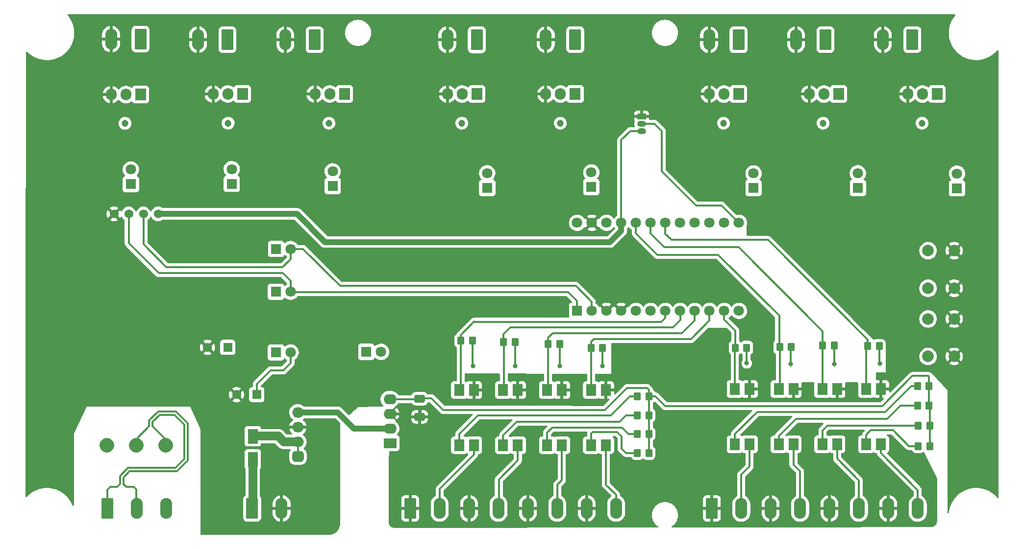
<source format=gbr>
%TF.GenerationSoftware,KiCad,Pcbnew,(6.0.1)*%
%TF.CreationDate,2022-08-22T12:04:23+03:00*%
%TF.ProjectId,lh-dimmer,6c682d64-696d-46d6-9572-2e6b69636164,rev?*%
%TF.SameCoordinates,Original*%
%TF.FileFunction,Copper,L1,Top*%
%TF.FilePolarity,Positive*%
%FSLAX46Y46*%
G04 Gerber Fmt 4.6, Leading zero omitted, Abs format (unit mm)*
G04 Created by KiCad (PCBNEW (6.0.1)) date 2022-08-22 12:04:23*
%MOMM*%
%LPD*%
G01*
G04 APERTURE LIST*
G04 Aperture macros list*
%AMRoundRect*
0 Rectangle with rounded corners*
0 $1 Rounding radius*
0 $2 $3 $4 $5 $6 $7 $8 $9 X,Y pos of 4 corners*
0 Add a 4 corners polygon primitive as box body*
4,1,4,$2,$3,$4,$5,$6,$7,$8,$9,$2,$3,0*
0 Add four circle primitives for the rounded corners*
1,1,$1+$1,$2,$3*
1,1,$1+$1,$4,$5*
1,1,$1+$1,$6,$7*
1,1,$1+$1,$8,$9*
0 Add four rect primitives between the rounded corners*
20,1,$1+$1,$2,$3,$4,$5,0*
20,1,$1+$1,$4,$5,$6,$7,0*
20,1,$1+$1,$6,$7,$8,$9,0*
20,1,$1+$1,$8,$9,$2,$3,0*%
%AMFreePoly0*
4,1,37,0.217060,1.231010,0.427525,1.174616,0.625000,1.082532,0.803485,0.957556,0.957556,0.803485,1.082532,0.625000,1.174616,0.427525,1.231010,0.217060,1.250000,0.000000,1.231010,-0.217060,1.174616,-0.427525,1.082532,-0.625000,0.957556,-0.803485,0.803485,-0.957556,0.625000,-1.082532,0.427525,-1.174616,0.217060,-1.231010,0.000000,-1.250000,-0.217060,-1.231010,-0.427525,-1.174616,
-0.625000,-1.082532,-0.803485,-0.957556,-0.957556,-0.803485,-1.082532,-0.625000,-1.174616,-0.427525,-1.231010,-0.217060,-1.250000,0.000000,-1.231010,0.217060,-1.174616,0.427525,-1.082532,0.625000,-0.957556,0.803485,-0.803485,0.957556,-0.625000,1.082532,-0.427525,1.174616,-0.217060,1.231010,0.000000,1.250000,0.217060,1.231010,0.217060,1.231010,$1*%
G04 Aperture macros list end*
%TA.AperFunction,ComponentPad*%
%ADD10R,1.800000X1.800000*%
%TD*%
%TA.AperFunction,ComponentPad*%
%ADD11C,1.800000*%
%TD*%
%TA.AperFunction,SMDPad,CuDef*%
%ADD12RoundRect,0.250000X-0.650000X0.412500X-0.650000X-0.412500X0.650000X-0.412500X0.650000X0.412500X0*%
%TD*%
%TA.AperFunction,ComponentPad*%
%ADD13R,1.600000X1.600000*%
%TD*%
%TA.AperFunction,ComponentPad*%
%ADD14C,1.600000*%
%TD*%
%TA.AperFunction,ComponentPad*%
%ADD15RoundRect,0.249999X0.790001X1.550001X-0.790001X1.550001X-0.790001X-1.550001X0.790001X-1.550001X0*%
%TD*%
%TA.AperFunction,ComponentPad*%
%ADD16O,2.080000X3.600000*%
%TD*%
%TA.AperFunction,SMDPad,CuDef*%
%ADD17RoundRect,0.250000X0.350000X0.450000X-0.350000X0.450000X-0.350000X-0.450000X0.350000X-0.450000X0*%
%TD*%
%TA.AperFunction,ComponentPad*%
%ADD18RoundRect,0.249999X-0.790001X-1.550001X0.790001X-1.550001X0.790001X1.550001X-0.790001X1.550001X0*%
%TD*%
%TA.AperFunction,SMDPad,CuDef*%
%ADD19R,1.780000X2.000000*%
%TD*%
%TA.AperFunction,WasherPad*%
%ADD20C,1.200000*%
%TD*%
%TA.AperFunction,ComponentPad*%
%ADD21R,1.905000X2.000000*%
%TD*%
%TA.AperFunction,ComponentPad*%
%ADD22O,1.905000X2.000000*%
%TD*%
%TA.AperFunction,ComponentPad*%
%ADD23R,2.250000X1.750000*%
%TD*%
%TA.AperFunction,ComponentPad*%
%ADD24O,2.250000X1.750000*%
%TD*%
%TA.AperFunction,SMDPad,CuDef*%
%ADD25R,1.800000X2.500000*%
%TD*%
%TA.AperFunction,ComponentPad*%
%ADD26R,1.500000X1.050000*%
%TD*%
%TA.AperFunction,ComponentPad*%
%ADD27O,1.500000X1.050000*%
%TD*%
%TA.AperFunction,ComponentPad*%
%ADD28C,2.000000*%
%TD*%
%TA.AperFunction,ComponentPad*%
%ADD29RoundRect,0.450000X0.550000X-0.450000X0.550000X0.450000X-0.550000X0.450000X-0.550000X-0.450000X0*%
%TD*%
%TA.AperFunction,ComponentPad*%
%ADD30O,2.000000X1.800000*%
%TD*%
%TA.AperFunction,ComponentPad*%
%ADD31C,1.524000*%
%TD*%
%TA.AperFunction,ComponentPad*%
%ADD32FreePoly0,90.000000*%
%TD*%
%TA.AperFunction,ViaPad*%
%ADD33C,0.800000*%
%TD*%
%TA.AperFunction,Conductor*%
%ADD34C,0.350000*%
%TD*%
%TA.AperFunction,Conductor*%
%ADD35C,1.000000*%
%TD*%
%TA.AperFunction,Conductor*%
%ADD36C,1.500000*%
%TD*%
G04 APERTURE END LIST*
D10*
%TO.P,D5,1,K*%
%TO.N,Net-(D5-Pad1)*%
X96300000Y-97400000D03*
D11*
%TO.P,D5,2,A*%
%TO.N,+5V*%
X98840000Y-97400000D03*
%TD*%
D12*
%TO.P,C3,1*%
%TO.N,+5V_ISO*%
X121125000Y-105400000D03*
%TO.P,C3,2*%
%TO.N,GND_ISO*%
X121125000Y-108525000D03*
%TD*%
D13*
%TO.P,C2,1*%
%TO.N,+5V*%
X87977651Y-96525000D03*
D14*
%TO.P,C2,2*%
%TO.N,GND*%
X84477651Y-96525000D03*
%TD*%
D15*
%TO.P,J9,1,Pin_1*%
%TO.N,Net-(J9-Pad1)*%
X191225000Y-43275000D03*
D16*
%TO.P,J9,2,Pin_2*%
%TO.N,GND*%
X186145000Y-43275000D03*
%TD*%
D15*
%TO.P,J6,1,Pin_1*%
%TO.N,Net-(J6-Pad1)*%
X131000000Y-43300000D03*
D16*
%TO.P,J6,2,Pin_2*%
%TO.N,GND*%
X125920000Y-43300000D03*
%TD*%
D17*
%TO.P,R41,1*%
%TO.N,+5V*%
X130225000Y-95375000D03*
%TO.P,R41,2*%
%TO.N,BUT1*%
X128225000Y-95375000D03*
%TD*%
D18*
%TO.P,J2,1,Pin_1*%
%TO.N,A+*%
X67200000Y-124390000D03*
D16*
%TO.P,J2,2,Pin_2*%
%TO.N,A-*%
X72280000Y-124390000D03*
%TO.P,J2,3,Pin_3*%
%TO.N,Net-(J2-Pad3)*%
X77360000Y-124390000D03*
%TD*%
D19*
%TO.P,U12,1*%
%TO.N,Net-(R56-Pad2)*%
X198253493Y-113273969D03*
%TO.P,U12,2*%
%TO.N,Net-(J11-Pad8)*%
X200793493Y-113273969D03*
%TO.P,U12,3*%
%TO.N,GND*%
X200793493Y-103743969D03*
%TO.P,U12,4*%
%TO.N,BUT8*%
X198253493Y-103743969D03*
%TD*%
D17*
%TO.P,R42,1*%
%TO.N,+5V_ISO*%
X160725000Y-104975000D03*
%TO.P,R42,2*%
%TO.N,Net-(R42-Pad2)*%
X158725000Y-104975000D03*
%TD*%
D20*
%TO.P,HS5,*%
%TO.N,*%
X145415000Y-57717500D03*
%TD*%
D10*
%TO.P,D27,1,K*%
%TO.N,Net-(R59-Pad2)*%
X213950000Y-68990000D03*
D11*
%TO.P,D27,2,A*%
%TO.N,PWM8*%
X213950000Y-66450000D03*
%TD*%
D17*
%TO.P,R45,1*%
%TO.N,+5V*%
X145325000Y-95975000D03*
%TO.P,R45,2*%
%TO.N,BUT3*%
X143325000Y-95975000D03*
%TD*%
%TO.P,R44,1*%
%TO.N,+5V_ISO*%
X160725000Y-108275000D03*
%TO.P,R44,2*%
%TO.N,Net-(R44-Pad2)*%
X158725000Y-108275000D03*
%TD*%
%TO.P,R52,1*%
%TO.N,+5V_ISO*%
X209125000Y-106575000D03*
%TO.P,R52,2*%
%TO.N,Net-(R52-Pad2)*%
X207125000Y-106575000D03*
%TD*%
D19*
%TO.P,U11,1*%
%TO.N,Net-(R54-Pad2)*%
X190696825Y-113273969D03*
%TO.P,U11,2*%
%TO.N,Net-(J11-Pad6)*%
X193236825Y-113273969D03*
%TO.P,U11,3*%
%TO.N,GND*%
X193236825Y-103743969D03*
%TO.P,U11,4*%
%TO.N,BUT7*%
X190696825Y-103743969D03*
%TD*%
D21*
%TO.P,Q1,1,G*%
%TO.N,Net-(Q1-Pad1)*%
X72925000Y-52775000D03*
D22*
%TO.P,Q1,2,D*%
%TO.N,Net-(J3-Pad1)*%
X70385000Y-52775000D03*
%TO.P,Q1,3,S*%
%TO.N,GND*%
X67845000Y-52775000D03*
%TD*%
D13*
%TO.P,C1,1*%
%TO.N,+5V*%
X93000000Y-104690000D03*
D14*
%TO.P,C1,2*%
%TO.N,GND*%
X89500000Y-104690000D03*
%TD*%
D18*
%TO.P,J1,1,Pin_1*%
%TO.N,Net-(D1-Pad2)*%
X92200000Y-124390000D03*
D16*
%TO.P,J1,2,Pin_2*%
%TO.N,GND*%
X97280000Y-124390000D03*
%TD*%
D10*
%TO.P,D20,1,K*%
%TO.N,Net-(R36-Pad2)*%
X71250000Y-68290000D03*
D11*
%TO.P,D20,2,A*%
%TO.N,PWM1*%
X71250000Y-65750000D03*
%TD*%
D17*
%TO.P,R47,1*%
%TO.N,+5V*%
X152725000Y-96575000D03*
%TO.P,R47,2*%
%TO.N,BUT4*%
X150725000Y-96575000D03*
%TD*%
D10*
%TO.P,D4,1,K*%
%TO.N,Net-(D4-Pad1)*%
X96325000Y-79490000D03*
D11*
%TO.P,D4,2,A*%
%TO.N,RX*%
X98865000Y-79490000D03*
%TD*%
D19*
%TO.P,U5,1*%
%TO.N,Net-(R42-Pad2)*%
X127955000Y-113440000D03*
%TO.P,U5,2*%
%TO.N,Net-(J12-Pad2)*%
X130495000Y-113440000D03*
%TO.P,U5,3*%
%TO.N,GND*%
X130495000Y-103910000D03*
%TO.P,U5,4*%
%TO.N,BUT1*%
X127955000Y-103910000D03*
%TD*%
D10*
%TO.P,D3,1,K*%
%TO.N,Net-(D3-Pad1)*%
X96300000Y-86890000D03*
D11*
%TO.P,D3,2,A*%
%TO.N,TX*%
X98840000Y-86890000D03*
%TD*%
D23*
%TO.P,PS1,1,-Vin*%
%TO.N,GND*%
X116000000Y-113090000D03*
D24*
%TO.P,PS1,2,+Vin*%
%TO.N,+5V*%
X116000000Y-110550000D03*
%TO.P,PS1,3,-Vout*%
%TO.N,GND_ISO*%
X116000000Y-108010000D03*
%TO.P,PS1,4,+Vout*%
%TO.N,+5V_ISO*%
X116000000Y-105470000D03*
%TD*%
D15*
%TO.P,J3,1,Pin_1*%
%TO.N,Net-(J3-Pad1)*%
X72925000Y-43175000D03*
D16*
%TO.P,J3,2,Pin_2*%
%TO.N,GND*%
X67845000Y-43175000D03*
%TD*%
D19*
%TO.P,U6,1*%
%TO.N,Net-(R44-Pad2)*%
X135555000Y-113440000D03*
%TO.P,U6,2*%
%TO.N,Net-(J12-Pad4)*%
X138095000Y-113440000D03*
%TO.P,U6,3*%
%TO.N,GND*%
X138095000Y-103910000D03*
%TO.P,U6,4*%
%TO.N,BUT2*%
X135555000Y-103910000D03*
%TD*%
D20*
%TO.P,HS3,*%
%TO.N,*%
X105450000Y-57717500D03*
%TD*%
%TO.P,HS8,*%
%TO.N,*%
X207915000Y-57717500D03*
%TD*%
D19*
%TO.P,U8,1*%
%TO.N,Net-(R48-Pad2)*%
X150755000Y-113440000D03*
%TO.P,U8,2*%
%TO.N,Net-(J12-Pad8)*%
X153295000Y-113440000D03*
%TO.P,U8,3*%
%TO.N,GND*%
X153295000Y-103910000D03*
%TO.P,U8,4*%
%TO.N,BUT4*%
X150755000Y-103910000D03*
%TD*%
D21*
%TO.P,Q5,1,G*%
%TO.N,Net-(Q5-Pad1)*%
X148000000Y-52690000D03*
D22*
%TO.P,Q5,2,D*%
%TO.N,Net-(J7-Pad1)*%
X145460000Y-52690000D03*
%TO.P,Q5,3,S*%
%TO.N,GND*%
X142920000Y-52690000D03*
%TD*%
D10*
%TO.P,D21,1,K*%
%TO.N,Net-(R38-Pad2)*%
X88675000Y-68225000D03*
D11*
%TO.P,D21,2,A*%
%TO.N,PWM2*%
X88675000Y-65685000D03*
%TD*%
D19*
%TO.P,U7,1*%
%TO.N,Net-(R46-Pad2)*%
X143155000Y-113440000D03*
%TO.P,U7,2*%
%TO.N,Net-(J12-Pad6)*%
X145695000Y-113440000D03*
%TO.P,U7,3*%
%TO.N,GND*%
X145695000Y-103910000D03*
%TO.P,U7,4*%
%TO.N,BUT3*%
X143155000Y-103910000D03*
%TD*%
D25*
%TO.P,D1,1,K*%
%TO.N,Net-(D1-Pad1)*%
X92300000Y-111900000D03*
%TO.P,D1,2,A*%
%TO.N,Net-(D1-Pad2)*%
X92300000Y-115900000D03*
%TD*%
D21*
%TO.P,Q3,1,G*%
%TO.N,Net-(Q3-Pad1)*%
X108125000Y-52675000D03*
D22*
%TO.P,Q3,2,D*%
%TO.N,Net-(J5-Pad1)*%
X105585000Y-52675000D03*
%TO.P,Q3,3,S*%
%TO.N,GND*%
X103045000Y-52675000D03*
%TD*%
D10*
%TO.P,D24,1,K*%
%TO.N,Net-(R37-Pad2)*%
X150775000Y-68775000D03*
D11*
%TO.P,D24,2,A*%
%TO.N,PWM5*%
X150775000Y-66235000D03*
%TD*%
D17*
%TO.P,R56,1*%
%TO.N,+5V_ISO*%
X209225000Y-113590000D03*
%TO.P,R56,2*%
%TO.N,Net-(R56-Pad2)*%
X207225000Y-113590000D03*
%TD*%
%TO.P,R48,1*%
%TO.N,+5V_ISO*%
X160725000Y-114775000D03*
%TO.P,R48,2*%
%TO.N,Net-(R48-Pad2)*%
X158725000Y-114775000D03*
%TD*%
D15*
%TO.P,J4,1,Pin_1*%
%TO.N,Net-(J4-Pad1)*%
X87925000Y-43275000D03*
D16*
%TO.P,J4,2,Pin_2*%
%TO.N,GND*%
X82845000Y-43275000D03*
%TD*%
D15*
%TO.P,J5,1,Pin_1*%
%TO.N,Net-(J5-Pad1)*%
X103000000Y-43290000D03*
D16*
%TO.P,J5,2,Pin_2*%
%TO.N,GND*%
X97920000Y-43290000D03*
%TD*%
D21*
%TO.P,Q4,1,G*%
%TO.N,Net-(Q4-Pad1)*%
X131000000Y-52690000D03*
D22*
%TO.P,Q4,2,D*%
%TO.N,Net-(J6-Pad1)*%
X128460000Y-52690000D03*
%TO.P,Q4,3,S*%
%TO.N,GND*%
X125920000Y-52690000D03*
%TD*%
D21*
%TO.P,Q7,1,G*%
%TO.N,Net-(Q7-Pad1)*%
X193500000Y-52690000D03*
D22*
%TO.P,Q7,2,D*%
%TO.N,Net-(J9-Pad1)*%
X190960000Y-52690000D03*
%TO.P,Q7,3,S*%
%TO.N,GND*%
X188420000Y-52690000D03*
%TD*%
D10*
%TO.P,D23,1,K*%
%TO.N,Net-(R58-Pad2)*%
X132800000Y-68925000D03*
D11*
%TO.P,D23,2,A*%
%TO.N,PWM4*%
X132800000Y-66385000D03*
%TD*%
D21*
%TO.P,Q2,1,G*%
%TO.N,Net-(Q2-Pad1)*%
X90525000Y-52675000D03*
D22*
%TO.P,Q2,2,D*%
%TO.N,Net-(J4-Pad1)*%
X87985000Y-52675000D03*
%TO.P,Q2,3,S*%
%TO.N,GND*%
X85445000Y-52675000D03*
%TD*%
D10*
%TO.P,D25,1,K*%
%TO.N,Net-(R39-Pad2)*%
X178800000Y-68950000D03*
D11*
%TO.P,D25,2,A*%
%TO.N,PWM6*%
X178800000Y-66410000D03*
%TD*%
D10*
%TO.P,D26,1,K*%
%TO.N,Net-(R57-Pad2)*%
X196825000Y-68925000D03*
D11*
%TO.P,D26,2,A*%
%TO.N,PWM7*%
X196825000Y-66385000D03*
%TD*%
D21*
%TO.P,Q8,1,G*%
%TO.N,Net-(Q8-Pad1)*%
X210500000Y-52690000D03*
D22*
%TO.P,Q8,2,D*%
%TO.N,Net-(J10-Pad1)*%
X207960000Y-52690000D03*
%TO.P,Q8,3,S*%
%TO.N,GND*%
X205420000Y-52690000D03*
%TD*%
D10*
%TO.P,D22,1,K*%
%TO.N,Net-(R40-Pad2)*%
X106100000Y-68600000D03*
D11*
%TO.P,D22,2,A*%
%TO.N,PWM3*%
X106100000Y-66060000D03*
%TD*%
D10*
%TO.P,D2,1,K*%
%TO.N,Net-(D2-Pad1)*%
X111925000Y-97290000D03*
D11*
%TO.P,D2,2,A*%
%TO.N,+5V_ISO*%
X114465000Y-97290000D03*
%TD*%
D26*
%TO.P,U20,1,GND*%
%TO.N,GND*%
X159450000Y-56590000D03*
D27*
%TO.P,U20,2,DQ*%
%TO.N,TEMP*%
X159450000Y-57860000D03*
%TO.P,U20,3,VDD*%
%TO.N,+5V*%
X159450000Y-59130000D03*
%TD*%
D20*
%TO.P,HS4,*%
%TO.N,*%
X128415000Y-57717500D03*
%TD*%
D15*
%TO.P,J7,1,Pin_1*%
%TO.N,Net-(J7-Pad1)*%
X148000000Y-43267500D03*
D16*
%TO.P,J7,2,Pin_2*%
%TO.N,GND*%
X142920000Y-43267500D03*
%TD*%
D28*
%TO.P,SW2,1,1*%
%TO.N,SW_RESET*%
X208950000Y-91590000D03*
X208950000Y-98090000D03*
%TO.P,SW2,2,2*%
%TO.N,GND*%
X213450000Y-98090000D03*
X213450000Y-91590000D03*
%TD*%
D15*
%TO.P,J10,1,Pin_1*%
%TO.N,Net-(J10-Pad1)*%
X206225000Y-43275000D03*
D16*
%TO.P,J10,2,Pin_2*%
%TO.N,GND*%
X201145000Y-43275000D03*
%TD*%
D20*
%TO.P,HS7,*%
%TO.N,*%
X190815000Y-57717500D03*
%TD*%
D17*
%TO.P,R43,1*%
%TO.N,+5V*%
X137625000Y-95575000D03*
%TO.P,R43,2*%
%TO.N,BUT2*%
X135625000Y-95575000D03*
%TD*%
D18*
%TO.P,J11,1,Pin_1*%
%TO.N,GND_ISO*%
X171600000Y-124390000D03*
D16*
%TO.P,J11,2,Pin_2*%
%TO.N,Net-(J11-Pad2)*%
X176680000Y-124390000D03*
%TO.P,J11,3,Pin_3*%
%TO.N,GND_ISO*%
X181760000Y-124390000D03*
%TO.P,J11,4,Pin_4*%
%TO.N,Net-(J11-Pad4)*%
X186840000Y-124390000D03*
%TO.P,J11,5,Pin_5*%
%TO.N,GND_ISO*%
X191920000Y-124390000D03*
%TO.P,J11,6,Pin_6*%
%TO.N,Net-(J11-Pad6)*%
X197000000Y-124390000D03*
%TO.P,J11,7,Pin_7*%
%TO.N,GND_ISO*%
X202080000Y-124390000D03*
%TO.P,J11,8,Pin_8*%
%TO.N,Net-(J11-Pad8)*%
X207160000Y-124390000D03*
%TD*%
D20*
%TO.P,HS2,*%
%TO.N,*%
X88050000Y-57717500D03*
%TD*%
D19*
%TO.P,U10,1*%
%TO.N,Net-(R52-Pad2)*%
X183140159Y-113273969D03*
%TO.P,U10,2*%
%TO.N,Net-(J11-Pad4)*%
X185680159Y-113273969D03*
%TO.P,U10,3*%
%TO.N,GND*%
X185680159Y-103743969D03*
%TO.P,U10,4*%
%TO.N,BUT6*%
X183140159Y-103743969D03*
%TD*%
D20*
%TO.P,HS6,*%
%TO.N,*%
X173615000Y-57717500D03*
%TD*%
D21*
%TO.P,Q6,1,G*%
%TO.N,Net-(Q6-Pad1)*%
X176200000Y-52690000D03*
D22*
%TO.P,Q6,2,D*%
%TO.N,Net-(J8-Pad1)*%
X173660000Y-52690000D03*
%TO.P,Q6,3,S*%
%TO.N,GND*%
X171120000Y-52690000D03*
%TD*%
D17*
%TO.P,R50,1*%
%TO.N,+5V_ISO*%
X209125000Y-103190000D03*
%TO.P,R50,2*%
%TO.N,Net-(R50-Pad2)*%
X207125000Y-103190000D03*
%TD*%
D15*
%TO.P,J8,1,Pin_1*%
%TO.N,Net-(J8-Pad1)*%
X176200000Y-43290000D03*
D16*
%TO.P,J8,2,Pin_2*%
%TO.N,GND*%
X171120000Y-43290000D03*
%TD*%
D17*
%TO.P,R55,1*%
%TO.N,+5V*%
X200525000Y-96275000D03*
%TO.P,R55,2*%
%TO.N,BUT8*%
X198525000Y-96275000D03*
%TD*%
%TO.P,R53,1*%
%TO.N,+5V*%
X192725000Y-96190000D03*
%TO.P,R53,2*%
%TO.N,BUT7*%
X190725000Y-96190000D03*
%TD*%
%TO.P,R54,1*%
%TO.N,+5V_ISO*%
X209225000Y-110075000D03*
%TO.P,R54,2*%
%TO.N,Net-(R54-Pad2)*%
X207225000Y-110075000D03*
%TD*%
%TO.P,R46,1*%
%TO.N,+5V_ISO*%
X160725000Y-111475000D03*
%TO.P,R46,2*%
%TO.N,Net-(R46-Pad2)*%
X158725000Y-111475000D03*
%TD*%
%TO.P,R49,1*%
%TO.N,+5V*%
X177625000Y-96575000D03*
%TO.P,R49,2*%
%TO.N,BUT5*%
X175625000Y-96575000D03*
%TD*%
D19*
%TO.P,U9,1*%
%TO.N,Net-(R50-Pad2)*%
X175583493Y-113273969D03*
%TO.P,U9,2*%
%TO.N,Net-(J11-Pad2)*%
X178123493Y-113273969D03*
%TO.P,U9,3*%
%TO.N,GND*%
X178123493Y-103743969D03*
%TO.P,U9,4*%
%TO.N,BUT5*%
X175583493Y-103743969D03*
%TD*%
D18*
%TO.P,J12,1,Pin_1*%
%TO.N,GND_ISO*%
X119500000Y-124390000D03*
D16*
%TO.P,J12,2,Pin_2*%
%TO.N,Net-(J12-Pad2)*%
X124580000Y-124390000D03*
%TO.P,J12,3,Pin_3*%
%TO.N,GND_ISO*%
X129660000Y-124390000D03*
%TO.P,J12,4,Pin_4*%
%TO.N,Net-(J12-Pad4)*%
X134740000Y-124390000D03*
%TO.P,J12,5,Pin_5*%
%TO.N,GND_ISO*%
X139820000Y-124390000D03*
%TO.P,J12,6,Pin_6*%
%TO.N,Net-(J12-Pad6)*%
X144900000Y-124390000D03*
%TO.P,J12,7,Pin_7*%
%TO.N,GND_ISO*%
X149980000Y-124390000D03*
%TO.P,J12,8,Pin_8*%
%TO.N,Net-(J12-Pad8)*%
X155060000Y-124390000D03*
%TD*%
D28*
%TO.P,SW1,1,1*%
%TO.N,RESET*%
X208950000Y-79790000D03*
X208950000Y-86290000D03*
%TO.P,SW1,2,2*%
%TO.N,GND*%
X213450000Y-79790000D03*
X213450000Y-86290000D03*
%TD*%
D29*
%TO.P,U3,1,EN*%
%TO.N,Net-(D1-Pad1)*%
X100100000Y-115400000D03*
D30*
%TO.P,U3,2,IN+*%
X100100000Y-112860000D03*
%TO.P,U3,3,GND*%
%TO.N,GND*%
X100100000Y-110320000D03*
%TO.P,U3,4,VO+*%
%TO.N,+5V*%
X100100000Y-107780000D03*
%TD*%
D31*
%TO.P,U1,1,Vcc*%
%TO.N,+5V*%
X75955000Y-73435000D03*
%TO.P,U1,2,RxD*%
%TO.N,RX*%
X73415000Y-73435000D03*
%TO.P,U1,3,TxD*%
%TO.N,TX*%
X70875000Y-73435000D03*
%TO.P,U1,4,GND*%
%TO.N,GND*%
X68335000Y-73435000D03*
D32*
%TO.P,U1,5,A+*%
%TO.N,A+*%
X77235000Y-113435000D03*
%TO.P,U1,6,B-*%
%TO.N,A-*%
X72155000Y-113435000D03*
%TO.P,U1,7,GND*%
%TO.N,Net-(J2-Pad3)*%
X67075000Y-113435000D03*
%TD*%
D20*
%TO.P,HS1,*%
%TO.N,*%
X70250000Y-57762500D03*
%TD*%
D10*
%TO.P,U2,1,TX*%
%TO.N,TX*%
X148330000Y-90210000D03*
D11*
%TO.P,U2,2,RX*%
%TO.N,RX*%
X150870000Y-90210000D03*
%TO.P,U2,3,GND*%
%TO.N,GND*%
X153410000Y-90210000D03*
%TO.P,U2,4,GND*%
X155950000Y-90210000D03*
%TO.P,U2,5,SDA*%
%TO.N,SDA*%
X158490000Y-90210000D03*
%TO.P,U2,6,SCL*%
%TO.N,SCL*%
X161030000Y-90210000D03*
%TO.P,U2,7,D4*%
%TO.N,BUT1*%
X163570000Y-90210000D03*
%TO.P,U2,8,C6*%
%TO.N,BUT2*%
X166110000Y-90210000D03*
%TO.P,U2,9,D7*%
%TO.N,BUT3*%
X168650000Y-90210000D03*
%TO.P,U2,10,E6*%
%TO.N,BUT4*%
X171190000Y-90210000D03*
%TO.P,U2,11,B4*%
%TO.N,BUT5*%
X173730000Y-90210000D03*
%TO.P,U2,12,B5*%
%TO.N,SW_RESET*%
X176270000Y-90210000D03*
%TO.P,U2,13,B6*%
%TO.N,TEMP*%
X176270000Y-74970000D03*
%TO.P,U2,14,B2*%
%TO.N,unconnected-(U2-Pad14)*%
X173730000Y-74970000D03*
%TO.P,U2,15,B3*%
%TO.N,unconnected-(U2-Pad15)*%
X171190000Y-74970000D03*
%TO.P,U2,16,B1*%
%TO.N,unconnected-(U2-Pad16)*%
X168650000Y-74970000D03*
%TO.P,U2,17,F7*%
%TO.N,unconnected-(U2-Pad17)*%
X166110000Y-74970000D03*
%TO.P,U2,18,F6*%
%TO.N,BUT8*%
X163570000Y-74970000D03*
%TO.P,U2,19,F5*%
%TO.N,BUT7*%
X161030000Y-74970000D03*
%TO.P,U2,20,F4*%
%TO.N,BUT6*%
X158490000Y-74970000D03*
%TO.P,U2,21,VCC*%
%TO.N,+5V*%
X155950000Y-74970000D03*
%TO.P,U2,22,RST*%
%TO.N,RESET*%
X153410000Y-74970000D03*
%TO.P,U2,23,GND*%
%TO.N,GND*%
X150870000Y-74970000D03*
%TO.P,U2,24,RAW*%
%TO.N,unconnected-(U2-Pad24)*%
X148330000Y-74970000D03*
%TD*%
D17*
%TO.P,R51,1*%
%TO.N,+5V*%
X185325000Y-96475000D03*
%TO.P,R51,2*%
%TO.N,BUT6*%
X183325000Y-96475000D03*
%TD*%
D33*
%TO.N,+5V*%
X130325000Y-99775000D03*
X137625000Y-99775000D03*
X185225000Y-99375000D03*
X200625000Y-99290000D03*
X145325000Y-99775000D03*
X152725000Y-99775000D03*
X177625000Y-99275000D03*
X192725000Y-99375000D03*
%TO.N,GND*%
X57800000Y-79190000D03*
X116125000Y-55375000D03*
X57800000Y-73490000D03*
X165625000Y-102275000D03*
X216000000Y-108090000D03*
X57800000Y-76290000D03*
X153400000Y-82590000D03*
X57800000Y-74890000D03*
X153400000Y-84890000D03*
X116125000Y-57775000D03*
X87925000Y-78675000D03*
X116125000Y-62175000D03*
X85600000Y-78690000D03*
X216000000Y-112690000D03*
X153400000Y-80290000D03*
X116125000Y-59975000D03*
X165625000Y-97675000D03*
X83425000Y-78675000D03*
X165625000Y-99975000D03*
X216000000Y-110390000D03*
X57800000Y-77690000D03*
%TD*%
D34*
%TO.N,+5V_ISO*%
X123177500Y-105327500D02*
X121300000Y-105327500D01*
X125225000Y-107375000D02*
X123177500Y-105327500D01*
X156925000Y-103575000D02*
X153125000Y-107375000D01*
X160425000Y-103575000D02*
X156925000Y-103575000D01*
X160725000Y-103875000D02*
X160425000Y-103575000D01*
X160725000Y-104975000D02*
X160725000Y-103875000D01*
X153125000Y-107375000D02*
X125225000Y-107375000D01*
D35*
%TO.N,+5V*%
X155950000Y-76340000D02*
X154000000Y-78290000D01*
X106990000Y-107780000D02*
X100100000Y-107780000D01*
D34*
X98840000Y-99250000D02*
X98840000Y-97390000D01*
D35*
X99945000Y-73435000D02*
X75955000Y-73435000D01*
D34*
X93000000Y-104690000D02*
X93000000Y-102890000D01*
X95400000Y-100490000D02*
X97600000Y-100490000D01*
X130300000Y-95450000D02*
X130225000Y-95375000D01*
D35*
X155950000Y-74970000D02*
X155950000Y-76340000D01*
D34*
X200625000Y-99290000D02*
X200525000Y-99190000D01*
X157490000Y-59130000D02*
X159450000Y-59130000D01*
X200525000Y-99190000D02*
X200525000Y-96275000D01*
X145325000Y-99775000D02*
X145325000Y-95975000D01*
X185225000Y-99375000D02*
X185225000Y-96575000D01*
X152725000Y-99775000D02*
X152725000Y-96575000D01*
X155950000Y-60670000D02*
X157490000Y-59130000D01*
X97600000Y-100490000D02*
X98840000Y-99250000D01*
D35*
X116000000Y-110550000D02*
X109760000Y-110550000D01*
D34*
X93000000Y-102890000D02*
X95400000Y-100490000D01*
X177625000Y-99275000D02*
X177625000Y-96575000D01*
X185225000Y-96575000D02*
X185325000Y-96475000D01*
X137625000Y-95575000D02*
X137625000Y-99775000D01*
X130325000Y-99775000D02*
X130300000Y-99750000D01*
D35*
X104800000Y-78290000D02*
X99945000Y-73435000D01*
D34*
X155950000Y-74970000D02*
X155950000Y-60690000D01*
X130300000Y-99750000D02*
X130300000Y-95450000D01*
D35*
X109760000Y-110550000D02*
X106990000Y-107780000D01*
X154000000Y-78290000D02*
X104800000Y-78290000D01*
D34*
X192725000Y-99375000D02*
X192725000Y-96190000D01*
D36*
%TO.N,Net-(D1-Pad2)*%
X92200000Y-124390000D02*
X92300000Y-124290000D01*
X92300000Y-124290000D02*
X92300000Y-115900000D01*
D34*
%TO.N,BUT1*%
X127955000Y-103910000D02*
X128225000Y-103640000D01*
X163570000Y-91420000D02*
X163570000Y-90210000D01*
X130510000Y-92090000D02*
X162900000Y-92090000D01*
X162900000Y-92090000D02*
X163570000Y-91420000D01*
X128225000Y-103640000D02*
X128225000Y-94375000D01*
X128225000Y-94375000D02*
X130525000Y-92075000D01*
%TO.N,Net-(R46-Pad2)*%
X158725000Y-111475000D02*
X157225000Y-111475000D01*
X143155000Y-111245000D02*
X143155000Y-113440000D01*
X156125000Y-110375000D02*
X144025000Y-110375000D01*
X144025000Y-110375000D02*
X143155000Y-111245000D01*
X157225000Y-111475000D02*
X156125000Y-110375000D01*
%TO.N,RX*%
X150870000Y-88660000D02*
X148100000Y-85890000D01*
X77350000Y-82640000D02*
X73415000Y-78705000D01*
X98840000Y-79490000D02*
X98840000Y-81250000D01*
X101000000Y-79490000D02*
X98840000Y-79490000D01*
X148100000Y-85890000D02*
X107400000Y-85890000D01*
X150870000Y-90210000D02*
X150870000Y-88660000D01*
X107400000Y-85890000D02*
X101000000Y-79490000D01*
X97450000Y-82640000D02*
X77350000Y-82640000D01*
X73415000Y-78705000D02*
X73415000Y-73435000D01*
X98840000Y-81250000D02*
X97450000Y-82640000D01*
%TO.N,TX*%
X146750000Y-86940000D02*
X98840000Y-86940000D01*
X97500000Y-83690000D02*
X76100000Y-83690000D01*
X98840000Y-85030000D02*
X97500000Y-83690000D01*
X148330000Y-88520000D02*
X146750000Y-86940000D01*
X70875000Y-78465000D02*
X70875000Y-73435000D01*
X76100000Y-83690000D02*
X70875000Y-78465000D01*
X148330000Y-90210000D02*
X148330000Y-88520000D01*
X98840000Y-86940000D02*
X98840000Y-85030000D01*
%TO.N,Net-(R42-Pad2)*%
X157425000Y-104975000D02*
X154125000Y-108275000D01*
X154125000Y-108275000D02*
X131225000Y-108275000D01*
X131225000Y-108275000D02*
X127955000Y-111545000D01*
X127955000Y-111545000D02*
X127955000Y-113440000D01*
X158525000Y-104975000D02*
X157425000Y-104975000D01*
%TO.N,BUT5*%
X175625000Y-93615000D02*
X173730000Y-91720000D01*
X175583493Y-103743969D02*
X175583493Y-96616507D01*
X173730000Y-91720000D02*
X173730000Y-90210000D01*
X175583493Y-96616507D02*
X175625000Y-96575000D01*
X175625000Y-96575000D02*
X175625000Y-93615000D01*
%TO.N,BUT8*%
X198525000Y-96275000D02*
X198525000Y-95175000D01*
X198253493Y-96546507D02*
X198525000Y-96275000D01*
X181290000Y-77940000D02*
X164650000Y-77940000D01*
X163570000Y-76860000D02*
X163570000Y-74970000D01*
X164650000Y-77940000D02*
X163570000Y-76860000D01*
X198253493Y-103743969D02*
X198253493Y-96546507D01*
X198525000Y-95175000D02*
X181290000Y-77940000D01*
%TO.N,BUT2*%
X164900000Y-93090000D02*
X136810000Y-93090000D01*
X166200000Y-91790000D02*
X164900000Y-93090000D01*
X166200000Y-90090000D02*
X166200000Y-91790000D01*
X135655000Y-103810000D02*
X135655000Y-95605000D01*
X135655000Y-95605000D02*
X135625000Y-95575000D01*
X136810000Y-93090000D02*
X135625000Y-94275000D01*
X135625000Y-94275000D02*
X135625000Y-95575000D01*
X135555000Y-103910000D02*
X135655000Y-103810000D01*
%TO.N,BUT3*%
X168650000Y-91840000D02*
X168650000Y-90210000D01*
X166400000Y-94090000D02*
X168650000Y-91840000D01*
X143325000Y-94875000D02*
X144110000Y-94090000D01*
X143325000Y-103740000D02*
X143325000Y-95975000D01*
X143325000Y-95975000D02*
X143325000Y-94875000D01*
X144110000Y-94090000D02*
X166400000Y-94090000D01*
X143155000Y-103910000D02*
X143325000Y-103740000D01*
%TO.N,BUT4*%
X168000000Y-95090000D02*
X151210000Y-95090000D01*
X150725000Y-95575000D02*
X150725000Y-96575000D01*
X151210000Y-95090000D02*
X150725000Y-95575000D01*
X150755000Y-103910000D02*
X150725000Y-103880000D01*
X171190000Y-91900000D02*
X168000000Y-95090000D01*
X171190000Y-90210000D02*
X171190000Y-91900000D01*
X150725000Y-103880000D02*
X150725000Y-96575000D01*
%TO.N,BUT6*%
X183325000Y-103175000D02*
X183325000Y-96475000D01*
X183140159Y-103359841D02*
X183325000Y-103175000D01*
X183325000Y-96475000D02*
X183225000Y-96375000D01*
X172700000Y-80490000D02*
X162200000Y-80490000D01*
X183225000Y-96375000D02*
X183225000Y-91015000D01*
X183225000Y-91015000D02*
X172700000Y-80490000D01*
X158490000Y-76780000D02*
X158490000Y-74970000D01*
X162200000Y-80490000D02*
X158490000Y-76780000D01*
X183140159Y-103743969D02*
X183140159Y-103359841D01*
%TO.N,BUT7*%
X161030000Y-76820000D02*
X161030000Y-74970000D01*
X190696825Y-96218175D02*
X190725000Y-96190000D01*
X190725000Y-93715000D02*
X176200000Y-79190000D01*
X176200000Y-79190000D02*
X163400000Y-79190000D01*
X190696825Y-103743969D02*
X190696825Y-96218175D01*
X190725000Y-96190000D02*
X190725000Y-93715000D01*
X163400000Y-79190000D02*
X161030000Y-76820000D01*
D36*
%TO.N,Net-(D1-Pad1)*%
X96700000Y-111890000D02*
X97670000Y-112860000D01*
X97670000Y-112860000D02*
X100100000Y-112860000D01*
X92300000Y-111900000D02*
X92310000Y-111890000D01*
X92310000Y-111890000D02*
X96700000Y-111890000D01*
D34*
X100100000Y-115400000D02*
X100100000Y-112860000D01*
%TO.N,+5V_ISO*%
X161825000Y-104975000D02*
X160725000Y-104975000D01*
X201025000Y-106675000D02*
X163525000Y-106675000D01*
X209125000Y-101575000D02*
X209025000Y-101475000D01*
X160725000Y-104975000D02*
X160725000Y-108275000D01*
X160725000Y-108275000D02*
X160725000Y-111475000D01*
X209125000Y-103190000D02*
X209125000Y-106575000D01*
X209225000Y-106675000D02*
X209225000Y-110075000D01*
X160725000Y-111475000D02*
X160725000Y-114775000D01*
X116000000Y-105470000D02*
X121157500Y-105470000D01*
X209125000Y-103190000D02*
X209125000Y-101575000D01*
X206225000Y-101475000D02*
X201025000Y-106675000D01*
X209225000Y-110075000D02*
X209225000Y-113590000D01*
X209025000Y-101475000D02*
X206225000Y-101475000D01*
X163525000Y-106675000D02*
X161825000Y-104975000D01*
X209125000Y-106575000D02*
X209225000Y-106675000D01*
%TO.N,GND_ISO*%
X121300000Y-107090000D02*
X121300000Y-108452500D01*
X116020000Y-108010000D02*
X117300000Y-109290000D01*
X119400000Y-106990000D02*
X121200000Y-106990000D01*
X116000000Y-107890000D02*
X117300000Y-106590000D01*
X121200000Y-106990000D02*
X121300000Y-107090000D01*
X117300000Y-106590000D02*
X119000000Y-106590000D01*
X119000000Y-106590000D02*
X119400000Y-106990000D01*
%TO.N,Net-(R44-Pad2)*%
X137925000Y-109375000D02*
X135555000Y-111745000D01*
X135555000Y-111745000D02*
X135555000Y-113440000D01*
X158725000Y-108275000D02*
X156725000Y-108275000D01*
X156725000Y-108275000D02*
X155625000Y-109375000D01*
X155625000Y-109375000D02*
X137925000Y-109375000D01*
%TO.N,Net-(R48-Pad2)*%
X156025000Y-114075000D02*
X156725000Y-114775000D01*
X155225000Y-111175000D02*
X156025000Y-111975000D01*
X151025000Y-111175000D02*
X155225000Y-111175000D01*
X156025000Y-111975000D02*
X156025000Y-114075000D01*
X156725000Y-114775000D02*
X158725000Y-114775000D01*
X150755000Y-113440000D02*
X150755000Y-111445000D01*
X150755000Y-111445000D02*
X151025000Y-111175000D01*
%TO.N,Net-(R50-Pad2)*%
X179425000Y-107675000D02*
X201525000Y-107675000D01*
X175583493Y-113273969D02*
X175583493Y-111516507D01*
X175583493Y-111516507D02*
X179425000Y-107675000D01*
X206010000Y-103190000D02*
X207125000Y-103190000D01*
X201525000Y-107675000D02*
X206010000Y-103190000D01*
%TO.N,Net-(R52-Pad2)*%
X183140159Y-113273969D02*
X183140159Y-111849841D01*
X204215000Y-106575000D02*
X207125000Y-106575000D01*
X186115000Y-108875000D02*
X201915000Y-108875000D01*
X201915000Y-108875000D02*
X204215000Y-106575000D01*
X183140159Y-111849841D02*
X186115000Y-108875000D01*
%TO.N,Net-(R54-Pad2)*%
X190696825Y-110903175D02*
X191525000Y-110075000D01*
X190696825Y-113273969D02*
X190696825Y-110903175D01*
X191525000Y-110075000D02*
X207225000Y-110075000D01*
%TO.N,Net-(R56-Pad2)*%
X199025000Y-110875000D02*
X198253493Y-111646507D01*
X207225000Y-113590000D02*
X205640000Y-113590000D01*
X205640000Y-113590000D02*
X202925000Y-110875000D01*
X202925000Y-110875000D02*
X199025000Y-110875000D01*
X198253493Y-111646507D02*
X198253493Y-113273969D01*
%TO.N,A+*%
X77235000Y-112435000D02*
X77235000Y-113435000D01*
X78775734Y-108190000D02*
X76224266Y-108190000D01*
X67200000Y-123390000D02*
X67200000Y-121190000D01*
X67200000Y-121190000D02*
X67700000Y-120690000D01*
X67700000Y-120690000D02*
X68900000Y-120690000D01*
X78975734Y-117390000D02*
X80500000Y-115865734D01*
X80500000Y-109914266D02*
X78775734Y-108190000D01*
X80500000Y-115865734D02*
X80500000Y-109914266D01*
X69400000Y-120190000D02*
X69400000Y-118765734D01*
X68900000Y-120690000D02*
X69400000Y-120190000D01*
X74995001Y-110195001D02*
X77235000Y-112435000D01*
X69400000Y-118765734D02*
X70775734Y-117390000D01*
X70775734Y-117390000D02*
X78975734Y-117390000D01*
X76224266Y-108190000D02*
X74995000Y-109419266D01*
X74995000Y-109419266D02*
X74995001Y-110195001D01*
%TO.N,A-*%
X75975734Y-107590000D02*
X79024266Y-107590000D01*
X74394999Y-110195001D02*
X74395000Y-109170734D01*
X81100000Y-109665734D02*
X81100000Y-116114266D01*
X70000000Y-119014266D02*
X70000000Y-120215000D01*
X71800000Y-120690000D02*
X72200000Y-121090000D01*
X72155000Y-113435000D02*
X72155000Y-112435000D01*
X74395000Y-109170734D02*
X75975734Y-107590000D01*
X72155000Y-112435000D02*
X74394999Y-110195001D01*
X71024266Y-117990000D02*
X70000000Y-119014266D01*
X79224266Y-117990000D02*
X71024266Y-117990000D01*
X81100000Y-116114266D02*
X79224266Y-117990000D01*
X70475000Y-120690000D02*
X71800000Y-120690000D01*
X79024266Y-107590000D02*
X81100000Y-109665734D01*
X72200000Y-121090000D02*
X72200000Y-123390000D01*
X70000000Y-120215000D02*
X70475000Y-120690000D01*
%TO.N,TEMP*%
X162950000Y-66090000D02*
X162950000Y-59090000D01*
X168850000Y-71990000D02*
X162950000Y-66090000D01*
X162950000Y-59120000D02*
X161690000Y-57860000D01*
X176270000Y-74970000D02*
X173290000Y-71990000D01*
X161690000Y-57860000D02*
X159450000Y-57860000D01*
X173290000Y-71990000D02*
X168850000Y-71990000D01*
%TO.N,Net-(J11-Pad2)*%
X178123493Y-117076507D02*
X176680000Y-118520000D01*
X176680000Y-118520000D02*
X176680000Y-124390000D01*
X178123493Y-113273969D02*
X178123493Y-117076507D01*
%TO.N,Net-(J11-Pad4)*%
X185680159Y-116830159D02*
X186840000Y-117990000D01*
X185680159Y-113273969D02*
X185680159Y-116830159D01*
X186840000Y-117990000D02*
X186840000Y-124390000D01*
%TO.N,Net-(J11-Pad6)*%
X193236825Y-113273969D02*
X193236825Y-115786825D01*
X197000000Y-119550000D02*
X197000000Y-124390000D01*
X193236825Y-115786825D02*
X197000000Y-119550000D01*
%TO.N,Net-(J11-Pad8)*%
X200793493Y-113273969D02*
X200793493Y-114843493D01*
X200793493Y-114843493D02*
X207160000Y-121210000D01*
X207160000Y-121210000D02*
X207160000Y-124390000D01*
%TO.N,Net-(J12-Pad2)*%
X124600000Y-124370000D02*
X124580000Y-124390000D01*
X130495000Y-115105000D02*
X124600000Y-121000000D01*
X124600000Y-121000000D02*
X124600000Y-124370000D01*
X130495000Y-113440000D02*
X130495000Y-115105000D01*
%TO.N,Net-(J12-Pad4)*%
X134800000Y-124330000D02*
X134740000Y-124390000D01*
X138095000Y-113440000D02*
X138095000Y-116095000D01*
X134800000Y-119390000D02*
X134800000Y-124330000D01*
X138095000Y-116095000D02*
X134800000Y-119390000D01*
%TO.N,Net-(J12-Pad6)*%
X145695000Y-119495000D02*
X144900000Y-120290000D01*
X144900000Y-120290000D02*
X144900000Y-124390000D01*
X145695000Y-113440000D02*
X145695000Y-119495000D01*
%TO.N,Net-(J12-Pad8)*%
X155060000Y-122050000D02*
X155060000Y-124390000D01*
X153295000Y-120285000D02*
X155060000Y-122050000D01*
X153295000Y-113440000D02*
X153295000Y-120285000D01*
%TD*%
%TA.AperFunction,Conductor*%
%TO.N,GND*%
G36*
X213606763Y-38895002D02*
G01*
X213653256Y-38948658D01*
X213663360Y-39018932D01*
X213634310Y-39082997D01*
X213566614Y-39161979D01*
X213535688Y-39198062D01*
X213287965Y-39546643D01*
X213286526Y-39549116D01*
X213085864Y-39893888D01*
X213072854Y-39916241D01*
X213071648Y-39918827D01*
X213071645Y-39918833D01*
X212893335Y-40301218D01*
X212893331Y-40301228D01*
X212892125Y-40303814D01*
X212891154Y-40306511D01*
X212760519Y-40669367D01*
X212747268Y-40706172D01*
X212678059Y-40971868D01*
X212642217Y-41109469D01*
X212639473Y-41120002D01*
X212569628Y-41541899D01*
X212569419Y-41544742D01*
X212569419Y-41544744D01*
X212551498Y-41788783D01*
X212538309Y-41968391D01*
X212539852Y-42056766D01*
X212545325Y-42370334D01*
X212545772Y-42395965D01*
X212546080Y-42398798D01*
X212546080Y-42398802D01*
X212550787Y-42442130D01*
X212591957Y-42821103D01*
X212676483Y-43240306D01*
X212677298Y-43243039D01*
X212677299Y-43243044D01*
X212741708Y-43459097D01*
X212798655Y-43650122D01*
X212799719Y-43652783D01*
X212799720Y-43652785D01*
X212839687Y-43752710D01*
X212957466Y-44047180D01*
X213024254Y-44178259D01*
X213146670Y-44418513D01*
X213151610Y-44428209D01*
X213153133Y-44430628D01*
X213153135Y-44430631D01*
X213265549Y-44609142D01*
X213379489Y-44790075D01*
X213639227Y-45129798D01*
X213928686Y-45444582D01*
X214245484Y-45731837D01*
X214587012Y-45989196D01*
X214589430Y-45990695D01*
X214589434Y-45990698D01*
X214948039Y-46213044D01*
X214948047Y-46213048D01*
X214950459Y-46214544D01*
X215332835Y-46406023D01*
X215335489Y-46407063D01*
X215335491Y-46407064D01*
X215591066Y-46507223D01*
X215730991Y-46562059D01*
X215733718Y-46562851D01*
X215733729Y-46562855D01*
X216138907Y-46680569D01*
X216138911Y-46680570D01*
X216141651Y-46681366D01*
X216561433Y-46762964D01*
X216765619Y-46783704D01*
X216984596Y-46805947D01*
X216984607Y-46805948D01*
X216986884Y-46806179D01*
X217069971Y-46808500D01*
X217360747Y-46808500D01*
X217362147Y-46808436D01*
X217362166Y-46808436D01*
X217513618Y-46801558D01*
X217677199Y-46794130D01*
X217680019Y-46793744D01*
X217680027Y-46793743D01*
X217934204Y-46758925D01*
X218100882Y-46736093D01*
X218103651Y-46735454D01*
X218103655Y-46735453D01*
X218514772Y-46640539D01*
X218514774Y-46640538D01*
X218517561Y-46639895D01*
X218520285Y-46638999D01*
X218520290Y-46638998D01*
X218921085Y-46507223D01*
X218921086Y-46507223D01*
X218923807Y-46506328D01*
X218926421Y-46505197D01*
X218926431Y-46505193D01*
X219120041Y-46421410D01*
X219316275Y-46336492D01*
X219542694Y-46213044D01*
X219689223Y-46133154D01*
X219689230Y-46133150D01*
X219691735Y-46131784D01*
X219907291Y-45987482D01*
X220044720Y-45895482D01*
X220044731Y-45895474D01*
X220047097Y-45893890D01*
X220379435Y-45624768D01*
X220396502Y-45608172D01*
X220683969Y-45328623D01*
X220683973Y-45328619D01*
X220686015Y-45326633D01*
X220688010Y-45324306D01*
X220878757Y-45101757D01*
X220938275Y-45063051D01*
X221009270Y-45062668D01*
X221069203Y-45100729D01*
X221099044Y-45165149D01*
X221100425Y-45183717D01*
X221111136Y-81704497D01*
X221123098Y-122491025D01*
X221103117Y-122559149D01*
X221049475Y-122605657D01*
X220979204Y-122615782D01*
X220914614Y-122586308D01*
X220897003Y-122567589D01*
X220890550Y-122559149D01*
X220860773Y-122520202D01*
X220571314Y-122205418D01*
X220254516Y-121918163D01*
X219912988Y-121660804D01*
X219685588Y-121519809D01*
X219551961Y-121436956D01*
X219551953Y-121436952D01*
X219549541Y-121435456D01*
X219167165Y-121243977D01*
X219141118Y-121233769D01*
X218771663Y-121088981D01*
X218771661Y-121088980D01*
X218769009Y-121087941D01*
X218766282Y-121087149D01*
X218766271Y-121087145D01*
X218361093Y-120969431D01*
X218361089Y-120969430D01*
X218358349Y-120968634D01*
X217938567Y-120887036D01*
X217734381Y-120866296D01*
X217515404Y-120844053D01*
X217515393Y-120844052D01*
X217513116Y-120843821D01*
X217430029Y-120841500D01*
X217139253Y-120841500D01*
X217137853Y-120841564D01*
X217137834Y-120841564D01*
X216986382Y-120848442D01*
X216822801Y-120855870D01*
X216819981Y-120856256D01*
X216819973Y-120856257D01*
X216566264Y-120891011D01*
X216399118Y-120913907D01*
X216396349Y-120914546D01*
X216396345Y-120914547D01*
X216164430Y-120968089D01*
X215982439Y-121010105D01*
X215979715Y-121011001D01*
X215979710Y-121011002D01*
X215578915Y-121142777D01*
X215576193Y-121143672D01*
X215573579Y-121144803D01*
X215573569Y-121144807D01*
X215379959Y-121228590D01*
X215183725Y-121313508D01*
X214977572Y-121425907D01*
X214810777Y-121516846D01*
X214810770Y-121516850D01*
X214808265Y-121518216D01*
X214757254Y-121552365D01*
X214455280Y-121754518D01*
X214455269Y-121754526D01*
X214452903Y-121756110D01*
X214120565Y-122025232D01*
X214118516Y-122027225D01*
X214118511Y-122027229D01*
X213867823Y-122271012D01*
X213813985Y-122323367D01*
X213812135Y-122325525D01*
X213812126Y-122325535D01*
X213581302Y-122594843D01*
X213535688Y-122648062D01*
X213534031Y-122650393D01*
X213534026Y-122650400D01*
X213426758Y-122801342D01*
X213287965Y-122996643D01*
X213281330Y-123008043D01*
X213086558Y-123342696D01*
X213072854Y-123366241D01*
X213071648Y-123368827D01*
X213071645Y-123368833D01*
X212893335Y-123751218D01*
X212893331Y-123751228D01*
X212892125Y-123753814D01*
X212891154Y-123756511D01*
X212755132Y-124134329D01*
X212747268Y-124156172D01*
X212639473Y-124570002D01*
X212569628Y-124991899D01*
X212569419Y-124994742D01*
X212569419Y-124994744D01*
X212563458Y-125075920D01*
X212538520Y-125142393D01*
X212481604Y-125184831D01*
X212410779Y-125189761D01*
X212348531Y-125155618D01*
X212314625Y-125093241D01*
X212311797Y-125067118D01*
X212310387Y-124649865D01*
X212298587Y-121157475D01*
X212298624Y-121157348D01*
X212298587Y-121157348D01*
X212298579Y-121153969D01*
X212298576Y-121150590D01*
X212298576Y-103953969D01*
X211710278Y-103323621D01*
X211463276Y-103058965D01*
X209425000Y-100875000D01*
X209416961Y-100913735D01*
X209387649Y-100890752D01*
X209381672Y-100886065D01*
X209374748Y-100882939D01*
X209370439Y-100880329D01*
X209361024Y-100874958D01*
X209356576Y-100872573D01*
X209350361Y-100868205D01*
X209293039Y-100845856D01*
X209286971Y-100843306D01*
X209230895Y-100817986D01*
X209223418Y-100816600D01*
X209218598Y-100815090D01*
X209208165Y-100812118D01*
X209203304Y-100810870D01*
X209196228Y-100808111D01*
X209135238Y-100800082D01*
X209128722Y-100799050D01*
X209075700Y-100789223D01*
X209068233Y-100787839D01*
X209060653Y-100788276D01*
X209060652Y-100788276D01*
X209008358Y-100791291D01*
X209001106Y-100791500D01*
X206253056Y-100791500D01*
X206244486Y-100791208D01*
X206243443Y-100791137D01*
X206188966Y-100787423D01*
X206181489Y-100788728D01*
X206181486Y-100788728D01*
X206128342Y-100798003D01*
X206121819Y-100798966D01*
X206068308Y-100805442D01*
X206068307Y-100805442D01*
X206060765Y-100806355D01*
X206053655Y-100809041D01*
X206048752Y-100810246D01*
X206038300Y-100813105D01*
X206033484Y-100814559D01*
X206025996Y-100815866D01*
X205969627Y-100840610D01*
X205963588Y-100843075D01*
X205906011Y-100864831D01*
X205899748Y-100869136D01*
X205895258Y-100871483D01*
X205885807Y-100876743D01*
X205881466Y-100879310D01*
X205874515Y-100882361D01*
X205868495Y-100886980D01*
X205868487Y-100886985D01*
X205825698Y-100919819D01*
X205820384Y-100923681D01*
X205769674Y-100958534D01*
X205764624Y-100964202D01*
X205729768Y-101003323D01*
X205724787Y-101008598D01*
X202406588Y-104326797D01*
X202344276Y-104360823D01*
X202273461Y-104355758D01*
X202216625Y-104313211D01*
X202191814Y-104246691D01*
X202191493Y-104237702D01*
X202191493Y-104016084D01*
X202187018Y-104000845D01*
X202185628Y-103999640D01*
X202177945Y-103997969D01*
X201065608Y-103997969D01*
X201050369Y-104002444D01*
X201049164Y-104003834D01*
X201047493Y-104011517D01*
X201047493Y-105233853D01*
X201051968Y-105249092D01*
X201053358Y-105250297D01*
X201061041Y-105251968D01*
X201177227Y-105251968D01*
X201245348Y-105271970D01*
X201291841Y-105325626D01*
X201301945Y-105395900D01*
X201272451Y-105460480D01*
X201266322Y-105467063D01*
X200778790Y-105954595D01*
X200716478Y-105988621D01*
X200689695Y-105991500D01*
X163860305Y-105991500D01*
X163792184Y-105971498D01*
X163771210Y-105954595D01*
X162328156Y-104511541D01*
X162322302Y-104505276D01*
X162299036Y-104478606D01*
X162285710Y-104463330D01*
X162235345Y-104427934D01*
X162230077Y-104424020D01*
X162181672Y-104386065D01*
X162174748Y-104382939D01*
X162170439Y-104380329D01*
X162161024Y-104374958D01*
X162156576Y-104372573D01*
X162150361Y-104368205D01*
X162093039Y-104345856D01*
X162086971Y-104343306D01*
X162030895Y-104317986D01*
X162023418Y-104316600D01*
X162018598Y-104315090D01*
X162008165Y-104312118D01*
X162003304Y-104310870D01*
X161996228Y-104308111D01*
X161935238Y-104300082D01*
X161928722Y-104299050D01*
X161868233Y-104287839D01*
X161868635Y-104285669D01*
X161812259Y-104265186D01*
X161774569Y-104213414D01*
X161771973Y-104214630D01*
X161768869Y-104208004D01*
X161766550Y-104201054D01*
X161673478Y-104050652D01*
X161548303Y-103925695D01*
X161461437Y-103872150D01*
X161413944Y-103819378D01*
X161403429Y-103786554D01*
X161401998Y-103778355D01*
X161401035Y-103771829D01*
X161394558Y-103718309D01*
X161393645Y-103710765D01*
X161390958Y-103703655D01*
X161389754Y-103698752D01*
X161386886Y-103688266D01*
X161385439Y-103683474D01*
X161384134Y-103675996D01*
X161381082Y-103669043D01*
X161359405Y-103619659D01*
X161356914Y-103613554D01*
X161337855Y-103563118D01*
X161337853Y-103563115D01*
X161335169Y-103556011D01*
X161330869Y-103549754D01*
X161328533Y-103545286D01*
X161323275Y-103535840D01*
X161320693Y-103531474D01*
X161317638Y-103524515D01*
X161280177Y-103475696D01*
X161276314Y-103470377D01*
X161245769Y-103425935D01*
X161241466Y-103419674D01*
X161196676Y-103379767D01*
X161191402Y-103374787D01*
X160928156Y-103111541D01*
X160922302Y-103105276D01*
X160890704Y-103069055D01*
X160885710Y-103063330D01*
X160835345Y-103027934D01*
X160830077Y-103024020D01*
X160787649Y-102990752D01*
X160781672Y-102986065D01*
X160774748Y-102982939D01*
X160770439Y-102980329D01*
X160761024Y-102974958D01*
X160756576Y-102972573D01*
X160750361Y-102968205D01*
X160693039Y-102945856D01*
X160686971Y-102943306D01*
X160630895Y-102917986D01*
X160623418Y-102916600D01*
X160618598Y-102915090D01*
X160608165Y-102912118D01*
X160603304Y-102910870D01*
X160596228Y-102908111D01*
X160535238Y-102900082D01*
X160528722Y-102899050D01*
X160475700Y-102889223D01*
X160468233Y-102887839D01*
X160460653Y-102888276D01*
X160460652Y-102888276D01*
X160408358Y-102891291D01*
X160401106Y-102891500D01*
X156953056Y-102891500D01*
X156944486Y-102891208D01*
X156943443Y-102891137D01*
X156888966Y-102887423D01*
X156881489Y-102888728D01*
X156881486Y-102888728D01*
X156828342Y-102898003D01*
X156821819Y-102898966D01*
X156768308Y-102905442D01*
X156768307Y-102905442D01*
X156760765Y-102906355D01*
X156753655Y-102909041D01*
X156748752Y-102910246D01*
X156738300Y-102913105D01*
X156733484Y-102914559D01*
X156725996Y-102915866D01*
X156669627Y-102940610D01*
X156663588Y-102943075D01*
X156606011Y-102964831D01*
X156599748Y-102969136D01*
X156595258Y-102971483D01*
X156585807Y-102976743D01*
X156581466Y-102979310D01*
X156574515Y-102982361D01*
X156568495Y-102986980D01*
X156568487Y-102986985D01*
X156525698Y-103019819D01*
X156520384Y-103023681D01*
X156469674Y-103058534D01*
X156464624Y-103064202D01*
X156429768Y-103103323D01*
X156424787Y-103108598D01*
X154908095Y-104625290D01*
X154845783Y-104659316D01*
X154774968Y-104654251D01*
X154718132Y-104611704D01*
X154693321Y-104545184D01*
X154693000Y-104536195D01*
X154693000Y-104182115D01*
X154688525Y-104166876D01*
X154687135Y-104165671D01*
X154679452Y-104164000D01*
X153567115Y-104164000D01*
X153551876Y-104168475D01*
X153550671Y-104169865D01*
X153549000Y-104177548D01*
X153549000Y-105399884D01*
X153553475Y-105415123D01*
X153554865Y-105416328D01*
X153562548Y-105417999D01*
X153811196Y-105417999D01*
X153879317Y-105438001D01*
X153925810Y-105491657D01*
X153935914Y-105561931D01*
X153906420Y-105626511D01*
X153900291Y-105633094D01*
X152898152Y-106635233D01*
X152835840Y-106669259D01*
X152808737Y-106672138D01*
X142214976Y-106644974D01*
X125628927Y-106602446D01*
X125470522Y-106602040D01*
X125402453Y-106581863D01*
X125381750Y-106565135D01*
X123680656Y-104864041D01*
X123674802Y-104857776D01*
X123643204Y-104821555D01*
X123638210Y-104815830D01*
X123587845Y-104780434D01*
X123582577Y-104776520D01*
X123540149Y-104743252D01*
X123534172Y-104738565D01*
X123527248Y-104735439D01*
X123522939Y-104732829D01*
X123513524Y-104727458D01*
X123509076Y-104725073D01*
X123502861Y-104720705D01*
X123445539Y-104698356D01*
X123439471Y-104695806D01*
X123383395Y-104670486D01*
X123375918Y-104669100D01*
X123371098Y-104667590D01*
X123360665Y-104664618D01*
X123355804Y-104663370D01*
X123348728Y-104660611D01*
X123287738Y-104652582D01*
X123281222Y-104651550D01*
X123228200Y-104641723D01*
X123220733Y-104640339D01*
X123213153Y-104640776D01*
X123213152Y-104640776D01*
X123160858Y-104643791D01*
X123153606Y-104644000D01*
X122524652Y-104644000D01*
X122456531Y-104623998D01*
X122417508Y-104584303D01*
X122377332Y-104519380D01*
X122373478Y-104513152D01*
X122248303Y-104388195D01*
X122225471Y-104374121D01*
X122103968Y-104299225D01*
X122103966Y-104299224D01*
X122097738Y-104295385D01*
X121974702Y-104254576D01*
X121936389Y-104241868D01*
X121936387Y-104241868D01*
X121929861Y-104239703D01*
X121923025Y-104239003D01*
X121923022Y-104239002D01*
X121879969Y-104234591D01*
X121825400Y-104229000D01*
X120424600Y-104229000D01*
X120421354Y-104229337D01*
X120421350Y-104229337D01*
X120325692Y-104239262D01*
X120325688Y-104239263D01*
X120318834Y-104239974D01*
X120312298Y-104242155D01*
X120312296Y-104242155D01*
X120181870Y-104285669D01*
X120151054Y-104295950D01*
X120000652Y-104389022D01*
X119995479Y-104394204D01*
X119965715Y-104424020D01*
X119875695Y-104514197D01*
X119871855Y-104520427D01*
X119871854Y-104520428D01*
X119790659Y-104652151D01*
X119782885Y-104664762D01*
X119780580Y-104671712D01*
X119771142Y-104700166D01*
X119730712Y-104758526D01*
X119665148Y-104785764D01*
X119651549Y-104786500D01*
X117524498Y-104786500D01*
X117456377Y-104766498D01*
X117416779Y-104725865D01*
X117374666Y-104656464D01*
X117374663Y-104656460D01*
X117371896Y-104651900D01*
X117218015Y-104474568D01*
X117196209Y-104456688D01*
X117040584Y-104329083D01*
X117040578Y-104329079D01*
X117036456Y-104325699D01*
X117031820Y-104323060D01*
X117031817Y-104323058D01*
X116837053Y-104212192D01*
X116832410Y-104209549D01*
X116611711Y-104129439D01*
X116606462Y-104128490D01*
X116606459Y-104128489D01*
X116517108Y-104112332D01*
X116380670Y-104087660D01*
X116376531Y-104087465D01*
X116376524Y-104087464D01*
X116357560Y-104086570D01*
X116357551Y-104086570D01*
X116356071Y-104086500D01*
X115691050Y-104086500D01*
X115609701Y-104093403D01*
X115521363Y-104100898D01*
X115521359Y-104100899D01*
X115516052Y-104101349D01*
X115510897Y-104102687D01*
X115510891Y-104102688D01*
X115333177Y-104148814D01*
X115288794Y-104160333D01*
X115283928Y-104162525D01*
X115283925Y-104162526D01*
X115079583Y-104254576D01*
X115079580Y-104254577D01*
X115074722Y-104256766D01*
X114879959Y-104387888D01*
X114876102Y-104391567D01*
X114876100Y-104391569D01*
X114837958Y-104427955D01*
X114710073Y-104549951D01*
X114569922Y-104738321D01*
X114567506Y-104743072D01*
X114567504Y-104743076D01*
X114481355Y-104912519D01*
X114463513Y-104947612D01*
X114393889Y-105171840D01*
X114393188Y-105177129D01*
X114368045Y-105366828D01*
X114363039Y-105404593D01*
X114363239Y-105409922D01*
X114363239Y-105409923D01*
X114363542Y-105417999D01*
X114371848Y-105639216D01*
X114372943Y-105644434D01*
X114418916Y-105863538D01*
X114420062Y-105869001D01*
X114506302Y-106087377D01*
X114509071Y-106091940D01*
X114546427Y-106153500D01*
X114628104Y-106288100D01*
X114781985Y-106465432D01*
X114786117Y-106468820D01*
X114824235Y-106500075D01*
X114864230Y-106558735D01*
X114866161Y-106629705D01*
X114829417Y-106690453D01*
X114788971Y-106715341D01*
X114673323Y-106759141D01*
X114645229Y-106766220D01*
X114480847Y-106787977D01*
X114466375Y-106789049D01*
X113011446Y-106812854D01*
X111249266Y-106841686D01*
X111249261Y-106841686D01*
X110498576Y-106853969D01*
X109939730Y-107358734D01*
X109939729Y-107358734D01*
X109006776Y-108201401D01*
X108942816Y-108232218D01*
X108872349Y-108223563D01*
X108833225Y-108196991D01*
X107746855Y-107110621D01*
X107737753Y-107100478D01*
X107717897Y-107075782D01*
X107714032Y-107070975D01*
X107675578Y-107038708D01*
X107671931Y-107035528D01*
X107670119Y-107033885D01*
X107667925Y-107031691D01*
X107634651Y-107004358D01*
X107633853Y-107003696D01*
X107562526Y-106943846D01*
X107557856Y-106941278D01*
X107553739Y-106937897D01*
X107471914Y-106894023D01*
X107470755Y-106893394D01*
X107394619Y-106851538D01*
X107394611Y-106851535D01*
X107389213Y-106848567D01*
X107384131Y-106846955D01*
X107379437Y-106844438D01*
X107290469Y-106817238D01*
X107289441Y-106816918D01*
X107200694Y-106788765D01*
X107195398Y-106788171D01*
X107190302Y-106786613D01*
X107097743Y-106777210D01*
X107096607Y-106777089D01*
X107062992Y-106773319D01*
X107050270Y-106771892D01*
X107050266Y-106771892D01*
X107046773Y-106771500D01*
X107043246Y-106771500D01*
X107042261Y-106771445D01*
X107036581Y-106770998D01*
X107007175Y-106768011D01*
X106999663Y-106767248D01*
X106999661Y-106767248D01*
X106993538Y-106766626D01*
X106951259Y-106770623D01*
X106947891Y-106770941D01*
X106936033Y-106771500D01*
X101236558Y-106771500D01*
X101168437Y-106751498D01*
X101156667Y-106742934D01*
X101004795Y-106618406D01*
X101004789Y-106618402D01*
X101000667Y-106615022D01*
X100996031Y-106612383D01*
X100996028Y-106612381D01*
X100797577Y-106499416D01*
X100792934Y-106496773D01*
X100568247Y-106415216D01*
X100562998Y-106414267D01*
X100562995Y-106414266D01*
X100337115Y-106373420D01*
X100337107Y-106373419D01*
X100333031Y-106372682D01*
X100314641Y-106371815D01*
X100309456Y-106371570D01*
X100309449Y-106371570D01*
X100307968Y-106371500D01*
X99939988Y-106371500D01*
X99761825Y-106386617D01*
X99756661Y-106387957D01*
X99756657Y-106387958D01*
X99535625Y-106445327D01*
X99535620Y-106445329D01*
X99530460Y-106446668D01*
X99525594Y-106448860D01*
X99317381Y-106542653D01*
X99317378Y-106542654D01*
X99312520Y-106544843D01*
X99114238Y-106678334D01*
X98941282Y-106843326D01*
X98938099Y-106847603D01*
X98938099Y-106847604D01*
X98935172Y-106851538D01*
X98798598Y-107035100D01*
X98796182Y-107039851D01*
X98796180Y-107039855D01*
X98701695Y-107225695D01*
X98690267Y-107248172D01*
X98679827Y-107281795D01*
X98620968Y-107471349D01*
X98620967Y-107471355D01*
X98619384Y-107476452D01*
X98616042Y-107501670D01*
X98593057Y-107675086D01*
X98587977Y-107713411D01*
X98596945Y-107952274D01*
X98646030Y-108186211D01*
X98733829Y-108408533D01*
X98857832Y-108612883D01*
X98861329Y-108616913D01*
X99010225Y-108788500D01*
X99014493Y-108793419D01*
X99018619Y-108796802D01*
X99018623Y-108796806D01*
X99069534Y-108838550D01*
X99199333Y-108944978D01*
X99203973Y-108947619D01*
X99206337Y-108949244D01*
X99251148Y-109004312D01*
X99259073Y-109074865D01*
X99227597Y-109138502D01*
X99205338Y-109157604D01*
X99118971Y-109215751D01*
X99110693Y-109222406D01*
X98945522Y-109379971D01*
X98938470Y-109387942D01*
X98802210Y-109571082D01*
X98796606Y-109580119D01*
X98693149Y-109783606D01*
X98689148Y-109793459D01*
X98621456Y-110011461D01*
X98619172Y-110021848D01*
X98615700Y-110048043D01*
X98617896Y-110062207D01*
X98631081Y-110066000D01*
X101567282Y-110066000D01*
X101580813Y-110062027D01*
X101582338Y-110051420D01*
X101554587Y-109919160D01*
X101551527Y-109908963D01*
X101467685Y-109696660D01*
X101462951Y-109687124D01*
X101344532Y-109491975D01*
X101338266Y-109483382D01*
X101188658Y-109310973D01*
X101181028Y-109303553D01*
X101004511Y-109158819D01*
X100993656Y-109151358D01*
X100948847Y-109096288D01*
X100940924Y-109025735D01*
X100972402Y-108962099D01*
X100994659Y-108943000D01*
X100996749Y-108941593D01*
X101085762Y-108881666D01*
X101090157Y-108877474D01*
X101146914Y-108823330D01*
X101210011Y-108790783D01*
X101233886Y-108788500D01*
X106520075Y-108788500D01*
X106588196Y-108808502D01*
X106609165Y-108825400D01*
X107419151Y-109635386D01*
X107398576Y-109653969D01*
X107415125Y-121754518D01*
X107422255Y-126967757D01*
X107421946Y-126976754D01*
X107402889Y-127248174D01*
X107400350Y-127265986D01*
X107343785Y-127527501D01*
X107338735Y-127544772D01*
X107245495Y-127795566D01*
X107238037Y-127811939D01*
X107110020Y-128046906D01*
X107100313Y-128062039D01*
X106940141Y-128276366D01*
X106928368Y-128289973D01*
X106739296Y-128479304D01*
X106725710Y-128491091D01*
X106511597Y-128651561D01*
X106496472Y-128661292D01*
X106261678Y-128789632D01*
X106245329Y-128797106D01*
X106071696Y-128861929D01*
X105994658Y-128890690D01*
X105977395Y-128895764D01*
X105715946Y-128952689D01*
X105698137Y-128955251D01*
X105426761Y-128974678D01*
X105417764Y-128975000D01*
X83426000Y-128975000D01*
X83357879Y-128954998D01*
X83311386Y-128901342D01*
X83300000Y-128849000D01*
X83300000Y-122789599D01*
X90651500Y-122789599D01*
X90651501Y-125990400D01*
X90662474Y-126096167D01*
X90664658Y-126102713D01*
X90715730Y-126255792D01*
X90718450Y-126263946D01*
X90811521Y-126414349D01*
X90816703Y-126419522D01*
X90822879Y-126425687D01*
X90936697Y-126539306D01*
X91087261Y-126632115D01*
X91112032Y-126640331D01*
X91248610Y-126685632D01*
X91248612Y-126685632D01*
X91255138Y-126687797D01*
X91261974Y-126688497D01*
X91261977Y-126688498D01*
X91305030Y-126692909D01*
X91359599Y-126698500D01*
X92193519Y-126698500D01*
X93040400Y-126698499D01*
X93146167Y-126687526D01*
X93245766Y-126654297D01*
X93307002Y-126633867D01*
X93307004Y-126633866D01*
X93313946Y-126631550D01*
X93464349Y-126538479D01*
X93589306Y-126413303D01*
X93675224Y-126273919D01*
X93678275Y-126268969D01*
X93678276Y-126268967D01*
X93682115Y-126262739D01*
X93737797Y-126094862D01*
X93748500Y-125990401D01*
X93748500Y-125210072D01*
X95732000Y-125210072D01*
X95732202Y-125215104D01*
X95746536Y-125393259D01*
X95748148Y-125403212D01*
X95805154Y-125635300D01*
X95808337Y-125644870D01*
X95901718Y-125864860D01*
X95906392Y-125873799D01*
X96033739Y-126076024D01*
X96039780Y-126084099D01*
X96197827Y-126263368D01*
X96205079Y-126270371D01*
X96389750Y-126422062D01*
X96398033Y-126427818D01*
X96604579Y-126548031D01*
X96613684Y-126552393D01*
X96836785Y-126638034D01*
X96846474Y-126640885D01*
X97008264Y-126674685D01*
X97022325Y-126673562D01*
X97026000Y-126663454D01*
X97026000Y-126660858D01*
X97534000Y-126660858D01*
X97538136Y-126674944D01*
X97551114Y-126676993D01*
X97576631Y-126674040D01*
X97586521Y-126672081D01*
X97816476Y-126607011D01*
X97825927Y-126603497D01*
X98042528Y-126502494D01*
X98051292Y-126497515D01*
X98248951Y-126363186D01*
X98256815Y-126356862D01*
X98430451Y-126192664D01*
X98437210Y-126185157D01*
X98582357Y-125995312D01*
X98587821Y-125986833D01*
X98700752Y-125776217D01*
X98704792Y-125766971D01*
X98782596Y-125541013D01*
X98785107Y-125531232D01*
X98825969Y-125294666D01*
X98826824Y-125286794D01*
X98827936Y-125262315D01*
X98828000Y-125259482D01*
X98828000Y-124662115D01*
X98823525Y-124646876D01*
X98822135Y-124645671D01*
X98814452Y-124644000D01*
X97552115Y-124644000D01*
X97536876Y-124648475D01*
X97535671Y-124649865D01*
X97534000Y-124657548D01*
X97534000Y-126660858D01*
X97026000Y-126660858D01*
X97026000Y-124662115D01*
X97021525Y-124646876D01*
X97020135Y-124645671D01*
X97012452Y-124644000D01*
X95750115Y-124644000D01*
X95734876Y-124648475D01*
X95733671Y-124649865D01*
X95732000Y-124657548D01*
X95732000Y-125210072D01*
X93748500Y-125210072D01*
X93748499Y-124117885D01*
X95732000Y-124117885D01*
X95736475Y-124133124D01*
X95737865Y-124134329D01*
X95745548Y-124136000D01*
X97007885Y-124136000D01*
X97023124Y-124131525D01*
X97024329Y-124130135D01*
X97026000Y-124122452D01*
X97026000Y-124117885D01*
X97534000Y-124117885D01*
X97538475Y-124133124D01*
X97539865Y-124134329D01*
X97547548Y-124136000D01*
X98809885Y-124136000D01*
X98825124Y-124131525D01*
X98826329Y-124130135D01*
X98828000Y-124122452D01*
X98828000Y-123569928D01*
X98827798Y-123564896D01*
X98813464Y-123386741D01*
X98811852Y-123376788D01*
X98754846Y-123144700D01*
X98751663Y-123135130D01*
X98658282Y-122915140D01*
X98653608Y-122906201D01*
X98526261Y-122703976D01*
X98520220Y-122695901D01*
X98362173Y-122516632D01*
X98354921Y-122509629D01*
X98170250Y-122357938D01*
X98161967Y-122352182D01*
X97955421Y-122231969D01*
X97946316Y-122227607D01*
X97723215Y-122141966D01*
X97713526Y-122139115D01*
X97551736Y-122105315D01*
X97537675Y-122106438D01*
X97534000Y-122116546D01*
X97534000Y-124117885D01*
X97026000Y-124117885D01*
X97026000Y-122119142D01*
X97021864Y-122105056D01*
X97008886Y-122103007D01*
X96983369Y-122105960D01*
X96973479Y-122107919D01*
X96743524Y-122172989D01*
X96734073Y-122176503D01*
X96517472Y-122277506D01*
X96508708Y-122282485D01*
X96311049Y-122416814D01*
X96303185Y-122423138D01*
X96129549Y-122587336D01*
X96122790Y-122594843D01*
X95977643Y-122784688D01*
X95972179Y-122793167D01*
X95859248Y-123003783D01*
X95855208Y-123013029D01*
X95777404Y-123238987D01*
X95774893Y-123248768D01*
X95734031Y-123485334D01*
X95733176Y-123493206D01*
X95732064Y-123517685D01*
X95732000Y-123520518D01*
X95732000Y-124117885D01*
X93748499Y-124117885D01*
X93748499Y-122789600D01*
X93737526Y-122683833D01*
X93695928Y-122559149D01*
X93683867Y-122522998D01*
X93683866Y-122522996D01*
X93681550Y-122516054D01*
X93588479Y-122365651D01*
X93585315Y-122362493D01*
X93559117Y-122297769D01*
X93558500Y-122285314D01*
X93558500Y-117561589D01*
X93578502Y-117493468D01*
X93583674Y-117486024D01*
X93623279Y-117433179D01*
X93650615Y-117396705D01*
X93701745Y-117260316D01*
X93708500Y-117198134D01*
X93708500Y-114601866D01*
X93701745Y-114539684D01*
X93650615Y-114403295D01*
X93563261Y-114286739D01*
X93446705Y-114199385D01*
X93310316Y-114148255D01*
X93248134Y-114141500D01*
X91351866Y-114141500D01*
X91289684Y-114148255D01*
X91153295Y-114199385D01*
X91036739Y-114286739D01*
X90949385Y-114403295D01*
X90898255Y-114539684D01*
X90891500Y-114601866D01*
X90891500Y-117198134D01*
X90898255Y-117260316D01*
X90949385Y-117396705D01*
X90976721Y-117433179D01*
X91016326Y-117486024D01*
X91041174Y-117552530D01*
X91041500Y-117561589D01*
X91041500Y-122105816D01*
X91021498Y-122173937D01*
X90981803Y-122212960D01*
X90941876Y-122237668D01*
X90941871Y-122237672D01*
X90935651Y-122241521D01*
X90810694Y-122366697D01*
X90717885Y-122517261D01*
X90701192Y-122567589D01*
X90675222Y-122645888D01*
X90662203Y-122685138D01*
X90651500Y-122789599D01*
X83300000Y-122789599D01*
X83300000Y-113198134D01*
X90891500Y-113198134D01*
X90898255Y-113260316D01*
X90949385Y-113396705D01*
X91036739Y-113513261D01*
X91153295Y-113600615D01*
X91289684Y-113651745D01*
X91351866Y-113658500D01*
X93248134Y-113658500D01*
X93310316Y-113651745D01*
X93446705Y-113600615D01*
X93563261Y-113513261D01*
X93650615Y-113396705D01*
X93701745Y-113260316D01*
X93702598Y-113252459D01*
X93704288Y-113245354D01*
X93739506Y-113183707D01*
X93802461Y-113150887D01*
X93826871Y-113148500D01*
X96126522Y-113148500D01*
X96194643Y-113168502D01*
X96215618Y-113185405D01*
X96715479Y-113685267D01*
X96726346Y-113697658D01*
X96739877Y-113715292D01*
X96744023Y-113719065D01*
X96744028Y-113719070D01*
X96800164Y-113770149D01*
X96804459Y-113774247D01*
X96820410Y-113790198D01*
X96822557Y-113791993D01*
X96822559Y-113791995D01*
X96840423Y-113806932D01*
X96844398Y-113810400D01*
X96901888Y-113862712D01*
X96901897Y-113862719D01*
X96906036Y-113866485D01*
X96910782Y-113869462D01*
X96910783Y-113869463D01*
X96921225Y-113876013D01*
X96935093Y-113886089D01*
X96944549Y-113893996D01*
X96944559Y-113894003D01*
X96948854Y-113897594D01*
X97021240Y-113938882D01*
X97025759Y-113941587D01*
X97051938Y-113958009D01*
X97091596Y-113982886D01*
X97091599Y-113982888D01*
X97096344Y-113985864D01*
X97101549Y-113987957D01*
X97101552Y-113987958D01*
X97112979Y-113992552D01*
X97128411Y-114000012D01*
X97139119Y-114006120D01*
X97139128Y-114006124D01*
X97143993Y-114008899D01*
X97149270Y-114010768D01*
X97149275Y-114010770D01*
X97222542Y-114036715D01*
X97227478Y-114038580D01*
X97272066Y-114056504D01*
X97304783Y-114069656D01*
X97310270Y-114070792D01*
X97310272Y-114070793D01*
X97322349Y-114073294D01*
X97338844Y-114077899D01*
X97355759Y-114083889D01*
X97438010Y-114097359D01*
X97443180Y-114098317D01*
X97524767Y-114115213D01*
X97529379Y-114115479D01*
X97529380Y-114115479D01*
X97552548Y-114116815D01*
X97565653Y-114118262D01*
X97571910Y-114119286D01*
X97571914Y-114119286D01*
X97577457Y-114120194D01*
X97583070Y-114120106D01*
X97583072Y-114120106D01*
X97684264Y-114118516D01*
X97686243Y-114118500D01*
X98725923Y-114118500D01*
X98794044Y-114138502D01*
X98840537Y-114192158D01*
X98850641Y-114262432D01*
X98823566Y-114324136D01*
X98752148Y-114411703D01*
X98745672Y-114419643D01*
X98655457Y-114592208D01*
X98601784Y-114779389D01*
X98601251Y-114785362D01*
X98592847Y-114879527D01*
X98591500Y-114894616D01*
X98591500Y-115905384D01*
X98591749Y-115908171D01*
X98591749Y-115908177D01*
X98597088Y-115967992D01*
X98601784Y-116020611D01*
X98655457Y-116207792D01*
X98745672Y-116380357D01*
X98749703Y-116385300D01*
X98749704Y-116385301D01*
X98803835Y-116451672D01*
X98868743Y-116531257D01*
X99019643Y-116654328D01*
X99192208Y-116744543D01*
X99379389Y-116798216D01*
X99411556Y-116801087D01*
X99491823Y-116808251D01*
X99491829Y-116808251D01*
X99494616Y-116808500D01*
X100705384Y-116808500D01*
X100708171Y-116808251D01*
X100708177Y-116808251D01*
X100788444Y-116801087D01*
X100820611Y-116798216D01*
X101007792Y-116744543D01*
X101180357Y-116654328D01*
X101331257Y-116531257D01*
X101396165Y-116451672D01*
X101450296Y-116385301D01*
X101450297Y-116385300D01*
X101454328Y-116380357D01*
X101544543Y-116207792D01*
X101598216Y-116020611D01*
X101602912Y-115967992D01*
X101608251Y-115908177D01*
X101608251Y-115908171D01*
X101608500Y-115905384D01*
X101608500Y-114894616D01*
X101607154Y-114879527D01*
X101598749Y-114785362D01*
X101598216Y-114779389D01*
X101544543Y-114592208D01*
X101454328Y-114419643D01*
X101447853Y-114411703D01*
X101335286Y-114273683D01*
X101331257Y-114268743D01*
X101240669Y-114194861D01*
X101185301Y-114149704D01*
X101185300Y-114149703D01*
X101180357Y-114145672D01*
X101167486Y-114138943D01*
X101150470Y-114130047D01*
X101099369Y-114080760D01*
X101083026Y-114011670D01*
X101106631Y-113944712D01*
X101121875Y-113927216D01*
X101175549Y-113876013D01*
X101258718Y-113796674D01*
X101401402Y-113604900D01*
X101420926Y-113566500D01*
X101507314Y-113396586D01*
X101507314Y-113396585D01*
X101509733Y-113391828D01*
X101553008Y-113252460D01*
X101579032Y-113168651D01*
X101579033Y-113168645D01*
X101580616Y-113163548D01*
X101612023Y-112926589D01*
X101603055Y-112687726D01*
X101553970Y-112453789D01*
X101466171Y-112231467D01*
X101342168Y-112027117D01*
X101265058Y-111938255D01*
X101189007Y-111850614D01*
X101189005Y-111850612D01*
X101185507Y-111846581D01*
X101181381Y-111843198D01*
X101181377Y-111843194D01*
X101004795Y-111698407D01*
X101000667Y-111695022D01*
X100996027Y-111692381D01*
X100993663Y-111690756D01*
X100948852Y-111635688D01*
X100940927Y-111565135D01*
X100972403Y-111501498D01*
X100994662Y-111482396D01*
X101081029Y-111424249D01*
X101089307Y-111417594D01*
X101254478Y-111260029D01*
X101261530Y-111252058D01*
X101397790Y-111068918D01*
X101403394Y-111059881D01*
X101506851Y-110856394D01*
X101510852Y-110846541D01*
X101578544Y-110628539D01*
X101580828Y-110618152D01*
X101584300Y-110591957D01*
X101582104Y-110577793D01*
X101568919Y-110574000D01*
X98632718Y-110574000D01*
X98619187Y-110577973D01*
X98617662Y-110588580D01*
X98645413Y-110720840D01*
X98648473Y-110731037D01*
X98732315Y-110943340D01*
X98737049Y-110952876D01*
X98855468Y-111148025D01*
X98861734Y-111156618D01*
X99011342Y-111329027D01*
X99018972Y-111336447D01*
X99069731Y-111378066D01*
X99109725Y-111436725D01*
X99111657Y-111507696D01*
X99074913Y-111568444D01*
X99011159Y-111599683D01*
X98989840Y-111601500D01*
X98243478Y-111601500D01*
X98175357Y-111581498D01*
X98154382Y-111564595D01*
X97918815Y-111329027D01*
X97654521Y-111064733D01*
X97643654Y-111052342D01*
X97633538Y-111039159D01*
X97630123Y-111034708D01*
X97625977Y-111030935D01*
X97625972Y-111030930D01*
X97569836Y-110979851D01*
X97565541Y-110975753D01*
X97549590Y-110959802D01*
X97529902Y-110943340D01*
X97529577Y-110943068D01*
X97525602Y-110939600D01*
X97468112Y-110887288D01*
X97468103Y-110887281D01*
X97463964Y-110883515D01*
X97448773Y-110873986D01*
X97434907Y-110863911D01*
X97425451Y-110856004D01*
X97425441Y-110855997D01*
X97421146Y-110852406D01*
X97348752Y-110811113D01*
X97344232Y-110808408D01*
X97324789Y-110796211D01*
X97295453Y-110777809D01*
X97278404Y-110767114D01*
X97278401Y-110767112D01*
X97273656Y-110764136D01*
X97268451Y-110762043D01*
X97268448Y-110762042D01*
X97257021Y-110757448D01*
X97241589Y-110749988D01*
X97230881Y-110743880D01*
X97230872Y-110743876D01*
X97226007Y-110741101D01*
X97220730Y-110739232D01*
X97220725Y-110739230D01*
X97147458Y-110713285D01*
X97142522Y-110711420D01*
X97070416Y-110682434D01*
X97065217Y-110680344D01*
X97059730Y-110679208D01*
X97059728Y-110679207D01*
X97047651Y-110676706D01*
X97031156Y-110672101D01*
X97014241Y-110666111D01*
X96931990Y-110652641D01*
X96926820Y-110651683D01*
X96845233Y-110634787D01*
X96840621Y-110634521D01*
X96840620Y-110634521D01*
X96817452Y-110633185D01*
X96804347Y-110631738D01*
X96798090Y-110630714D01*
X96798086Y-110630714D01*
X96792543Y-110629806D01*
X96786930Y-110629894D01*
X96786928Y-110629894D01*
X96685736Y-110631484D01*
X96683757Y-110631500D01*
X93822116Y-110631500D01*
X93753995Y-110611498D01*
X93707502Y-110557842D01*
X93701968Y-110541734D01*
X93701745Y-110539684D01*
X93698972Y-110532285D01*
X93653767Y-110411703D01*
X93650615Y-110403295D01*
X93563261Y-110286739D01*
X93446705Y-110199385D01*
X93310316Y-110148255D01*
X93248134Y-110141500D01*
X91351866Y-110141500D01*
X91289684Y-110148255D01*
X91153295Y-110199385D01*
X91036739Y-110286739D01*
X90949385Y-110403295D01*
X90898255Y-110539684D01*
X90891500Y-110601866D01*
X90891500Y-113198134D01*
X83300000Y-113198134D01*
X83300000Y-110790000D01*
X83097213Y-110339362D01*
X81507434Y-106806519D01*
X81507433Y-106806518D01*
X81500000Y-106790000D01*
X63600000Y-106790000D01*
X63592428Y-106805832D01*
X63001270Y-108041889D01*
X61400000Y-111390000D01*
X61400000Y-123842242D01*
X61379998Y-123910363D01*
X61326342Y-123956856D01*
X61256068Y-123966960D01*
X61191488Y-123937466D01*
X61157011Y-123889034D01*
X61043598Y-123605480D01*
X61043597Y-123605478D01*
X61042534Y-123602820D01*
X60883909Y-123291500D01*
X60849686Y-123224334D01*
X60849683Y-123224329D01*
X60848390Y-123221791D01*
X60620511Y-122859925D01*
X60360773Y-122520202D01*
X60071314Y-122205418D01*
X59754516Y-121918163D01*
X59412988Y-121660804D01*
X59185588Y-121519809D01*
X59051961Y-121436956D01*
X59051953Y-121436952D01*
X59049541Y-121435456D01*
X58667165Y-121243977D01*
X58641118Y-121233769D01*
X58271663Y-121088981D01*
X58271661Y-121088980D01*
X58269009Y-121087941D01*
X58266282Y-121087149D01*
X58266271Y-121087145D01*
X57861093Y-120969431D01*
X57861089Y-120969430D01*
X57858349Y-120968634D01*
X57438567Y-120887036D01*
X57234381Y-120866296D01*
X57015404Y-120844053D01*
X57015393Y-120844052D01*
X57013116Y-120843821D01*
X56930029Y-120841500D01*
X56639253Y-120841500D01*
X56637853Y-120841564D01*
X56637834Y-120841564D01*
X56486382Y-120848442D01*
X56322801Y-120855870D01*
X56319981Y-120856256D01*
X56319973Y-120856257D01*
X56066264Y-120891011D01*
X55899118Y-120913907D01*
X55896349Y-120914546D01*
X55896345Y-120914547D01*
X55664430Y-120968089D01*
X55482439Y-121010105D01*
X55479715Y-121011001D01*
X55479710Y-121011002D01*
X55078915Y-121142777D01*
X55076193Y-121143672D01*
X55073579Y-121144803D01*
X55073569Y-121144807D01*
X54879959Y-121228590D01*
X54683725Y-121313508D01*
X54477572Y-121425907D01*
X54310777Y-121516846D01*
X54310770Y-121516850D01*
X54308265Y-121518216D01*
X54257254Y-121552365D01*
X53955280Y-121754518D01*
X53955269Y-121754526D01*
X53952903Y-121756110D01*
X53620565Y-122025232D01*
X53618516Y-122027225D01*
X53618511Y-122027229D01*
X53367823Y-122271012D01*
X53313985Y-122323367D01*
X53312135Y-122325525D01*
X53312126Y-122325535D01*
X53254064Y-122393278D01*
X53194546Y-122431983D01*
X53123550Y-122432366D01*
X53063618Y-122394305D01*
X53033777Y-122329884D01*
X53032396Y-122311140D01*
X53032428Y-122282485D01*
X53033677Y-121157348D01*
X53050749Y-105776062D01*
X88778493Y-105776062D01*
X88787789Y-105788077D01*
X88838994Y-105823931D01*
X88848489Y-105829414D01*
X89045947Y-105921490D01*
X89056239Y-105925236D01*
X89266688Y-105981625D01*
X89277481Y-105983528D01*
X89494525Y-106002517D01*
X89505475Y-106002517D01*
X89722519Y-105983528D01*
X89733312Y-105981625D01*
X89943761Y-105925236D01*
X89954053Y-105921490D01*
X90151511Y-105829414D01*
X90161006Y-105823931D01*
X90213048Y-105787491D01*
X90221424Y-105777012D01*
X90214356Y-105763566D01*
X89988924Y-105538134D01*
X91691500Y-105538134D01*
X91698255Y-105600316D01*
X91749385Y-105736705D01*
X91836739Y-105853261D01*
X91953295Y-105940615D01*
X92089684Y-105991745D01*
X92151866Y-105998500D01*
X93848134Y-105998500D01*
X93910316Y-105991745D01*
X94046705Y-105940615D01*
X94163261Y-105853261D01*
X94250615Y-105736705D01*
X94301745Y-105600316D01*
X94308500Y-105538134D01*
X94308500Y-103841866D01*
X94301745Y-103779684D01*
X94250615Y-103643295D01*
X94163261Y-103526739D01*
X94046705Y-103439385D01*
X93910316Y-103388255D01*
X93848134Y-103381500D01*
X93809500Y-103381500D01*
X93741379Y-103361498D01*
X93694886Y-103307842D01*
X93683500Y-103255500D01*
X93683500Y-103225305D01*
X93703502Y-103157184D01*
X93720405Y-103136210D01*
X95646210Y-101210405D01*
X95708522Y-101176379D01*
X95735305Y-101173500D01*
X97571955Y-101173500D01*
X97580524Y-101173792D01*
X97628458Y-101177060D01*
X97628462Y-101177060D01*
X97636034Y-101177576D01*
X97643511Y-101176271D01*
X97643514Y-101176271D01*
X97696647Y-101166998D01*
X97703171Y-101166035D01*
X97756691Y-101159558D01*
X97764235Y-101158645D01*
X97771345Y-101155958D01*
X97776248Y-101154754D01*
X97786734Y-101151886D01*
X97791526Y-101150439D01*
X97799004Y-101149134D01*
X97805957Y-101146082D01*
X97855341Y-101124405D01*
X97861446Y-101121914D01*
X97911882Y-101102855D01*
X97911885Y-101102853D01*
X97918989Y-101100169D01*
X97925246Y-101095869D01*
X97929714Y-101093533D01*
X97939160Y-101088275D01*
X97943526Y-101085693D01*
X97950485Y-101082638D01*
X97999304Y-101045177D01*
X98004623Y-101041314D01*
X98049065Y-101010769D01*
X98055326Y-101006466D01*
X98095233Y-100961676D01*
X98100213Y-100956402D01*
X99303459Y-99753156D01*
X99309724Y-99747302D01*
X99345945Y-99715704D01*
X99351670Y-99710710D01*
X99387066Y-99660345D01*
X99390980Y-99655077D01*
X99393174Y-99652279D01*
X99428935Y-99606672D01*
X99432061Y-99599748D01*
X99434671Y-99595439D01*
X99440042Y-99586024D01*
X99442427Y-99581576D01*
X99446795Y-99575361D01*
X99469144Y-99518039D01*
X99471698Y-99511962D01*
X99490101Y-99471206D01*
X99497014Y-99455895D01*
X99498400Y-99448418D01*
X99499910Y-99443598D01*
X99502878Y-99433182D01*
X99504131Y-99428302D01*
X99506889Y-99421228D01*
X99514921Y-99360223D01*
X99515953Y-99353710D01*
X99525777Y-99300701D01*
X99525777Y-99300699D01*
X99527161Y-99293232D01*
X99523709Y-99233357D01*
X99523500Y-99226105D01*
X99523500Y-98707548D01*
X99543502Y-98639427D01*
X99576332Y-98604969D01*
X99589537Y-98595550D01*
X99752243Y-98479494D01*
X99916303Y-98316005D01*
X99972259Y-98238134D01*
X110516500Y-98238134D01*
X110523255Y-98300316D01*
X110574385Y-98436705D01*
X110661739Y-98553261D01*
X110778295Y-98640615D01*
X110914684Y-98691745D01*
X110976866Y-98698500D01*
X112873134Y-98698500D01*
X112935316Y-98691745D01*
X113071705Y-98640615D01*
X113188261Y-98553261D01*
X113275615Y-98436705D01*
X113300180Y-98371178D01*
X113342822Y-98314414D01*
X113409383Y-98289714D01*
X113478732Y-98304921D01*
X113498647Y-98318464D01*
X113614830Y-98414921D01*
X113654349Y-98447730D01*
X113854322Y-98564584D01*
X114070694Y-98647209D01*
X114075760Y-98648240D01*
X114075761Y-98648240D01*
X114114301Y-98656081D01*
X114297656Y-98693385D01*
X114427089Y-98698131D01*
X114523949Y-98701683D01*
X114523953Y-98701683D01*
X114529113Y-98701872D01*
X114534233Y-98701216D01*
X114534235Y-98701216D01*
X114608166Y-98691745D01*
X114758847Y-98672442D01*
X114763795Y-98670957D01*
X114763802Y-98670956D01*
X114975747Y-98607369D01*
X114980690Y-98605886D01*
X114985324Y-98603616D01*
X115184049Y-98506262D01*
X115184052Y-98506260D01*
X115188684Y-98503991D01*
X115377243Y-98369494D01*
X115541303Y-98206005D01*
X115676458Y-98017917D01*
X115760201Y-97848476D01*
X115776784Y-97814922D01*
X115776785Y-97814920D01*
X115779078Y-97810280D01*
X115846408Y-97588671D01*
X115876640Y-97359041D01*
X115876722Y-97355691D01*
X115878245Y-97293365D01*
X115878245Y-97293361D01*
X115878327Y-97290000D01*
X115869272Y-97179861D01*
X115859773Y-97064318D01*
X115859772Y-97064312D01*
X115859349Y-97059167D01*
X115811761Y-96869710D01*
X115804184Y-96839544D01*
X115804183Y-96839540D01*
X115802925Y-96834533D01*
X115778604Y-96778598D01*
X115712630Y-96626868D01*
X115712628Y-96626865D01*
X115710570Y-96622131D01*
X115584764Y-96427665D01*
X115577002Y-96419134D01*
X115524480Y-96361414D01*
X115428887Y-96256358D01*
X115424836Y-96253159D01*
X115424832Y-96253155D01*
X115251177Y-96116011D01*
X115251172Y-96116008D01*
X115247123Y-96112810D01*
X115242607Y-96110317D01*
X115242604Y-96110315D01*
X115048879Y-96003373D01*
X115048875Y-96003371D01*
X115044355Y-96000876D01*
X115039486Y-95999152D01*
X115039482Y-95999150D01*
X114830903Y-95925288D01*
X114830899Y-95925287D01*
X114826028Y-95923562D01*
X114820935Y-95922655D01*
X114820932Y-95922654D01*
X114603095Y-95883851D01*
X114603089Y-95883850D01*
X114598006Y-95882945D01*
X114525096Y-95882054D01*
X114371581Y-95880179D01*
X114371579Y-95880179D01*
X114366411Y-95880116D01*
X114137464Y-95915150D01*
X113917314Y-95987106D01*
X113912726Y-95989494D01*
X113912722Y-95989496D01*
X113716461Y-96091663D01*
X113711872Y-96094052D01*
X113707739Y-96097155D01*
X113707736Y-96097157D01*
X113536119Y-96226011D01*
X113526655Y-96233117D01*
X113514240Y-96246109D01*
X113509170Y-96251414D01*
X113447646Y-96286844D01*
X113376733Y-96283387D01*
X113318947Y-96242141D01*
X113300094Y-96208592D01*
X113278768Y-96151705D01*
X113278767Y-96151703D01*
X113275615Y-96143295D01*
X113188261Y-96026739D01*
X113071705Y-95939385D01*
X112935316Y-95888255D01*
X112873134Y-95881500D01*
X110976866Y-95881500D01*
X110914684Y-95888255D01*
X110778295Y-95939385D01*
X110661739Y-96026739D01*
X110574385Y-96143295D01*
X110523255Y-96279684D01*
X110516500Y-96341866D01*
X110516500Y-98238134D01*
X99972259Y-98238134D01*
X100051458Y-98127917D01*
X100068733Y-98092965D01*
X100151784Y-97924922D01*
X100151785Y-97924920D01*
X100154078Y-97920280D01*
X100221408Y-97698671D01*
X100251640Y-97469041D01*
X100253327Y-97400000D01*
X100240012Y-97238048D01*
X100234773Y-97174318D01*
X100234772Y-97174312D01*
X100234349Y-97169167D01*
X100177925Y-96944533D01*
X100157267Y-96897022D01*
X100087630Y-96736868D01*
X100087628Y-96736865D01*
X100085570Y-96732131D01*
X99959764Y-96537665D01*
X99803887Y-96366358D01*
X99799836Y-96363159D01*
X99799832Y-96363155D01*
X99626177Y-96226011D01*
X99626172Y-96226008D01*
X99622123Y-96222810D01*
X99617607Y-96220317D01*
X99617604Y-96220315D01*
X99423879Y-96113373D01*
X99423875Y-96113371D01*
X99419355Y-96110876D01*
X99414486Y-96109152D01*
X99414482Y-96109150D01*
X99205903Y-96035288D01*
X99205899Y-96035287D01*
X99201028Y-96033562D01*
X99195935Y-96032655D01*
X99195932Y-96032654D01*
X98978095Y-95993851D01*
X98978089Y-95993850D01*
X98973006Y-95992945D01*
X98900096Y-95992054D01*
X98746581Y-95990179D01*
X98746579Y-95990179D01*
X98741411Y-95990116D01*
X98512464Y-96025150D01*
X98292314Y-96097106D01*
X98287726Y-96099494D01*
X98287722Y-96099496D01*
X98170358Y-96160592D01*
X98086872Y-96204052D01*
X98082739Y-96207155D01*
X98082736Y-96207157D01*
X97905790Y-96340012D01*
X97901655Y-96343117D01*
X97884170Y-96361414D01*
X97822646Y-96396844D01*
X97751733Y-96393387D01*
X97693947Y-96352141D01*
X97675094Y-96318592D01*
X97653768Y-96261705D01*
X97653767Y-96261703D01*
X97650615Y-96253295D01*
X97563261Y-96136739D01*
X97446705Y-96049385D01*
X97310316Y-95998255D01*
X97248134Y-95991500D01*
X95351866Y-95991500D01*
X95289684Y-95998255D01*
X95153295Y-96049385D01*
X95036739Y-96136739D01*
X94949385Y-96253295D01*
X94898255Y-96389684D01*
X94891500Y-96451866D01*
X94891500Y-98348134D01*
X94898255Y-98410316D01*
X94949385Y-98546705D01*
X95036739Y-98663261D01*
X95153295Y-98750615D01*
X95289684Y-98801745D01*
X95351866Y-98808500D01*
X97248134Y-98808500D01*
X97310316Y-98801745D01*
X97446705Y-98750615D01*
X97563261Y-98663261D01*
X97650615Y-98546705D01*
X97675180Y-98481178D01*
X97717822Y-98424414D01*
X97784383Y-98399714D01*
X97853732Y-98414921D01*
X97873647Y-98428464D01*
X97938724Y-98482492D01*
X98029349Y-98557730D01*
X98094072Y-98595551D01*
X98142794Y-98647189D01*
X98156500Y-98704338D01*
X98156500Y-98914695D01*
X98136498Y-98982816D01*
X98119595Y-99003790D01*
X97353790Y-99769595D01*
X97291478Y-99803621D01*
X97264695Y-99806500D01*
X95428056Y-99806500D01*
X95419486Y-99806208D01*
X95418443Y-99806137D01*
X95363966Y-99802423D01*
X95356489Y-99803728D01*
X95356486Y-99803728D01*
X95303342Y-99813003D01*
X95296819Y-99813966D01*
X95243308Y-99820442D01*
X95243307Y-99820442D01*
X95235765Y-99821355D01*
X95228655Y-99824041D01*
X95223752Y-99825246D01*
X95213300Y-99828105D01*
X95208484Y-99829559D01*
X95200996Y-99830866D01*
X95144627Y-99855610D01*
X95138588Y-99858075D01*
X95081011Y-99879831D01*
X95074748Y-99884136D01*
X95070258Y-99886483D01*
X95060807Y-99891743D01*
X95056466Y-99894310D01*
X95049515Y-99897361D01*
X95043495Y-99901980D01*
X95043487Y-99901985D01*
X95000698Y-99934819D01*
X94995384Y-99938681D01*
X94944674Y-99973534D01*
X94939624Y-99979202D01*
X94904768Y-100018323D01*
X94899787Y-100023598D01*
X92536541Y-102386844D01*
X92530276Y-102392698D01*
X92488330Y-102429290D01*
X92452934Y-102479655D01*
X92449022Y-102484920D01*
X92411065Y-102533328D01*
X92407939Y-102540252D01*
X92405329Y-102544561D01*
X92399958Y-102553976D01*
X92397573Y-102558424D01*
X92393205Y-102564639D01*
X92385721Y-102583834D01*
X92370858Y-102621957D01*
X92368306Y-102628029D01*
X92342986Y-102684105D01*
X92341600Y-102691582D01*
X92340090Y-102696402D01*
X92337118Y-102706835D01*
X92335870Y-102711696D01*
X92333111Y-102718772D01*
X92332120Y-102726302D01*
X92325082Y-102779762D01*
X92324050Y-102786278D01*
X92312839Y-102846767D01*
X92313276Y-102854347D01*
X92313276Y-102854348D01*
X92316291Y-102906642D01*
X92316500Y-102913894D01*
X92316500Y-103255500D01*
X92296498Y-103323621D01*
X92242842Y-103370114D01*
X92190500Y-103381500D01*
X92151866Y-103381500D01*
X92089684Y-103388255D01*
X91953295Y-103439385D01*
X91836739Y-103526739D01*
X91749385Y-103643295D01*
X91698255Y-103779684D01*
X91691500Y-103841866D01*
X91691500Y-105538134D01*
X89988924Y-105538134D01*
X89512812Y-105062022D01*
X89498868Y-105054408D01*
X89497035Y-105054539D01*
X89490420Y-105058790D01*
X88784923Y-105764287D01*
X88778493Y-105776062D01*
X53050749Y-105776062D01*
X53051948Y-104695475D01*
X88187483Y-104695475D01*
X88206472Y-104912519D01*
X88208375Y-104923312D01*
X88264764Y-105133761D01*
X88268510Y-105144053D01*
X88360586Y-105341511D01*
X88366069Y-105351006D01*
X88402509Y-105403048D01*
X88412988Y-105411424D01*
X88426434Y-105404356D01*
X89127978Y-104702812D01*
X89134356Y-104691132D01*
X89864408Y-104691132D01*
X89864539Y-104692965D01*
X89868790Y-104699580D01*
X90574287Y-105405077D01*
X90586062Y-105411507D01*
X90598077Y-105402211D01*
X90633931Y-105351006D01*
X90639414Y-105341511D01*
X90731490Y-105144053D01*
X90735236Y-105133761D01*
X90791625Y-104923312D01*
X90793528Y-104912519D01*
X90812517Y-104695475D01*
X90812517Y-104684525D01*
X90793528Y-104467481D01*
X90791625Y-104456688D01*
X90735236Y-104246239D01*
X90731490Y-104235947D01*
X90639414Y-104038489D01*
X90633931Y-104028994D01*
X90597491Y-103976952D01*
X90587012Y-103968576D01*
X90573566Y-103975644D01*
X89872022Y-104677188D01*
X89864408Y-104691132D01*
X89134356Y-104691132D01*
X89135592Y-104688868D01*
X89135461Y-104687035D01*
X89131210Y-104680420D01*
X88425713Y-103974923D01*
X88413938Y-103968493D01*
X88401923Y-103977789D01*
X88366069Y-104028994D01*
X88360586Y-104038489D01*
X88268510Y-104235947D01*
X88264764Y-104246239D01*
X88208375Y-104456688D01*
X88206472Y-104467481D01*
X88187483Y-104684525D01*
X88187483Y-104695475D01*
X53051948Y-104695475D01*
X53053161Y-103602988D01*
X88778576Y-103602988D01*
X88785644Y-103616434D01*
X89487188Y-104317978D01*
X89501132Y-104325592D01*
X89502965Y-104325461D01*
X89509580Y-104321210D01*
X90215077Y-103615713D01*
X90221507Y-103603938D01*
X90212211Y-103591923D01*
X90161006Y-103556069D01*
X90151511Y-103550586D01*
X89954053Y-103458510D01*
X89943761Y-103454764D01*
X89733312Y-103398375D01*
X89722519Y-103396472D01*
X89505475Y-103377483D01*
X89494525Y-103377483D01*
X89277481Y-103396472D01*
X89266688Y-103398375D01*
X89056239Y-103454764D01*
X89045947Y-103458510D01*
X88848489Y-103550586D01*
X88838994Y-103556069D01*
X88786952Y-103592509D01*
X88778576Y-103602988D01*
X53053161Y-103602988D01*
X53059811Y-97611062D01*
X83756144Y-97611062D01*
X83765440Y-97623077D01*
X83816645Y-97658931D01*
X83826140Y-97664414D01*
X84023598Y-97756490D01*
X84033890Y-97760236D01*
X84244339Y-97816625D01*
X84255132Y-97818528D01*
X84472176Y-97837517D01*
X84483126Y-97837517D01*
X84700170Y-97818528D01*
X84710963Y-97816625D01*
X84921412Y-97760236D01*
X84931704Y-97756490D01*
X85129162Y-97664414D01*
X85138657Y-97658931D01*
X85190699Y-97622491D01*
X85199075Y-97612012D01*
X85192007Y-97598566D01*
X84966575Y-97373134D01*
X86669151Y-97373134D01*
X86675906Y-97435316D01*
X86727036Y-97571705D01*
X86814390Y-97688261D01*
X86930946Y-97775615D01*
X87067335Y-97826745D01*
X87129517Y-97833500D01*
X88825785Y-97833500D01*
X88887967Y-97826745D01*
X89024356Y-97775615D01*
X89140912Y-97688261D01*
X89228266Y-97571705D01*
X89279396Y-97435316D01*
X89286151Y-97373134D01*
X89286151Y-95676866D01*
X89279396Y-95614684D01*
X89228266Y-95478295D01*
X89140912Y-95361739D01*
X89024356Y-95274385D01*
X88887967Y-95223255D01*
X88825785Y-95216500D01*
X87129517Y-95216500D01*
X87067335Y-95223255D01*
X86930946Y-95274385D01*
X86814390Y-95361739D01*
X86727036Y-95478295D01*
X86675906Y-95614684D01*
X86669151Y-95676866D01*
X86669151Y-97373134D01*
X84966575Y-97373134D01*
X84490463Y-96897022D01*
X84476519Y-96889408D01*
X84474686Y-96889539D01*
X84468071Y-96893790D01*
X83762574Y-97599287D01*
X83756144Y-97611062D01*
X53059811Y-97611062D01*
X53061010Y-96530475D01*
X83165134Y-96530475D01*
X83184123Y-96747519D01*
X83186026Y-96758312D01*
X83242415Y-96968761D01*
X83246161Y-96979053D01*
X83338237Y-97176511D01*
X83343720Y-97186006D01*
X83380160Y-97238048D01*
X83390639Y-97246424D01*
X83404085Y-97239356D01*
X84105629Y-96537812D01*
X84112007Y-96526132D01*
X84842059Y-96526132D01*
X84842190Y-96527965D01*
X84846441Y-96534580D01*
X85551938Y-97240077D01*
X85563713Y-97246507D01*
X85575728Y-97237211D01*
X85611582Y-97186006D01*
X85617065Y-97176511D01*
X85709141Y-96979053D01*
X85712887Y-96968761D01*
X85769276Y-96758312D01*
X85771179Y-96747519D01*
X85790168Y-96530475D01*
X85790168Y-96519525D01*
X85771179Y-96302481D01*
X85769276Y-96291688D01*
X85712887Y-96081239D01*
X85709141Y-96070947D01*
X85617065Y-95873489D01*
X85611582Y-95863994D01*
X85575142Y-95811952D01*
X85564663Y-95803576D01*
X85551217Y-95810644D01*
X84849673Y-96512188D01*
X84842059Y-96526132D01*
X84112007Y-96526132D01*
X84113243Y-96523868D01*
X84113112Y-96522035D01*
X84108861Y-96515420D01*
X83403364Y-95809923D01*
X83391589Y-95803493D01*
X83379574Y-95812789D01*
X83343720Y-95863994D01*
X83338237Y-95873489D01*
X83246161Y-96070947D01*
X83242415Y-96081239D01*
X83186026Y-96291688D01*
X83184123Y-96302481D01*
X83165134Y-96519525D01*
X83165134Y-96530475D01*
X53061010Y-96530475D01*
X53062222Y-95437988D01*
X83756227Y-95437988D01*
X83763295Y-95451434D01*
X84464839Y-96152978D01*
X84478783Y-96160592D01*
X84480616Y-96160461D01*
X84487231Y-96156210D01*
X85192728Y-95450713D01*
X85199158Y-95438938D01*
X85189862Y-95426923D01*
X85138657Y-95391069D01*
X85129162Y-95385586D01*
X84931704Y-95293510D01*
X84921412Y-95289764D01*
X84710963Y-95233375D01*
X84700170Y-95231472D01*
X84483126Y-95212483D01*
X84472176Y-95212483D01*
X84255132Y-95231472D01*
X84244339Y-95233375D01*
X84033890Y-95289764D01*
X84023598Y-95293510D01*
X83826140Y-95385586D01*
X83816645Y-95391069D01*
X83764603Y-95427509D01*
X83756227Y-95437988D01*
X53062222Y-95437988D01*
X53081091Y-78436955D01*
X53085468Y-74493777D01*
X67640777Y-74493777D01*
X67650074Y-74505793D01*
X67693069Y-74535898D01*
X67702555Y-74541376D01*
X67893993Y-74630645D01*
X67904285Y-74634391D01*
X68108309Y-74689059D01*
X68119104Y-74690962D01*
X68329525Y-74709372D01*
X68340475Y-74709372D01*
X68550896Y-74690962D01*
X68561691Y-74689059D01*
X68765715Y-74634391D01*
X68776007Y-74630645D01*
X68967445Y-74541376D01*
X68976931Y-74535898D01*
X69020764Y-74505207D01*
X69029139Y-74494729D01*
X69022071Y-74481281D01*
X68347812Y-73807022D01*
X68333868Y-73799408D01*
X68332035Y-73799539D01*
X68325420Y-73803790D01*
X67647207Y-74482003D01*
X67640777Y-74493777D01*
X53085468Y-74493777D01*
X53086637Y-73440475D01*
X67060628Y-73440475D01*
X67079038Y-73650896D01*
X67080941Y-73661691D01*
X67135609Y-73865715D01*
X67139355Y-73876007D01*
X67228623Y-74067441D01*
X67234103Y-74076932D01*
X67264794Y-74120765D01*
X67275271Y-74129140D01*
X67288718Y-74122072D01*
X67962978Y-73447812D01*
X67969356Y-73436132D01*
X68699408Y-73436132D01*
X68699539Y-73437965D01*
X68703790Y-73444580D01*
X69382003Y-74122793D01*
X69393777Y-74129223D01*
X69405793Y-74119926D01*
X69435897Y-74076932D01*
X69441377Y-74067441D01*
X69490529Y-73962035D01*
X69537447Y-73908750D01*
X69605724Y-73889289D01*
X69673684Y-73909831D01*
X69718919Y-73962035D01*
X69768186Y-74067689D01*
X69768189Y-74067694D01*
X69770512Y-74072676D01*
X69773668Y-74077183D01*
X69773669Y-74077185D01*
X69876973Y-74224718D01*
X69898023Y-74254781D01*
X70055219Y-74411977D01*
X70059727Y-74415134D01*
X70059730Y-74415136D01*
X70137771Y-74469781D01*
X70182099Y-74525238D01*
X70191500Y-74572994D01*
X70191500Y-78436955D01*
X70191208Y-78445524D01*
X70188344Y-78487540D01*
X70187424Y-78501034D01*
X70188729Y-78508511D01*
X70188729Y-78508514D01*
X70198002Y-78561647D01*
X70198965Y-78568171D01*
X70206355Y-78629235D01*
X70209042Y-78636345D01*
X70210246Y-78641248D01*
X70213114Y-78651734D01*
X70214561Y-78656526D01*
X70215866Y-78664004D01*
X70218918Y-78670956D01*
X70218918Y-78670957D01*
X70240595Y-78720341D01*
X70243086Y-78726446D01*
X70262145Y-78776882D01*
X70264831Y-78783989D01*
X70269131Y-78790246D01*
X70271467Y-78794714D01*
X70276725Y-78804160D01*
X70279307Y-78808526D01*
X70282362Y-78815485D01*
X70319823Y-78864304D01*
X70323686Y-78869623D01*
X70350283Y-78908321D01*
X70358534Y-78920326D01*
X70364203Y-78925377D01*
X70403323Y-78960232D01*
X70408598Y-78965213D01*
X75596844Y-84153459D01*
X75602698Y-84159724D01*
X75639290Y-84201670D01*
X75689655Y-84237066D01*
X75694920Y-84240978D01*
X75743328Y-84278935D01*
X75750252Y-84282061D01*
X75754561Y-84284671D01*
X75763976Y-84290042D01*
X75768424Y-84292427D01*
X75774639Y-84296795D01*
X75781716Y-84299554D01*
X75831957Y-84319142D01*
X75838029Y-84321694D01*
X75894105Y-84347014D01*
X75901582Y-84348400D01*
X75906402Y-84349910D01*
X75916818Y-84352878D01*
X75921698Y-84354131D01*
X75928772Y-84356889D01*
X75936303Y-84357881D01*
X75936305Y-84357881D01*
X75989777Y-84364921D01*
X75996290Y-84365953D01*
X76049299Y-84375777D01*
X76049301Y-84375777D01*
X76056768Y-84377161D01*
X76064349Y-84376724D01*
X76064350Y-84376724D01*
X76116643Y-84373709D01*
X76123895Y-84373500D01*
X97164695Y-84373500D01*
X97232816Y-84393502D01*
X97253790Y-84410405D01*
X98119595Y-85276210D01*
X98153621Y-85338522D01*
X98156500Y-85365305D01*
X98156500Y-85581348D01*
X98136498Y-85649469D01*
X98094901Y-85687430D01*
X98095833Y-85688910D01*
X98091460Y-85691664D01*
X98086872Y-85694052D01*
X98082739Y-85697155D01*
X98082736Y-85697157D01*
X97909305Y-85827373D01*
X97901655Y-85833117D01*
X97884170Y-85851414D01*
X97822646Y-85886844D01*
X97751733Y-85883387D01*
X97693947Y-85842141D01*
X97675094Y-85808592D01*
X97653768Y-85751705D01*
X97653767Y-85751703D01*
X97650615Y-85743295D01*
X97563261Y-85626739D01*
X97446705Y-85539385D01*
X97310316Y-85488255D01*
X97248134Y-85481500D01*
X95351866Y-85481500D01*
X95289684Y-85488255D01*
X95153295Y-85539385D01*
X95036739Y-85626739D01*
X94949385Y-85743295D01*
X94898255Y-85879684D01*
X94891500Y-85941866D01*
X94891500Y-87838134D01*
X94898255Y-87900316D01*
X94949385Y-88036705D01*
X95036739Y-88153261D01*
X95153295Y-88240615D01*
X95289684Y-88291745D01*
X95351866Y-88298500D01*
X97248134Y-88298500D01*
X97310316Y-88291745D01*
X97446705Y-88240615D01*
X97563261Y-88153261D01*
X97650615Y-88036705D01*
X97675180Y-87971178D01*
X97717822Y-87914414D01*
X97784383Y-87889714D01*
X97853732Y-87904921D01*
X97873647Y-87918464D01*
X97938724Y-87972492D01*
X98029349Y-88047730D01*
X98229322Y-88164584D01*
X98445694Y-88247209D01*
X98450760Y-88248240D01*
X98450761Y-88248240D01*
X98485767Y-88255362D01*
X98672656Y-88293385D01*
X98802089Y-88298131D01*
X98898949Y-88301683D01*
X98898953Y-88301683D01*
X98904113Y-88301872D01*
X98909233Y-88301216D01*
X98909235Y-88301216D01*
X98983166Y-88291745D01*
X99133847Y-88272442D01*
X99138795Y-88270957D01*
X99138802Y-88270956D01*
X99350747Y-88207369D01*
X99355690Y-88205886D01*
X99365641Y-88201011D01*
X99559049Y-88106262D01*
X99559052Y-88106260D01*
X99563684Y-88103991D01*
X99752243Y-87969494D01*
X99916303Y-87806005D01*
X99919317Y-87801811D01*
X99919326Y-87801800D01*
X100009741Y-87675974D01*
X100065735Y-87632326D01*
X100112063Y-87623500D01*
X146414695Y-87623500D01*
X146482816Y-87643502D01*
X146503790Y-87660405D01*
X147433156Y-88589771D01*
X147467182Y-88652083D01*
X147462117Y-88722898D01*
X147419570Y-88779734D01*
X147357668Y-88804129D01*
X147348814Y-88805091D01*
X147327541Y-88807401D01*
X147327537Y-88807402D01*
X147319684Y-88808255D01*
X147183295Y-88859385D01*
X147066739Y-88946739D01*
X146979385Y-89063295D01*
X146928255Y-89199684D01*
X146921500Y-89261866D01*
X146921500Y-91158134D01*
X146928255Y-91220316D01*
X146934236Y-91236270D01*
X146939419Y-91307077D01*
X146905499Y-91369446D01*
X146843243Y-91403575D01*
X146816254Y-91406500D01*
X130698154Y-91406500D01*
X130668809Y-91401931D01*
X130668718Y-91402408D01*
X130661249Y-91400984D01*
X130654016Y-91398675D01*
X130571491Y-91393050D01*
X130496542Y-91387940D01*
X130496538Y-91387940D01*
X130488966Y-91387424D01*
X130481489Y-91388729D01*
X130481487Y-91388729D01*
X130405842Y-91401931D01*
X130325996Y-91415866D01*
X130319041Y-91418919D01*
X130319038Y-91418920D01*
X130302313Y-91426262D01*
X130174515Y-91482362D01*
X130073550Y-91559835D01*
X130073548Y-91559833D01*
X130065493Y-91566098D01*
X130054674Y-91573534D01*
X130049623Y-91579203D01*
X130014768Y-91618323D01*
X130009787Y-91623598D01*
X127761541Y-93871844D01*
X127755276Y-93877698D01*
X127713330Y-93914290D01*
X127677934Y-93964655D01*
X127674022Y-93969920D01*
X127636065Y-94018328D01*
X127632939Y-94025252D01*
X127630329Y-94029561D01*
X127624958Y-94038976D01*
X127622573Y-94043424D01*
X127618205Y-94049639D01*
X127615446Y-94056716D01*
X127595858Y-94106957D01*
X127593306Y-94113029D01*
X127567986Y-94169105D01*
X127566601Y-94176580D01*
X127564331Y-94183823D01*
X127562716Y-94183317D01*
X127534799Y-94238442D01*
X127509286Y-94259297D01*
X127400652Y-94326522D01*
X127275695Y-94451697D01*
X127182885Y-94602262D01*
X127127203Y-94770139D01*
X127116500Y-94874600D01*
X127116500Y-95875400D01*
X127116837Y-95878646D01*
X127116837Y-95878650D01*
X127126461Y-95971402D01*
X127127474Y-95981166D01*
X127129655Y-95987702D01*
X127129655Y-95987704D01*
X127149182Y-96046233D01*
X127183450Y-96148946D01*
X127276522Y-96299348D01*
X127401697Y-96424305D01*
X127407927Y-96428145D01*
X127407928Y-96428146D01*
X127481616Y-96473568D01*
X127529109Y-96526340D01*
X127541500Y-96580828D01*
X127541500Y-102275500D01*
X127521498Y-102343621D01*
X127467842Y-102390114D01*
X127415500Y-102401500D01*
X127016866Y-102401500D01*
X126954684Y-102408255D01*
X126818295Y-102459385D01*
X126701739Y-102546739D01*
X126614385Y-102663295D01*
X126563255Y-102799684D01*
X126556500Y-102861866D01*
X126556500Y-104958134D01*
X126563255Y-105020316D01*
X126614385Y-105156705D01*
X126701739Y-105273261D01*
X126818295Y-105360615D01*
X126954684Y-105411745D01*
X127016866Y-105418500D01*
X128893134Y-105418500D01*
X128955316Y-105411745D01*
X129091705Y-105360615D01*
X129149852Y-105317036D01*
X129216358Y-105292188D01*
X129285741Y-105307241D01*
X129300982Y-105317036D01*
X129351352Y-105354786D01*
X129366946Y-105363324D01*
X129487394Y-105408478D01*
X129502649Y-105412105D01*
X129553514Y-105417631D01*
X129560328Y-105418000D01*
X130222885Y-105418000D01*
X130238124Y-105413525D01*
X130239329Y-105412135D01*
X130241000Y-105404452D01*
X130241000Y-105399884D01*
X130749000Y-105399884D01*
X130753475Y-105415123D01*
X130754865Y-105416328D01*
X130762548Y-105417999D01*
X131429669Y-105417999D01*
X131436490Y-105417629D01*
X131487352Y-105412105D01*
X131502604Y-105408479D01*
X131623054Y-105363324D01*
X131638649Y-105354786D01*
X131740724Y-105278285D01*
X131753285Y-105265724D01*
X131829786Y-105163649D01*
X131838324Y-105148054D01*
X131883478Y-105027606D01*
X131887105Y-105012351D01*
X131892631Y-104961486D01*
X131893000Y-104954672D01*
X131893000Y-104182115D01*
X131888525Y-104166876D01*
X131887135Y-104165671D01*
X131879452Y-104164000D01*
X130767115Y-104164000D01*
X130751876Y-104168475D01*
X130750671Y-104169865D01*
X130749000Y-104177548D01*
X130749000Y-105399884D01*
X130241000Y-105399884D01*
X130241000Y-103637885D01*
X130749000Y-103637885D01*
X130753475Y-103653124D01*
X130754865Y-103654329D01*
X130762548Y-103656000D01*
X131874884Y-103656000D01*
X131890123Y-103651525D01*
X131891328Y-103650135D01*
X131892999Y-103642452D01*
X131892999Y-102865331D01*
X131892629Y-102858510D01*
X131887105Y-102807648D01*
X131883479Y-102792396D01*
X131838324Y-102671946D01*
X131829786Y-102656351D01*
X131753285Y-102554276D01*
X131740724Y-102541715D01*
X131638649Y-102465214D01*
X131623054Y-102456676D01*
X131502606Y-102411522D01*
X131487351Y-102407895D01*
X131436486Y-102402369D01*
X131429672Y-102402000D01*
X130767115Y-102402000D01*
X130751876Y-102406475D01*
X130750671Y-102407865D01*
X130749000Y-102415548D01*
X130749000Y-103637885D01*
X130241000Y-103637885D01*
X130241000Y-102420116D01*
X130236525Y-102404877D01*
X130235135Y-102403672D01*
X130227452Y-102402001D01*
X129560331Y-102402001D01*
X129553510Y-102402371D01*
X129502648Y-102407895D01*
X129487396Y-102411521D01*
X129366946Y-102456676D01*
X129351352Y-102465214D01*
X129300982Y-102502964D01*
X129234476Y-102527812D01*
X129165093Y-102512759D01*
X129149852Y-102502964D01*
X129091705Y-102459385D01*
X129083296Y-102456233D01*
X129083295Y-102456232D01*
X128990271Y-102421359D01*
X128933506Y-102378718D01*
X128908806Y-102312156D01*
X128908500Y-102303377D01*
X128908500Y-101128918D01*
X128928502Y-101060797D01*
X128982158Y-101014304D01*
X129035345Y-101002921D01*
X134846346Y-101041922D01*
X134914331Y-101062381D01*
X134960462Y-101116347D01*
X134971500Y-101167919D01*
X134971500Y-102275500D01*
X134951498Y-102343621D01*
X134897842Y-102390114D01*
X134845500Y-102401500D01*
X134616866Y-102401500D01*
X134554684Y-102408255D01*
X134418295Y-102459385D01*
X134301739Y-102546739D01*
X134214385Y-102663295D01*
X134163255Y-102799684D01*
X134156500Y-102861866D01*
X134156500Y-104958134D01*
X134163255Y-105020316D01*
X134214385Y-105156705D01*
X134301739Y-105273261D01*
X134418295Y-105360615D01*
X134554684Y-105411745D01*
X134616866Y-105418500D01*
X136493134Y-105418500D01*
X136555316Y-105411745D01*
X136691705Y-105360615D01*
X136749852Y-105317036D01*
X136816358Y-105292188D01*
X136885741Y-105307241D01*
X136900982Y-105317036D01*
X136951352Y-105354786D01*
X136966946Y-105363324D01*
X137087394Y-105408478D01*
X137102649Y-105412105D01*
X137153514Y-105417631D01*
X137160328Y-105418000D01*
X137822885Y-105418000D01*
X137838124Y-105413525D01*
X137839329Y-105412135D01*
X137841000Y-105404452D01*
X137841000Y-105399884D01*
X138349000Y-105399884D01*
X138353475Y-105415123D01*
X138354865Y-105416328D01*
X138362548Y-105417999D01*
X139029669Y-105417999D01*
X139036490Y-105417629D01*
X139087352Y-105412105D01*
X139102604Y-105408479D01*
X139223054Y-105363324D01*
X139238649Y-105354786D01*
X139340724Y-105278285D01*
X139353285Y-105265724D01*
X139429786Y-105163649D01*
X139438324Y-105148054D01*
X139483478Y-105027606D01*
X139487105Y-105012351D01*
X139492631Y-104961486D01*
X139493000Y-104954672D01*
X139493000Y-104182115D01*
X139488525Y-104166876D01*
X139487135Y-104165671D01*
X139479452Y-104164000D01*
X138367115Y-104164000D01*
X138351876Y-104168475D01*
X138350671Y-104169865D01*
X138349000Y-104177548D01*
X138349000Y-105399884D01*
X137841000Y-105399884D01*
X137841000Y-103637885D01*
X138349000Y-103637885D01*
X138353475Y-103653124D01*
X138354865Y-103654329D01*
X138362548Y-103656000D01*
X139474884Y-103656000D01*
X139490123Y-103651525D01*
X139491328Y-103650135D01*
X139492999Y-103642452D01*
X139492999Y-102865331D01*
X139492629Y-102858510D01*
X139487105Y-102807648D01*
X139483479Y-102792396D01*
X139438324Y-102671946D01*
X139429786Y-102656351D01*
X139353285Y-102554276D01*
X139340724Y-102541715D01*
X139238649Y-102465214D01*
X139223054Y-102456676D01*
X139102606Y-102411522D01*
X139087351Y-102407895D01*
X139036486Y-102402369D01*
X139029672Y-102402000D01*
X138367115Y-102402000D01*
X138351876Y-102406475D01*
X138350671Y-102407865D01*
X138349000Y-102415548D01*
X138349000Y-103637885D01*
X137841000Y-103637885D01*
X137841000Y-102420116D01*
X137836525Y-102404877D01*
X137835135Y-102403672D01*
X137827452Y-102402001D01*
X137160331Y-102402001D01*
X137153510Y-102402371D01*
X137102648Y-102407895D01*
X137087396Y-102411521D01*
X136966946Y-102456676D01*
X136951352Y-102465214D01*
X136900982Y-102502964D01*
X136834476Y-102527812D01*
X136765093Y-102512759D01*
X136749852Y-102502964D01*
X136691705Y-102459385D01*
X136555316Y-102408255D01*
X136493134Y-102401500D01*
X136464500Y-102401500D01*
X136396379Y-102381498D01*
X136349886Y-102327842D01*
X136338500Y-102275500D01*
X136338500Y-101178784D01*
X136358502Y-101110663D01*
X136412158Y-101064170D01*
X136465345Y-101052787D01*
X142516346Y-101093398D01*
X142584331Y-101113857D01*
X142630462Y-101167823D01*
X142641500Y-101219395D01*
X142641500Y-102275500D01*
X142621498Y-102343621D01*
X142567842Y-102390114D01*
X142515500Y-102401500D01*
X142216866Y-102401500D01*
X142154684Y-102408255D01*
X142018295Y-102459385D01*
X141901739Y-102546739D01*
X141814385Y-102663295D01*
X141763255Y-102799684D01*
X141756500Y-102861866D01*
X141756500Y-104958134D01*
X141763255Y-105020316D01*
X141814385Y-105156705D01*
X141901739Y-105273261D01*
X142018295Y-105360615D01*
X142154684Y-105411745D01*
X142216866Y-105418500D01*
X144093134Y-105418500D01*
X144155316Y-105411745D01*
X144291705Y-105360615D01*
X144349852Y-105317036D01*
X144416358Y-105292188D01*
X144485741Y-105307241D01*
X144500982Y-105317036D01*
X144551352Y-105354786D01*
X144566946Y-105363324D01*
X144687394Y-105408478D01*
X144702649Y-105412105D01*
X144753514Y-105417631D01*
X144760328Y-105418000D01*
X145422885Y-105418000D01*
X145438124Y-105413525D01*
X145439329Y-105412135D01*
X145441000Y-105404452D01*
X145441000Y-105399884D01*
X145949000Y-105399884D01*
X145953475Y-105415123D01*
X145954865Y-105416328D01*
X145962548Y-105417999D01*
X146629669Y-105417999D01*
X146636490Y-105417629D01*
X146687352Y-105412105D01*
X146702604Y-105408479D01*
X146823054Y-105363324D01*
X146838649Y-105354786D01*
X146940724Y-105278285D01*
X146953285Y-105265724D01*
X147029786Y-105163649D01*
X147038324Y-105148054D01*
X147083478Y-105027606D01*
X147087105Y-105012351D01*
X147092631Y-104961486D01*
X147093000Y-104954672D01*
X147093000Y-104182115D01*
X147088525Y-104166876D01*
X147087135Y-104165671D01*
X147079452Y-104164000D01*
X145967115Y-104164000D01*
X145951876Y-104168475D01*
X145950671Y-104169865D01*
X145949000Y-104177548D01*
X145949000Y-105399884D01*
X145441000Y-105399884D01*
X145441000Y-103637885D01*
X145949000Y-103637885D01*
X145953475Y-103653124D01*
X145954865Y-103654329D01*
X145962548Y-103656000D01*
X147074884Y-103656000D01*
X147090123Y-103651525D01*
X147091328Y-103650135D01*
X147092999Y-103642452D01*
X147092999Y-102865331D01*
X147092629Y-102858510D01*
X147087105Y-102807648D01*
X147083479Y-102792396D01*
X147038324Y-102671946D01*
X147029786Y-102656351D01*
X146953285Y-102554276D01*
X146940724Y-102541715D01*
X146838649Y-102465214D01*
X146823054Y-102456676D01*
X146702606Y-102411522D01*
X146687351Y-102407895D01*
X146636486Y-102402369D01*
X146629672Y-102402000D01*
X145967115Y-102402000D01*
X145951876Y-102406475D01*
X145950671Y-102407865D01*
X145949000Y-102415548D01*
X145949000Y-103637885D01*
X145441000Y-103637885D01*
X145441000Y-102420116D01*
X145436525Y-102404877D01*
X145435135Y-102403672D01*
X145427452Y-102402001D01*
X144760331Y-102402001D01*
X144753510Y-102402371D01*
X144702648Y-102407895D01*
X144687396Y-102411521D01*
X144566946Y-102456676D01*
X144551352Y-102465214D01*
X144500982Y-102502964D01*
X144434476Y-102527812D01*
X144365093Y-102512759D01*
X144349852Y-102502964D01*
X144291705Y-102459385D01*
X144155316Y-102408255D01*
X144132370Y-102405762D01*
X144120891Y-102404515D01*
X144055329Y-102377272D01*
X144014903Y-102318909D01*
X144008500Y-102279252D01*
X144008500Y-101224522D01*
X144028502Y-101156401D01*
X144082158Y-101109908D01*
X144134206Y-101098522D01*
X144444552Y-101097799D01*
X149915207Y-101085046D01*
X149983373Y-101104890D01*
X150029991Y-101158437D01*
X150041500Y-101211046D01*
X150041500Y-102275500D01*
X150021498Y-102343621D01*
X149967842Y-102390114D01*
X149915500Y-102401500D01*
X149816866Y-102401500D01*
X149754684Y-102408255D01*
X149618295Y-102459385D01*
X149501739Y-102546739D01*
X149414385Y-102663295D01*
X149363255Y-102799684D01*
X149356500Y-102861866D01*
X149356500Y-104958134D01*
X149363255Y-105020316D01*
X149414385Y-105156705D01*
X149501739Y-105273261D01*
X149618295Y-105360615D01*
X149754684Y-105411745D01*
X149816866Y-105418500D01*
X151693134Y-105418500D01*
X151755316Y-105411745D01*
X151891705Y-105360615D01*
X151949852Y-105317036D01*
X152016358Y-105292188D01*
X152085741Y-105307241D01*
X152100982Y-105317036D01*
X152151352Y-105354786D01*
X152166946Y-105363324D01*
X152287394Y-105408478D01*
X152302649Y-105412105D01*
X152353514Y-105417631D01*
X152360328Y-105418000D01*
X153022885Y-105418000D01*
X153038124Y-105413525D01*
X153039329Y-105412135D01*
X153041000Y-105404452D01*
X153041000Y-103637885D01*
X153549000Y-103637885D01*
X153553475Y-103653124D01*
X153554865Y-103654329D01*
X153562548Y-103656000D01*
X154674884Y-103656000D01*
X154690123Y-103651525D01*
X154691328Y-103650135D01*
X154692999Y-103642452D01*
X154692999Y-102865331D01*
X154692629Y-102858510D01*
X154687105Y-102807648D01*
X154683479Y-102792396D01*
X154638324Y-102671946D01*
X154629786Y-102656351D01*
X154553285Y-102554276D01*
X154540724Y-102541715D01*
X154438649Y-102465214D01*
X154423054Y-102456676D01*
X154302606Y-102411522D01*
X154287351Y-102407895D01*
X154236486Y-102402369D01*
X154229672Y-102402000D01*
X153567115Y-102402000D01*
X153551876Y-102406475D01*
X153550671Y-102407865D01*
X153549000Y-102415548D01*
X153549000Y-103637885D01*
X153041000Y-103637885D01*
X153041000Y-102420116D01*
X153036525Y-102404877D01*
X153035135Y-102403672D01*
X153027452Y-102402001D01*
X152360331Y-102402001D01*
X152353510Y-102402371D01*
X152302648Y-102407895D01*
X152287396Y-102411521D01*
X152166946Y-102456676D01*
X152151352Y-102465214D01*
X152100982Y-102502964D01*
X152034476Y-102527812D01*
X151965093Y-102512759D01*
X151949852Y-102502964D01*
X151891705Y-102459385D01*
X151755316Y-102408255D01*
X151693134Y-102401500D01*
X151534500Y-102401500D01*
X151466379Y-102381498D01*
X151419886Y-102327842D01*
X151408500Y-102275500D01*
X151408500Y-101207272D01*
X151428502Y-101139151D01*
X151482158Y-101092658D01*
X151534206Y-101081272D01*
X151637435Y-101081031D01*
X154225000Y-101075000D01*
X154225000Y-95899500D01*
X154245002Y-95831379D01*
X154298658Y-95784886D01*
X154351000Y-95773500D01*
X167971955Y-95773500D01*
X167980524Y-95773792D01*
X168028458Y-95777060D01*
X168028462Y-95777060D01*
X168036034Y-95777576D01*
X168043511Y-95776271D01*
X168043514Y-95776271D01*
X168096647Y-95766998D01*
X168103171Y-95766035D01*
X168156691Y-95759558D01*
X168164235Y-95758645D01*
X168171345Y-95755958D01*
X168176248Y-95754754D01*
X168186734Y-95751886D01*
X168191526Y-95750439D01*
X168199004Y-95749134D01*
X168205957Y-95746082D01*
X168255341Y-95724405D01*
X168261446Y-95721914D01*
X168311882Y-95702855D01*
X168311885Y-95702853D01*
X168318989Y-95700169D01*
X168325246Y-95695869D01*
X168329714Y-95693533D01*
X168339160Y-95688275D01*
X168343526Y-95685693D01*
X168350485Y-95682638D01*
X168399304Y-95645177D01*
X168404623Y-95641314D01*
X168449065Y-95610769D01*
X168455326Y-95606466D01*
X168495233Y-95561676D01*
X168500213Y-95556402D01*
X170844710Y-93211905D01*
X170907022Y-93177879D01*
X170933805Y-93175000D01*
X174166195Y-93175000D01*
X174234316Y-93195002D01*
X174255290Y-93211905D01*
X174904595Y-93861210D01*
X174938621Y-93923522D01*
X174941500Y-93950305D01*
X174941500Y-95369160D01*
X174921498Y-95437281D01*
X174881803Y-95476304D01*
X174800652Y-95526522D01*
X174675695Y-95651697D01*
X174671855Y-95657927D01*
X174671854Y-95657928D01*
X174601940Y-95771350D01*
X174582885Y-95802262D01*
X174562537Y-95863611D01*
X174537404Y-95939385D01*
X174527203Y-95970139D01*
X174526503Y-95976975D01*
X174526502Y-95976978D01*
X174524054Y-96000876D01*
X174516500Y-96074600D01*
X174516500Y-97075400D01*
X174516837Y-97078646D01*
X174516837Y-97078650D01*
X174517777Y-97087704D01*
X174527474Y-97181166D01*
X174529655Y-97187702D01*
X174529655Y-97187704D01*
X174550087Y-97248946D01*
X174583450Y-97348946D01*
X174676522Y-97499348D01*
X174681704Y-97504521D01*
X174701523Y-97524305D01*
X174801697Y-97624305D01*
X174807928Y-97628146D01*
X174807931Y-97628148D01*
X174840110Y-97647984D01*
X174887603Y-97700756D01*
X174899993Y-97755243D01*
X174899993Y-102109469D01*
X174879991Y-102177590D01*
X174826335Y-102224083D01*
X174773993Y-102235469D01*
X174645359Y-102235469D01*
X174583177Y-102242224D01*
X174446788Y-102293354D01*
X174330232Y-102380708D01*
X174242878Y-102497264D01*
X174191748Y-102633653D01*
X174184993Y-102695835D01*
X174184993Y-104792103D01*
X174191748Y-104854285D01*
X174242878Y-104990674D01*
X174330232Y-105107230D01*
X174446788Y-105194584D01*
X174583177Y-105245714D01*
X174645359Y-105252469D01*
X176521627Y-105252469D01*
X176583809Y-105245714D01*
X176720198Y-105194584D01*
X176778345Y-105151005D01*
X176844851Y-105126157D01*
X176914234Y-105141210D01*
X176929475Y-105151005D01*
X176979845Y-105188755D01*
X176995439Y-105197293D01*
X177115887Y-105242447D01*
X177131142Y-105246074D01*
X177182007Y-105251600D01*
X177188821Y-105251969D01*
X177851378Y-105251969D01*
X177866617Y-105247494D01*
X177867822Y-105246104D01*
X177869493Y-105238421D01*
X177869493Y-105233853D01*
X178377493Y-105233853D01*
X178381968Y-105249092D01*
X178383358Y-105250297D01*
X178391041Y-105251968D01*
X179058162Y-105251968D01*
X179064983Y-105251598D01*
X179115845Y-105246074D01*
X179131097Y-105242448D01*
X179251547Y-105197293D01*
X179267142Y-105188755D01*
X179369217Y-105112254D01*
X179381778Y-105099693D01*
X179458279Y-104997618D01*
X179466817Y-104982023D01*
X179511971Y-104861575D01*
X179515598Y-104846320D01*
X179521124Y-104795455D01*
X179521493Y-104788641D01*
X179521493Y-104016084D01*
X179517018Y-104000845D01*
X179515628Y-103999640D01*
X179507945Y-103997969D01*
X178395608Y-103997969D01*
X178380369Y-104002444D01*
X178379164Y-104003834D01*
X178377493Y-104011517D01*
X178377493Y-105233853D01*
X177869493Y-105233853D01*
X177869493Y-103471854D01*
X178377493Y-103471854D01*
X178381968Y-103487093D01*
X178383358Y-103488298D01*
X178391041Y-103489969D01*
X179503377Y-103489969D01*
X179518616Y-103485494D01*
X179519821Y-103484104D01*
X179521492Y-103476421D01*
X179521492Y-102699300D01*
X179521122Y-102692479D01*
X179515598Y-102641617D01*
X179511972Y-102626365D01*
X179466817Y-102505915D01*
X179458279Y-102490320D01*
X179381778Y-102388245D01*
X179369217Y-102375684D01*
X179267142Y-102299183D01*
X179251547Y-102290645D01*
X179131099Y-102245491D01*
X179115844Y-102241864D01*
X179064979Y-102236338D01*
X179058165Y-102235969D01*
X178395608Y-102235969D01*
X178380369Y-102240444D01*
X178379164Y-102241834D01*
X178377493Y-102249517D01*
X178377493Y-103471854D01*
X177869493Y-103471854D01*
X177869493Y-102254085D01*
X177865018Y-102238846D01*
X177863628Y-102237641D01*
X177855945Y-102235970D01*
X177188824Y-102235970D01*
X177182003Y-102236340D01*
X177131141Y-102241864D01*
X177115889Y-102245490D01*
X176995439Y-102290645D01*
X176979845Y-102299183D01*
X176929475Y-102336933D01*
X176862969Y-102361781D01*
X176793586Y-102346728D01*
X176778345Y-102336933D01*
X176745285Y-102312156D01*
X176720198Y-102293354D01*
X176583809Y-102242224D01*
X176521627Y-102235469D01*
X176392993Y-102235469D01*
X176324872Y-102215467D01*
X176278379Y-102161811D01*
X176266993Y-102109469D01*
X176266993Y-97806525D01*
X176286995Y-97738404D01*
X176326689Y-97699382D01*
X176449348Y-97623478D01*
X176535784Y-97536891D01*
X176598066Y-97502812D01*
X176668886Y-97507815D01*
X176713975Y-97536736D01*
X176749005Y-97571705D01*
X176801697Y-97624305D01*
X176807927Y-97628145D01*
X176807928Y-97628146D01*
X176881616Y-97673568D01*
X176929109Y-97726340D01*
X176941500Y-97780828D01*
X176941500Y-98628006D01*
X176921498Y-98696127D01*
X176909135Y-98712317D01*
X176890383Y-98733143D01*
X176890380Y-98733147D01*
X176885960Y-98738056D01*
X176790473Y-98903444D01*
X176731458Y-99085072D01*
X176711496Y-99275000D01*
X176712186Y-99281565D01*
X176730509Y-99455895D01*
X176731458Y-99464928D01*
X176790473Y-99646556D01*
X176793776Y-99652278D01*
X176793777Y-99652279D01*
X176798451Y-99660374D01*
X176885960Y-99811944D01*
X176890378Y-99816851D01*
X176890379Y-99816852D01*
X176894434Y-99821355D01*
X177013747Y-99953866D01*
X177168248Y-100066118D01*
X177174276Y-100068802D01*
X177174278Y-100068803D01*
X177336681Y-100141109D01*
X177342712Y-100143794D01*
X177436113Y-100163647D01*
X177523056Y-100182128D01*
X177523061Y-100182128D01*
X177529513Y-100183500D01*
X177720487Y-100183500D01*
X177726939Y-100182128D01*
X177726944Y-100182128D01*
X177813887Y-100163647D01*
X177907288Y-100143794D01*
X177913319Y-100141109D01*
X178075722Y-100068803D01*
X178075724Y-100068802D01*
X178081752Y-100066118D01*
X178236253Y-99953866D01*
X178355566Y-99821355D01*
X178359621Y-99816852D01*
X178359622Y-99816851D01*
X178364040Y-99811944D01*
X178451549Y-99660374D01*
X178456223Y-99652279D01*
X178456224Y-99652278D01*
X178459527Y-99646556D01*
X178518542Y-99464928D01*
X178519492Y-99455895D01*
X178537814Y-99281565D01*
X178538504Y-99275000D01*
X178518542Y-99085072D01*
X178459527Y-98903444D01*
X178364040Y-98738056D01*
X178359620Y-98733147D01*
X178359617Y-98733143D01*
X178340865Y-98712317D01*
X178310147Y-98648310D01*
X178308500Y-98628006D01*
X178308500Y-97780840D01*
X178328502Y-97712719D01*
X178368197Y-97673696D01*
X178383197Y-97664414D01*
X178449348Y-97623478D01*
X178574305Y-97498303D01*
X178590297Y-97472359D01*
X178663275Y-97353968D01*
X178663276Y-97353966D01*
X178667115Y-97347738D01*
X178715924Y-97200584D01*
X178720632Y-97186389D01*
X178720632Y-97186387D01*
X178722797Y-97179861D01*
X178733500Y-97075400D01*
X178733500Y-96074600D01*
X178728534Y-96026739D01*
X178723238Y-95975692D01*
X178723237Y-95975688D01*
X178722526Y-95968834D01*
X178711650Y-95936233D01*
X178668868Y-95808002D01*
X178666550Y-95801054D01*
X178573478Y-95650652D01*
X178448303Y-95525695D01*
X178442072Y-95521854D01*
X178303968Y-95436725D01*
X178303966Y-95436724D01*
X178297738Y-95432885D01*
X178171666Y-95391069D01*
X178136389Y-95379368D01*
X178136387Y-95379368D01*
X178129861Y-95377203D01*
X178123025Y-95376503D01*
X178123022Y-95376502D01*
X178079969Y-95372091D01*
X178025400Y-95366500D01*
X177224600Y-95366500D01*
X177221354Y-95366837D01*
X177221350Y-95366837D01*
X177125692Y-95376762D01*
X177125688Y-95376763D01*
X177118834Y-95377474D01*
X177112298Y-95379655D01*
X177112296Y-95379655D01*
X177044008Y-95402438D01*
X176951054Y-95433450D01*
X176800652Y-95526522D01*
X176726507Y-95600797D01*
X176714216Y-95613109D01*
X176651934Y-95647188D01*
X176581114Y-95642185D01*
X176536025Y-95613264D01*
X176453483Y-95530866D01*
X176448303Y-95525695D01*
X176430353Y-95514630D01*
X176368384Y-95476432D01*
X176320891Y-95423660D01*
X176308500Y-95369172D01*
X176308500Y-93643056D01*
X176308792Y-93634486D01*
X176308863Y-93633443D01*
X176312577Y-93578966D01*
X176301997Y-93518342D01*
X176301034Y-93511819D01*
X176294558Y-93458308D01*
X176294558Y-93458307D01*
X176293645Y-93450765D01*
X176290959Y-93443655D01*
X176289754Y-93438752D01*
X176286886Y-93428266D01*
X176285439Y-93423474D01*
X176284134Y-93415996D01*
X176279966Y-93406500D01*
X176259405Y-93359659D01*
X176256914Y-93353554D01*
X176237855Y-93303118D01*
X176237853Y-93303115D01*
X176235169Y-93296011D01*
X176230869Y-93289754D01*
X176228533Y-93285286D01*
X176223275Y-93275840D01*
X176220693Y-93271474D01*
X176217638Y-93264515D01*
X176180177Y-93215696D01*
X176176314Y-93210377D01*
X176145769Y-93165935D01*
X176141466Y-93159674D01*
X176096676Y-93119767D01*
X176091402Y-93114787D01*
X174527948Y-91551333D01*
X174493922Y-91489021D01*
X174498987Y-91418206D01*
X174543875Y-91359659D01*
X174638039Y-91292493D01*
X174638042Y-91292491D01*
X174642243Y-91289494D01*
X174806303Y-91126005D01*
X174809319Y-91121808D01*
X174809326Y-91121800D01*
X174896960Y-90999844D01*
X174952954Y-90956196D01*
X175023658Y-90949750D01*
X175086622Y-90982553D01*
X175106715Y-91007536D01*
X175126800Y-91040313D01*
X175126806Y-91040321D01*
X175129501Y-91044719D01*
X175281147Y-91219784D01*
X175404693Y-91322354D01*
X175449546Y-91359591D01*
X175459349Y-91367730D01*
X175659322Y-91484584D01*
X175875694Y-91567209D01*
X175880760Y-91568240D01*
X175880761Y-91568240D01*
X175885637Y-91569232D01*
X176102656Y-91613385D01*
X176233324Y-91618176D01*
X176328949Y-91621683D01*
X176328953Y-91621683D01*
X176334113Y-91621872D01*
X176339233Y-91621216D01*
X176339235Y-91621216D01*
X176412270Y-91611860D01*
X176563847Y-91592442D01*
X176568795Y-91590957D01*
X176568802Y-91590956D01*
X176780747Y-91527369D01*
X176785690Y-91525886D01*
X176866236Y-91486427D01*
X176989049Y-91426262D01*
X176989052Y-91426260D01*
X176993684Y-91423991D01*
X177182243Y-91289494D01*
X177346303Y-91126005D01*
X177481458Y-90937917D01*
X177496325Y-90907837D01*
X177581784Y-90734922D01*
X177581785Y-90734920D01*
X177584078Y-90730280D01*
X177651408Y-90508671D01*
X177681640Y-90279041D01*
X177683327Y-90210000D01*
X177674046Y-90097115D01*
X177664773Y-89984318D01*
X177664772Y-89984312D01*
X177664349Y-89979167D01*
X177630797Y-89845592D01*
X177609184Y-89759544D01*
X177609183Y-89759540D01*
X177607925Y-89754533D01*
X177593771Y-89721981D01*
X177517630Y-89546868D01*
X177517628Y-89546865D01*
X177515570Y-89542131D01*
X177389764Y-89347665D01*
X177233887Y-89176358D01*
X177229836Y-89173159D01*
X177229832Y-89173155D01*
X177056177Y-89036011D01*
X177056172Y-89036008D01*
X177052123Y-89032810D01*
X177047607Y-89030317D01*
X177047604Y-89030315D01*
X176853879Y-88923373D01*
X176853875Y-88923371D01*
X176849355Y-88920876D01*
X176844486Y-88919152D01*
X176844482Y-88919150D01*
X176635903Y-88845288D01*
X176635899Y-88845287D01*
X176631028Y-88843562D01*
X176625935Y-88842655D01*
X176625932Y-88842654D01*
X176408095Y-88803851D01*
X176408089Y-88803850D01*
X176403006Y-88802945D01*
X176330096Y-88802054D01*
X176176581Y-88800179D01*
X176176579Y-88800179D01*
X176171411Y-88800116D01*
X175942464Y-88835150D01*
X175722314Y-88907106D01*
X175717726Y-88909494D01*
X175717722Y-88909496D01*
X175586500Y-88977806D01*
X175516872Y-89014052D01*
X175512739Y-89017155D01*
X175512736Y-89017157D01*
X175440088Y-89071703D01*
X175331655Y-89153117D01*
X175171639Y-89320564D01*
X175104306Y-89419271D01*
X175049397Y-89464271D01*
X174978872Y-89472442D01*
X174915125Y-89441188D01*
X174894428Y-89416705D01*
X174852571Y-89352004D01*
X174849764Y-89347665D01*
X174693887Y-89176358D01*
X174689836Y-89173159D01*
X174689832Y-89173155D01*
X174516177Y-89036011D01*
X174516172Y-89036008D01*
X174512123Y-89032810D01*
X174507607Y-89030317D01*
X174507604Y-89030315D01*
X174313879Y-88923373D01*
X174313875Y-88923371D01*
X174309355Y-88920876D01*
X174304486Y-88919152D01*
X174304482Y-88919150D01*
X174095903Y-88845288D01*
X174095899Y-88845287D01*
X174091028Y-88843562D01*
X174085935Y-88842655D01*
X174085932Y-88842654D01*
X173868095Y-88803851D01*
X173868089Y-88803850D01*
X173863006Y-88802945D01*
X173790096Y-88802054D01*
X173636581Y-88800179D01*
X173636579Y-88800179D01*
X173631411Y-88800116D01*
X173402464Y-88835150D01*
X173182314Y-88907106D01*
X173177726Y-88909494D01*
X173177722Y-88909496D01*
X173046500Y-88977806D01*
X172976872Y-89014052D01*
X172972739Y-89017155D01*
X172972736Y-89017157D01*
X172900088Y-89071703D01*
X172791655Y-89153117D01*
X172631639Y-89320564D01*
X172564306Y-89419271D01*
X172509397Y-89464271D01*
X172438872Y-89472442D01*
X172375125Y-89441188D01*
X172354428Y-89416705D01*
X172312571Y-89352004D01*
X172309764Y-89347665D01*
X172153887Y-89176358D01*
X172149836Y-89173159D01*
X172149832Y-89173155D01*
X171976177Y-89036011D01*
X171976172Y-89036008D01*
X171972123Y-89032810D01*
X171967607Y-89030317D01*
X171967604Y-89030315D01*
X171773879Y-88923373D01*
X171773875Y-88923371D01*
X171769355Y-88920876D01*
X171764486Y-88919152D01*
X171764482Y-88919150D01*
X171555903Y-88845288D01*
X171555899Y-88845287D01*
X171551028Y-88843562D01*
X171545935Y-88842655D01*
X171545932Y-88842654D01*
X171328095Y-88803851D01*
X171328089Y-88803850D01*
X171323006Y-88802945D01*
X171250096Y-88802054D01*
X171096581Y-88800179D01*
X171096579Y-88800179D01*
X171091411Y-88800116D01*
X170862464Y-88835150D01*
X170642314Y-88907106D01*
X170637726Y-88909494D01*
X170637722Y-88909496D01*
X170506500Y-88977806D01*
X170436872Y-89014052D01*
X170432739Y-89017155D01*
X170432736Y-89017157D01*
X170360088Y-89071703D01*
X170251655Y-89153117D01*
X170091639Y-89320564D01*
X170024306Y-89419271D01*
X169969397Y-89464271D01*
X169898872Y-89472442D01*
X169835125Y-89441188D01*
X169814428Y-89416705D01*
X169772571Y-89352004D01*
X169769764Y-89347665D01*
X169613887Y-89176358D01*
X169609836Y-89173159D01*
X169609832Y-89173155D01*
X169436177Y-89036011D01*
X169436172Y-89036008D01*
X169432123Y-89032810D01*
X169427607Y-89030317D01*
X169427604Y-89030315D01*
X169233879Y-88923373D01*
X169233875Y-88923371D01*
X169229355Y-88920876D01*
X169224486Y-88919152D01*
X169224482Y-88919150D01*
X169015903Y-88845288D01*
X169015899Y-88845287D01*
X169011028Y-88843562D01*
X169005935Y-88842655D01*
X169005932Y-88842654D01*
X168788095Y-88803851D01*
X168788089Y-88803850D01*
X168783006Y-88802945D01*
X168710096Y-88802054D01*
X168556581Y-88800179D01*
X168556579Y-88800179D01*
X168551411Y-88800116D01*
X168322464Y-88835150D01*
X168102314Y-88907106D01*
X168097726Y-88909494D01*
X168097722Y-88909496D01*
X167966500Y-88977806D01*
X167896872Y-89014052D01*
X167892739Y-89017155D01*
X167892736Y-89017157D01*
X167820088Y-89071703D01*
X167711655Y-89153117D01*
X167551639Y-89320564D01*
X167484306Y-89419271D01*
X167429397Y-89464271D01*
X167358872Y-89472442D01*
X167295125Y-89441188D01*
X167274428Y-89416705D01*
X167232571Y-89352004D01*
X167229764Y-89347665D01*
X167073887Y-89176358D01*
X167069836Y-89173159D01*
X167069832Y-89173155D01*
X166896177Y-89036011D01*
X166896172Y-89036008D01*
X166892123Y-89032810D01*
X166887607Y-89030317D01*
X166887604Y-89030315D01*
X166693879Y-88923373D01*
X166693875Y-88923371D01*
X166689355Y-88920876D01*
X166684486Y-88919152D01*
X166684482Y-88919150D01*
X166475903Y-88845288D01*
X166475899Y-88845287D01*
X166471028Y-88843562D01*
X166465935Y-88842655D01*
X166465932Y-88842654D01*
X166248095Y-88803851D01*
X166248089Y-88803850D01*
X166243006Y-88802945D01*
X166170096Y-88802054D01*
X166016581Y-88800179D01*
X166016579Y-88800179D01*
X166011411Y-88800116D01*
X165782464Y-88835150D01*
X165562314Y-88907106D01*
X165557726Y-88909494D01*
X165557722Y-88909496D01*
X165426500Y-88977806D01*
X165356872Y-89014052D01*
X165352739Y-89017155D01*
X165352736Y-89017157D01*
X165280088Y-89071703D01*
X165171655Y-89153117D01*
X165011639Y-89320564D01*
X164944306Y-89419271D01*
X164889397Y-89464271D01*
X164818872Y-89472442D01*
X164755125Y-89441188D01*
X164734428Y-89416705D01*
X164692571Y-89352004D01*
X164689764Y-89347665D01*
X164533887Y-89176358D01*
X164529836Y-89173159D01*
X164529832Y-89173155D01*
X164356177Y-89036011D01*
X164356172Y-89036008D01*
X164352123Y-89032810D01*
X164347607Y-89030317D01*
X164347604Y-89030315D01*
X164153879Y-88923373D01*
X164153875Y-88923371D01*
X164149355Y-88920876D01*
X164144486Y-88919152D01*
X164144482Y-88919150D01*
X163935903Y-88845288D01*
X163935899Y-88845287D01*
X163931028Y-88843562D01*
X163925935Y-88842655D01*
X163925932Y-88842654D01*
X163708095Y-88803851D01*
X163708089Y-88803850D01*
X163703006Y-88802945D01*
X163630096Y-88802054D01*
X163476581Y-88800179D01*
X163476579Y-88800179D01*
X163471411Y-88800116D01*
X163242464Y-88835150D01*
X163022314Y-88907106D01*
X163017726Y-88909494D01*
X163017722Y-88909496D01*
X162886500Y-88977806D01*
X162816872Y-89014052D01*
X162812739Y-89017155D01*
X162812736Y-89017157D01*
X162740088Y-89071703D01*
X162631655Y-89153117D01*
X162471639Y-89320564D01*
X162404306Y-89419271D01*
X162349397Y-89464271D01*
X162278872Y-89472442D01*
X162215125Y-89441188D01*
X162194428Y-89416705D01*
X162152571Y-89352004D01*
X162149764Y-89347665D01*
X161993887Y-89176358D01*
X161989836Y-89173159D01*
X161989832Y-89173155D01*
X161816177Y-89036011D01*
X161816172Y-89036008D01*
X161812123Y-89032810D01*
X161807607Y-89030317D01*
X161807604Y-89030315D01*
X161613879Y-88923373D01*
X161613875Y-88923371D01*
X161609355Y-88920876D01*
X161604486Y-88919152D01*
X161604482Y-88919150D01*
X161395903Y-88845288D01*
X161395899Y-88845287D01*
X161391028Y-88843562D01*
X161385935Y-88842655D01*
X161385932Y-88842654D01*
X161168095Y-88803851D01*
X161168089Y-88803850D01*
X161163006Y-88802945D01*
X161090096Y-88802054D01*
X160936581Y-88800179D01*
X160936579Y-88800179D01*
X160931411Y-88800116D01*
X160702464Y-88835150D01*
X160482314Y-88907106D01*
X160477726Y-88909494D01*
X160477722Y-88909496D01*
X160346500Y-88977806D01*
X160276872Y-89014052D01*
X160272739Y-89017155D01*
X160272736Y-89017157D01*
X160200088Y-89071703D01*
X160091655Y-89153117D01*
X159931639Y-89320564D01*
X159864306Y-89419271D01*
X159809397Y-89464271D01*
X159738872Y-89472442D01*
X159675125Y-89441188D01*
X159654428Y-89416705D01*
X159612571Y-89352004D01*
X159609764Y-89347665D01*
X159453887Y-89176358D01*
X159449836Y-89173159D01*
X159449832Y-89173155D01*
X159276177Y-89036011D01*
X159276172Y-89036008D01*
X159272123Y-89032810D01*
X159267607Y-89030317D01*
X159267604Y-89030315D01*
X159073879Y-88923373D01*
X159073875Y-88923371D01*
X159069355Y-88920876D01*
X159064486Y-88919152D01*
X159064482Y-88919150D01*
X158855903Y-88845288D01*
X158855899Y-88845287D01*
X158851028Y-88843562D01*
X158845935Y-88842655D01*
X158845932Y-88842654D01*
X158628095Y-88803851D01*
X158628089Y-88803850D01*
X158623006Y-88802945D01*
X158550096Y-88802054D01*
X158396581Y-88800179D01*
X158396579Y-88800179D01*
X158391411Y-88800116D01*
X158162464Y-88835150D01*
X157942314Y-88907106D01*
X157937726Y-88909494D01*
X157937722Y-88909496D01*
X157806500Y-88977806D01*
X157736872Y-89014052D01*
X157732739Y-89017155D01*
X157732736Y-89017157D01*
X157660088Y-89071703D01*
X157551655Y-89153117D01*
X157391639Y-89320564D01*
X157388730Y-89324829D01*
X157388728Y-89324832D01*
X157324002Y-89419716D01*
X157269090Y-89464718D01*
X157198565Y-89472889D01*
X157134819Y-89441634D01*
X157124979Y-89429994D01*
X157108538Y-89415835D01*
X157098973Y-89420238D01*
X156039095Y-90480115D01*
X155976783Y-90514141D01*
X155905967Y-90509076D01*
X155860905Y-90480115D01*
X154803866Y-89423077D01*
X154792329Y-89416777D01*
X154764674Y-89438444D01*
X154763628Y-89437109D01*
X154729380Y-89465175D01*
X154658855Y-89473344D01*
X154595109Y-89442087D01*
X154584642Y-89429704D01*
X154568538Y-89415835D01*
X154558973Y-89420238D01*
X153499095Y-90480115D01*
X153436783Y-90514141D01*
X153365967Y-90509076D01*
X153320905Y-90480115D01*
X152263866Y-89423077D01*
X152252329Y-89416777D01*
X152224674Y-89438444D01*
X152223534Y-89436989D01*
X152189695Y-89464724D01*
X152119171Y-89472898D01*
X152055422Y-89441646D01*
X152034722Y-89417159D01*
X151992575Y-89352009D01*
X151992570Y-89352003D01*
X151989764Y-89347665D01*
X151833887Y-89176358D01*
X151829836Y-89173159D01*
X151829832Y-89173155D01*
X151690401Y-89063040D01*
X151674790Y-89050711D01*
X152615508Y-89050711D01*
X152622251Y-89063040D01*
X153397189Y-89837979D01*
X153411132Y-89845592D01*
X153412966Y-89845461D01*
X153419580Y-89841210D01*
X154198994Y-89061795D01*
X154205046Y-89050711D01*
X155155508Y-89050711D01*
X155162251Y-89063040D01*
X155937189Y-89837979D01*
X155951132Y-89845592D01*
X155952966Y-89845461D01*
X155959580Y-89841210D01*
X156738994Y-89061795D01*
X156746011Y-89048944D01*
X156738237Y-89038274D01*
X156735902Y-89036430D01*
X156727320Y-89030729D01*
X156533678Y-88923833D01*
X156524272Y-88919606D01*
X156315772Y-88845772D01*
X156305809Y-88843140D01*
X156088047Y-88804350D01*
X156077796Y-88803381D01*
X155856616Y-88800679D01*
X155846332Y-88801399D01*
X155627693Y-88834855D01*
X155617666Y-88837244D01*
X155407426Y-88905961D01*
X155397916Y-88909958D01*
X155201725Y-89012089D01*
X155193007Y-89017578D01*
X155163961Y-89039386D01*
X155155508Y-89050711D01*
X154205046Y-89050711D01*
X154206011Y-89048944D01*
X154198237Y-89038274D01*
X154195902Y-89036430D01*
X154187320Y-89030729D01*
X153993678Y-88923833D01*
X153984272Y-88919606D01*
X153775772Y-88845772D01*
X153765809Y-88843140D01*
X153548047Y-88804350D01*
X153537796Y-88803381D01*
X153316616Y-88800679D01*
X153306332Y-88801399D01*
X153087693Y-88834855D01*
X153077666Y-88837244D01*
X152867426Y-88905961D01*
X152857916Y-88909958D01*
X152661725Y-89012089D01*
X152653007Y-89017578D01*
X152623961Y-89039386D01*
X152615508Y-89050711D01*
X151674790Y-89050711D01*
X151652123Y-89032810D01*
X151618605Y-89014307D01*
X151568636Y-88963877D01*
X151553500Y-88904000D01*
X151553500Y-88688056D01*
X151553792Y-88679486D01*
X151555660Y-88652083D01*
X151557577Y-88623966D01*
X151551610Y-88589771D01*
X151546997Y-88563342D01*
X151546034Y-88556819D01*
X151539558Y-88503308D01*
X151539558Y-88503307D01*
X151538645Y-88495765D01*
X151535959Y-88488655D01*
X151534754Y-88483752D01*
X151531895Y-88473300D01*
X151530441Y-88468484D01*
X151529134Y-88460996D01*
X151504390Y-88404627D01*
X151501925Y-88398588D01*
X151480169Y-88341011D01*
X151475864Y-88334748D01*
X151473517Y-88330258D01*
X151468257Y-88320807D01*
X151465690Y-88316466D01*
X151462639Y-88309515D01*
X151458020Y-88303495D01*
X151458015Y-88303487D01*
X151425181Y-88260698D01*
X151421319Y-88255384D01*
X151386466Y-88204674D01*
X151341676Y-88164767D01*
X151336402Y-88159787D01*
X148603156Y-85426541D01*
X148597302Y-85420276D01*
X148565704Y-85384055D01*
X148560710Y-85378330D01*
X148510345Y-85342934D01*
X148505077Y-85339020D01*
X148504442Y-85338522D01*
X148456672Y-85301065D01*
X148449748Y-85297939D01*
X148445439Y-85295329D01*
X148436024Y-85289958D01*
X148431576Y-85287573D01*
X148425361Y-85283205D01*
X148368039Y-85260856D01*
X148361971Y-85258306D01*
X148305895Y-85232986D01*
X148298418Y-85231600D01*
X148293598Y-85230090D01*
X148283165Y-85227118D01*
X148278304Y-85225870D01*
X148271228Y-85223111D01*
X148210238Y-85215082D01*
X148203722Y-85214050D01*
X148150700Y-85204223D01*
X148143233Y-85202839D01*
X148135653Y-85203276D01*
X148135652Y-85203276D01*
X148083358Y-85206291D01*
X148076106Y-85206500D01*
X107735305Y-85206500D01*
X107667184Y-85186498D01*
X107646210Y-85169595D01*
X101503156Y-79026541D01*
X101497302Y-79020276D01*
X101465704Y-78984055D01*
X101460710Y-78978330D01*
X101410345Y-78942934D01*
X101405077Y-78939020D01*
X101383575Y-78922160D01*
X101356672Y-78901065D01*
X101349748Y-78897939D01*
X101345439Y-78895329D01*
X101336024Y-78889958D01*
X101331576Y-78887573D01*
X101325361Y-78883205D01*
X101268039Y-78860856D01*
X101261971Y-78858306D01*
X101205895Y-78832986D01*
X101198418Y-78831600D01*
X101193598Y-78830090D01*
X101183165Y-78827118D01*
X101178304Y-78825870D01*
X101171228Y-78823111D01*
X101110238Y-78815082D01*
X101103722Y-78814050D01*
X101061858Y-78806291D01*
X101043233Y-78802839D01*
X101035653Y-78803276D01*
X101035652Y-78803276D01*
X100983358Y-78806291D01*
X100976106Y-78806500D01*
X100169013Y-78806500D01*
X100100892Y-78786498D01*
X100063221Y-78748940D01*
X99987575Y-78632009D01*
X99987570Y-78632003D01*
X99984764Y-78627665D01*
X99828887Y-78456358D01*
X99824836Y-78453159D01*
X99824832Y-78453155D01*
X99651177Y-78316011D01*
X99651172Y-78316008D01*
X99647123Y-78312810D01*
X99642607Y-78310317D01*
X99642604Y-78310315D01*
X99448879Y-78203373D01*
X99448875Y-78203371D01*
X99444355Y-78200876D01*
X99439486Y-78199152D01*
X99439482Y-78199150D01*
X99230903Y-78125288D01*
X99230899Y-78125287D01*
X99226028Y-78123562D01*
X99220935Y-78122655D01*
X99220932Y-78122654D01*
X99003095Y-78083851D01*
X99003089Y-78083850D01*
X98998006Y-78082945D01*
X98925096Y-78082054D01*
X98771581Y-78080179D01*
X98771579Y-78080179D01*
X98766411Y-78080116D01*
X98537464Y-78115150D01*
X98317314Y-78187106D01*
X98312726Y-78189494D01*
X98312722Y-78189496D01*
X98144200Y-78277223D01*
X98111872Y-78294052D01*
X98107739Y-78297155D01*
X98107736Y-78297157D01*
X97938089Y-78424532D01*
X97926655Y-78433117D01*
X97915924Y-78444346D01*
X97909170Y-78451414D01*
X97847646Y-78486844D01*
X97776733Y-78483387D01*
X97718947Y-78442141D01*
X97700094Y-78408592D01*
X97678768Y-78351705D01*
X97678767Y-78351703D01*
X97675615Y-78343295D01*
X97588261Y-78226739D01*
X97471705Y-78139385D01*
X97335316Y-78088255D01*
X97273134Y-78081500D01*
X95376866Y-78081500D01*
X95314684Y-78088255D01*
X95178295Y-78139385D01*
X95061739Y-78226739D01*
X94974385Y-78343295D01*
X94923255Y-78479684D01*
X94916500Y-78541866D01*
X94916500Y-80438134D01*
X94923255Y-80500316D01*
X94974385Y-80636705D01*
X95061739Y-80753261D01*
X95178295Y-80840615D01*
X95314684Y-80891745D01*
X95376866Y-80898500D01*
X97273134Y-80898500D01*
X97335316Y-80891745D01*
X97471705Y-80840615D01*
X97588261Y-80753261D01*
X97675615Y-80636705D01*
X97700180Y-80571178D01*
X97742822Y-80514414D01*
X97809383Y-80489714D01*
X97878732Y-80504921D01*
X97898647Y-80518464D01*
X97963724Y-80572492D01*
X98054349Y-80647730D01*
X98071765Y-80657907D01*
X98094070Y-80670941D01*
X98142794Y-80722579D01*
X98156500Y-80779729D01*
X98156500Y-80914695D01*
X98136498Y-80982816D01*
X98119595Y-81003790D01*
X97203790Y-81919595D01*
X97141478Y-81953621D01*
X97114695Y-81956500D01*
X77685305Y-81956500D01*
X77617184Y-81936498D01*
X77596210Y-81919595D01*
X74135405Y-78458790D01*
X74101379Y-78396478D01*
X74098500Y-78369695D01*
X74098500Y-74572994D01*
X74118502Y-74504873D01*
X74152229Y-74469781D01*
X74230270Y-74415136D01*
X74230273Y-74415134D01*
X74234781Y-74411977D01*
X74391977Y-74254781D01*
X74413028Y-74224718D01*
X74516331Y-74077185D01*
X74516332Y-74077183D01*
X74519488Y-74072676D01*
X74521811Y-74067694D01*
X74521814Y-74067689D01*
X74570805Y-73962627D01*
X74617723Y-73909342D01*
X74686000Y-73889881D01*
X74753960Y-73910423D01*
X74799195Y-73962627D01*
X74848186Y-74067689D01*
X74848189Y-74067694D01*
X74850512Y-74072676D01*
X74853668Y-74077183D01*
X74853669Y-74077185D01*
X74956973Y-74224718D01*
X74978023Y-74254781D01*
X75135219Y-74411977D01*
X75139727Y-74415134D01*
X75139730Y-74415136D01*
X75180238Y-74443500D01*
X75317323Y-74539488D01*
X75322305Y-74541811D01*
X75322310Y-74541814D01*
X75512810Y-74630645D01*
X75518804Y-74633440D01*
X75524112Y-74634862D01*
X75524114Y-74634863D01*
X75589949Y-74652503D01*
X75733537Y-74690978D01*
X75955000Y-74710353D01*
X76176463Y-74690978D01*
X76320051Y-74652503D01*
X76385886Y-74634863D01*
X76385888Y-74634862D01*
X76391196Y-74633440D01*
X76397190Y-74630645D01*
X76587690Y-74541814D01*
X76587695Y-74541811D01*
X76592677Y-74539488D01*
X76628317Y-74514533D01*
X76697219Y-74466287D01*
X76769490Y-74443500D01*
X99475075Y-74443500D01*
X99543196Y-74463502D01*
X99564170Y-74480405D01*
X104043145Y-78959379D01*
X104052247Y-78969522D01*
X104075968Y-78999025D01*
X104080696Y-79002992D01*
X104114421Y-79031291D01*
X104118069Y-79034472D01*
X104119881Y-79036115D01*
X104122075Y-79038309D01*
X104155349Y-79065642D01*
X104156147Y-79066304D01*
X104227474Y-79126154D01*
X104232144Y-79128722D01*
X104236261Y-79132103D01*
X104288897Y-79160326D01*
X104318086Y-79175977D01*
X104319245Y-79176606D01*
X104395381Y-79218462D01*
X104395389Y-79218465D01*
X104400787Y-79221433D01*
X104405869Y-79223045D01*
X104410563Y-79225562D01*
X104483771Y-79247945D01*
X104499477Y-79252747D01*
X104500735Y-79253139D01*
X104589306Y-79281235D01*
X104594597Y-79281829D01*
X104599698Y-79283388D01*
X104692263Y-79292790D01*
X104693450Y-79292916D01*
X104722838Y-79296213D01*
X104739730Y-79298108D01*
X104739735Y-79298108D01*
X104743227Y-79298500D01*
X104746752Y-79298500D01*
X104747737Y-79298555D01*
X104753432Y-79299003D01*
X104765342Y-79300213D01*
X104790334Y-79302752D01*
X104790339Y-79302752D01*
X104796462Y-79303374D01*
X104842108Y-79299059D01*
X104853967Y-79298500D01*
X153938157Y-79298500D01*
X153951764Y-79299237D01*
X153983262Y-79302659D01*
X153983267Y-79302659D01*
X153989388Y-79303324D01*
X154015638Y-79301027D01*
X154039388Y-79298950D01*
X154044214Y-79298621D01*
X154046686Y-79298500D01*
X154049769Y-79298500D01*
X154061738Y-79297326D01*
X154092506Y-79294310D01*
X154093819Y-79294188D01*
X154138084Y-79290315D01*
X154186413Y-79286087D01*
X154191532Y-79284600D01*
X154196833Y-79284080D01*
X154285834Y-79257209D01*
X154286967Y-79256874D01*
X154370414Y-79232630D01*
X154370418Y-79232628D01*
X154376336Y-79230909D01*
X154381068Y-79228456D01*
X154386169Y-79226916D01*
X154393167Y-79223195D01*
X154468260Y-79183269D01*
X154469426Y-79182657D01*
X154546453Y-79142729D01*
X154551926Y-79139892D01*
X154556089Y-79136569D01*
X154560796Y-79134066D01*
X154632918Y-79075245D01*
X154633774Y-79074554D01*
X154672973Y-79043262D01*
X154675477Y-79040758D01*
X154676195Y-79040116D01*
X154680528Y-79036415D01*
X154714062Y-79009065D01*
X154743288Y-78973737D01*
X154751277Y-78964958D01*
X156619384Y-77096851D01*
X156629527Y-77087749D01*
X156654218Y-77067897D01*
X156659025Y-77064032D01*
X156691312Y-77025554D01*
X156694467Y-77021938D01*
X156696123Y-77020112D01*
X156698309Y-77017926D01*
X156700264Y-77015546D01*
X156700273Y-77015536D01*
X156725581Y-76984726D01*
X156726423Y-76983711D01*
X156777222Y-76923171D01*
X156786154Y-76912526D01*
X156788723Y-76907852D01*
X156792102Y-76903739D01*
X156796234Y-76896034D01*
X156821743Y-76848458D01*
X156835975Y-76821915D01*
X156836584Y-76820793D01*
X156878464Y-76744614D01*
X156878465Y-76744612D01*
X156881433Y-76739213D01*
X156883045Y-76734131D01*
X156885562Y-76729437D01*
X156912762Y-76640469D01*
X156913108Y-76639358D01*
X156932927Y-76576885D01*
X156941235Y-76550694D01*
X156941829Y-76545398D01*
X156943387Y-76540302D01*
X156952790Y-76447743D01*
X156952911Y-76446607D01*
X156958500Y-76396773D01*
X156958500Y-76393246D01*
X156958555Y-76392261D01*
X156959002Y-76386581D01*
X156962470Y-76352442D01*
X156962752Y-76349663D01*
X156962752Y-76349661D01*
X156963374Y-76343538D01*
X156959059Y-76297891D01*
X156958500Y-76286033D01*
X156958500Y-76005892D01*
X156978502Y-75937771D01*
X156995560Y-75916641D01*
X157022642Y-75889653D01*
X157026303Y-75886005D01*
X157029319Y-75881808D01*
X157029326Y-75881800D01*
X157116960Y-75759844D01*
X157172954Y-75716196D01*
X157243658Y-75709750D01*
X157306622Y-75742553D01*
X157326715Y-75767536D01*
X157346800Y-75800313D01*
X157346804Y-75800318D01*
X157349501Y-75804719D01*
X157501147Y-75979784D01*
X157679349Y-76127730D01*
X157744072Y-76165551D01*
X157792794Y-76217189D01*
X157806500Y-76274338D01*
X157806500Y-76751955D01*
X157806208Y-76760523D01*
X157802424Y-76816034D01*
X157803729Y-76823511D01*
X157803729Y-76823514D01*
X157813002Y-76876647D01*
X157813965Y-76883171D01*
X157821355Y-76944235D01*
X157824042Y-76951345D01*
X157825246Y-76956248D01*
X157828114Y-76966734D01*
X157829561Y-76971526D01*
X157830866Y-76979004D01*
X157833918Y-76985956D01*
X157833918Y-76985957D01*
X157855595Y-77035341D01*
X157858086Y-77041446D01*
X157877145Y-77091882D01*
X157879831Y-77098989D01*
X157884131Y-77105246D01*
X157886467Y-77109714D01*
X157891725Y-77119160D01*
X157894307Y-77123526D01*
X157897362Y-77130485D01*
X157934823Y-77179304D01*
X157938686Y-77184623D01*
X157956461Y-77210485D01*
X157973534Y-77235326D01*
X157979203Y-77240377D01*
X158018323Y-77275232D01*
X158023598Y-77280213D01*
X161696844Y-80953459D01*
X161702698Y-80959724D01*
X161739290Y-81001670D01*
X161789626Y-81037046D01*
X161794912Y-81040972D01*
X161843328Y-81078935D01*
X161850249Y-81082060D01*
X161854564Y-81084673D01*
X161863976Y-81090042D01*
X161868424Y-81092427D01*
X161874639Y-81096795D01*
X161881716Y-81099554D01*
X161931952Y-81119140D01*
X161938034Y-81121697D01*
X161962368Y-81132684D01*
X161994104Y-81147014D01*
X162001576Y-81148399D01*
X162006427Y-81149919D01*
X162016757Y-81152862D01*
X162021696Y-81154130D01*
X162028772Y-81156889D01*
X162036303Y-81157881D01*
X162036305Y-81157881D01*
X162089785Y-81164922D01*
X162096279Y-81165950D01*
X162156767Y-81177160D01*
X162164348Y-81176723D01*
X162164349Y-81176723D01*
X162216631Y-81173709D01*
X162223883Y-81173500D01*
X172364695Y-81173500D01*
X172432816Y-81193502D01*
X172453790Y-81210405D01*
X182504595Y-91261210D01*
X182538621Y-91323522D01*
X182541500Y-91350305D01*
X182541500Y-95334317D01*
X182521498Y-95402438D01*
X182500145Y-95426016D01*
X182500652Y-95426522D01*
X182375695Y-95551697D01*
X182371855Y-95557927D01*
X182371854Y-95557928D01*
X182288266Y-95693533D01*
X182282885Y-95702262D01*
X182227203Y-95870139D01*
X182226503Y-95876975D01*
X182226502Y-95876978D01*
X182224195Y-95899500D01*
X182216500Y-95974600D01*
X182216500Y-96975400D01*
X182216837Y-96978646D01*
X182216837Y-96978650D01*
X182226537Y-97072134D01*
X182227474Y-97081166D01*
X182229655Y-97087702D01*
X182229655Y-97087704D01*
X182258120Y-97173022D01*
X182283450Y-97248946D01*
X182376522Y-97399348D01*
X182501697Y-97524305D01*
X182507927Y-97528145D01*
X182507928Y-97528146D01*
X182581616Y-97573568D01*
X182629109Y-97626340D01*
X182641500Y-97680828D01*
X182641500Y-102109469D01*
X182621498Y-102177590D01*
X182567842Y-102224083D01*
X182515500Y-102235469D01*
X182202025Y-102235469D01*
X182139843Y-102242224D01*
X182003454Y-102293354D01*
X181886898Y-102380708D01*
X181799544Y-102497264D01*
X181748414Y-102633653D01*
X181741659Y-102695835D01*
X181741659Y-104792103D01*
X181748414Y-104854285D01*
X181799544Y-104990674D01*
X181886898Y-105107230D01*
X182003454Y-105194584D01*
X182139843Y-105245714D01*
X182202025Y-105252469D01*
X184078293Y-105252469D01*
X184140475Y-105245714D01*
X184276864Y-105194584D01*
X184335011Y-105151005D01*
X184401517Y-105126157D01*
X184470900Y-105141210D01*
X184486141Y-105151005D01*
X184536511Y-105188755D01*
X184552105Y-105197293D01*
X184672553Y-105242447D01*
X184687808Y-105246074D01*
X184738673Y-105251600D01*
X184745487Y-105251969D01*
X185408044Y-105251969D01*
X185423283Y-105247494D01*
X185424488Y-105246104D01*
X185426159Y-105238421D01*
X185426159Y-105233853D01*
X185934159Y-105233853D01*
X185938634Y-105249092D01*
X185940024Y-105250297D01*
X185947707Y-105251968D01*
X186614828Y-105251968D01*
X186621649Y-105251598D01*
X186672511Y-105246074D01*
X186687763Y-105242448D01*
X186808213Y-105197293D01*
X186823808Y-105188755D01*
X186925883Y-105112254D01*
X186938444Y-105099693D01*
X187014945Y-104997618D01*
X187023483Y-104982023D01*
X187068637Y-104861575D01*
X187072264Y-104846320D01*
X187077790Y-104795455D01*
X187078159Y-104788641D01*
X187078159Y-104016084D01*
X187073684Y-104000845D01*
X187072294Y-103999640D01*
X187064611Y-103997969D01*
X185952274Y-103997969D01*
X185937035Y-104002444D01*
X185935830Y-104003834D01*
X185934159Y-104011517D01*
X185934159Y-105233853D01*
X185426159Y-105233853D01*
X185426159Y-103615969D01*
X185446161Y-103547848D01*
X185499817Y-103501355D01*
X185552159Y-103489969D01*
X187060043Y-103489969D01*
X187075282Y-103485494D01*
X187076487Y-103484104D01*
X187078158Y-103476421D01*
X187078158Y-102701000D01*
X187098160Y-102632879D01*
X187151816Y-102586386D01*
X187204158Y-102575000D01*
X189172325Y-102575000D01*
X189240446Y-102595002D01*
X189286939Y-102648658D01*
X189298325Y-102701000D01*
X189298325Y-104792103D01*
X189305080Y-104854285D01*
X189356210Y-104990674D01*
X189443564Y-105107230D01*
X189560120Y-105194584D01*
X189696509Y-105245714D01*
X189758691Y-105252469D01*
X191634959Y-105252469D01*
X191697141Y-105245714D01*
X191833530Y-105194584D01*
X191891677Y-105151005D01*
X191958183Y-105126157D01*
X192027566Y-105141210D01*
X192042807Y-105151005D01*
X192093177Y-105188755D01*
X192108771Y-105197293D01*
X192229219Y-105242447D01*
X192244474Y-105246074D01*
X192295339Y-105251600D01*
X192302153Y-105251969D01*
X192964710Y-105251969D01*
X192979949Y-105247494D01*
X192981154Y-105246104D01*
X192982825Y-105238421D01*
X192982825Y-105233853D01*
X193490825Y-105233853D01*
X193495300Y-105249092D01*
X193496690Y-105250297D01*
X193504373Y-105251968D01*
X194171494Y-105251968D01*
X194178315Y-105251598D01*
X194229177Y-105246074D01*
X194244429Y-105242448D01*
X194364879Y-105197293D01*
X194380474Y-105188755D01*
X194482549Y-105112254D01*
X194495110Y-105099693D01*
X194571611Y-104997618D01*
X194580149Y-104982023D01*
X194625303Y-104861575D01*
X194628930Y-104846320D01*
X194634456Y-104795455D01*
X194634825Y-104788641D01*
X194634825Y-104016084D01*
X194630350Y-104000845D01*
X194628960Y-103999640D01*
X194621277Y-103997969D01*
X193508940Y-103997969D01*
X193493701Y-104002444D01*
X193492496Y-104003834D01*
X193490825Y-104011517D01*
X193490825Y-105233853D01*
X192982825Y-105233853D01*
X192982825Y-103615969D01*
X193002827Y-103547848D01*
X193056483Y-103501355D01*
X193108825Y-103489969D01*
X194616709Y-103489969D01*
X194631948Y-103485494D01*
X194633153Y-103484104D01*
X194634824Y-103476421D01*
X194634824Y-102701000D01*
X194654826Y-102632879D01*
X194708482Y-102586386D01*
X194760824Y-102575000D01*
X196728993Y-102575000D01*
X196797114Y-102595002D01*
X196843607Y-102648658D01*
X196854993Y-102701000D01*
X196854993Y-104792103D01*
X196861748Y-104854285D01*
X196912878Y-104990674D01*
X197000232Y-105107230D01*
X197116788Y-105194584D01*
X197253177Y-105245714D01*
X197315359Y-105252469D01*
X199191627Y-105252469D01*
X199253809Y-105245714D01*
X199390198Y-105194584D01*
X199448345Y-105151005D01*
X199514851Y-105126157D01*
X199584234Y-105141210D01*
X199599475Y-105151005D01*
X199649845Y-105188755D01*
X199665439Y-105197293D01*
X199785887Y-105242447D01*
X199801142Y-105246074D01*
X199852007Y-105251600D01*
X199858821Y-105251969D01*
X200521378Y-105251969D01*
X200536617Y-105247494D01*
X200537822Y-105246104D01*
X200539493Y-105238421D01*
X200539493Y-103471854D01*
X201047493Y-103471854D01*
X201051968Y-103487093D01*
X201053358Y-103488298D01*
X201061041Y-103489969D01*
X202173377Y-103489969D01*
X202188616Y-103485494D01*
X202189821Y-103484104D01*
X202191492Y-103476421D01*
X202191492Y-102699300D01*
X202191122Y-102692479D01*
X202185598Y-102641617D01*
X202181972Y-102626365D01*
X202136817Y-102505915D01*
X202128279Y-102490320D01*
X202051778Y-102388245D01*
X202039217Y-102375684D01*
X201937142Y-102299183D01*
X201921547Y-102290645D01*
X201801099Y-102245491D01*
X201785844Y-102241864D01*
X201734979Y-102236338D01*
X201728165Y-102235969D01*
X201065608Y-102235969D01*
X201050369Y-102240444D01*
X201049164Y-102241834D01*
X201047493Y-102249517D01*
X201047493Y-103471854D01*
X200539493Y-103471854D01*
X200539493Y-102254085D01*
X200535018Y-102238846D01*
X200533628Y-102237641D01*
X200525945Y-102235970D01*
X200051000Y-102235970D01*
X199982879Y-102215968D01*
X199936386Y-102162312D01*
X199925000Y-102109970D01*
X199925000Y-101001000D01*
X199945002Y-100932879D01*
X199998658Y-100886386D01*
X200051000Y-100875000D01*
X201625000Y-100875000D01*
X201625000Y-98090000D01*
X207436835Y-98090000D01*
X207455465Y-98326711D01*
X207456619Y-98331518D01*
X207456620Y-98331524D01*
X207484519Y-98447730D01*
X207510895Y-98557594D01*
X207512788Y-98562165D01*
X207512789Y-98562167D01*
X207599772Y-98772163D01*
X207601760Y-98776963D01*
X207604346Y-98781183D01*
X207723241Y-98975202D01*
X207723245Y-98975208D01*
X207725824Y-98979416D01*
X207880031Y-99159969D01*
X208060584Y-99314176D01*
X208064792Y-99316755D01*
X208064798Y-99316759D01*
X208135725Y-99360223D01*
X208263037Y-99438240D01*
X208267607Y-99440133D01*
X208267611Y-99440135D01*
X208477833Y-99527211D01*
X208482406Y-99529105D01*
X208562609Y-99548360D01*
X208708476Y-99583380D01*
X208708482Y-99583381D01*
X208713289Y-99584535D01*
X208950000Y-99603165D01*
X209186711Y-99584535D01*
X209191518Y-99583381D01*
X209191524Y-99583380D01*
X209337391Y-99548360D01*
X209417594Y-99529105D01*
X209422167Y-99527211D01*
X209632389Y-99440135D01*
X209632393Y-99440133D01*
X209636963Y-99438240D01*
X209764275Y-99360223D01*
X209825556Y-99322670D01*
X212582160Y-99322670D01*
X212587887Y-99330320D01*
X212759042Y-99435205D01*
X212767837Y-99439687D01*
X212977988Y-99526734D01*
X212987373Y-99529783D01*
X213208554Y-99582885D01*
X213218301Y-99584428D01*
X213445070Y-99602275D01*
X213454930Y-99602275D01*
X213681699Y-99584428D01*
X213691446Y-99582885D01*
X213912627Y-99529783D01*
X213922012Y-99526734D01*
X214132163Y-99439687D01*
X214140958Y-99435205D01*
X214308445Y-99332568D01*
X214317907Y-99322110D01*
X214314124Y-99313334D01*
X213462812Y-98462022D01*
X213448868Y-98454408D01*
X213447035Y-98454539D01*
X213440420Y-98458790D01*
X212588920Y-99310290D01*
X212582160Y-99322670D01*
X209825556Y-99322670D01*
X209835202Y-99316759D01*
X209835208Y-99316755D01*
X209839416Y-99314176D01*
X210019969Y-99159969D01*
X210174176Y-98979416D01*
X210176755Y-98975208D01*
X210176759Y-98975202D01*
X210295654Y-98781183D01*
X210298240Y-98776963D01*
X210300229Y-98772163D01*
X210387211Y-98562167D01*
X210387212Y-98562165D01*
X210389105Y-98557594D01*
X210415481Y-98447730D01*
X210443380Y-98331524D01*
X210443381Y-98331518D01*
X210444535Y-98326711D01*
X210462777Y-98094930D01*
X211937725Y-98094930D01*
X211955572Y-98321699D01*
X211957115Y-98331446D01*
X212010217Y-98552627D01*
X212013266Y-98562012D01*
X212100313Y-98772163D01*
X212104795Y-98780958D01*
X212207432Y-98948445D01*
X212217890Y-98957907D01*
X212226666Y-98954124D01*
X213077978Y-98102812D01*
X213084356Y-98091132D01*
X213814408Y-98091132D01*
X213814539Y-98092965D01*
X213818790Y-98099580D01*
X214670290Y-98951080D01*
X214682670Y-98957840D01*
X214690320Y-98952113D01*
X214795205Y-98780958D01*
X214799687Y-98772163D01*
X214886734Y-98562012D01*
X214889783Y-98552627D01*
X214942885Y-98331446D01*
X214944428Y-98321699D01*
X214962275Y-98094930D01*
X214962275Y-98085070D01*
X214944428Y-97858301D01*
X214942885Y-97848554D01*
X214889783Y-97627373D01*
X214886734Y-97617988D01*
X214799687Y-97407837D01*
X214795205Y-97399042D01*
X214692568Y-97231555D01*
X214682110Y-97222093D01*
X214673334Y-97225876D01*
X213822022Y-98077188D01*
X213814408Y-98091132D01*
X213084356Y-98091132D01*
X213085592Y-98088868D01*
X213085461Y-98087035D01*
X213081210Y-98080420D01*
X212229710Y-97228920D01*
X212217330Y-97222160D01*
X212209680Y-97227887D01*
X212104795Y-97399042D01*
X212100313Y-97407837D01*
X212013266Y-97617988D01*
X212010217Y-97627373D01*
X211957115Y-97848554D01*
X211955572Y-97858301D01*
X211937725Y-98085070D01*
X211937725Y-98094930D01*
X210462777Y-98094930D01*
X210463165Y-98090000D01*
X210444535Y-97853289D01*
X210440749Y-97837517D01*
X210395246Y-97647984D01*
X210389105Y-97622406D01*
X210368104Y-97571705D01*
X210300135Y-97407611D01*
X210300133Y-97407607D01*
X210298240Y-97403037D01*
X210277821Y-97369717D01*
X210176759Y-97204798D01*
X210176755Y-97204792D01*
X210174176Y-97200584D01*
X210019969Y-97020031D01*
X209839416Y-96865824D01*
X209835208Y-96863245D01*
X209835202Y-96863241D01*
X209826470Y-96857890D01*
X212582093Y-96857890D01*
X212585876Y-96866666D01*
X213437188Y-97717978D01*
X213451132Y-97725592D01*
X213452965Y-97725461D01*
X213459580Y-97721210D01*
X214311080Y-96869710D01*
X214317840Y-96857330D01*
X214312113Y-96849680D01*
X214140958Y-96744795D01*
X214132163Y-96740313D01*
X213922012Y-96653266D01*
X213912627Y-96650217D01*
X213691446Y-96597115D01*
X213681699Y-96595572D01*
X213454930Y-96577725D01*
X213445070Y-96577725D01*
X213218301Y-96595572D01*
X213208554Y-96597115D01*
X212987373Y-96650217D01*
X212977988Y-96653266D01*
X212767837Y-96740313D01*
X212759042Y-96744795D01*
X212591555Y-96847432D01*
X212582093Y-96857890D01*
X209826470Y-96857890D01*
X209641183Y-96744346D01*
X209636963Y-96741760D01*
X209632393Y-96739867D01*
X209632389Y-96739865D01*
X209422167Y-96652789D01*
X209422165Y-96652788D01*
X209417594Y-96650895D01*
X209317514Y-96626868D01*
X209191524Y-96596620D01*
X209191518Y-96596619D01*
X209186711Y-96595465D01*
X208950000Y-96576835D01*
X208713289Y-96595465D01*
X208708482Y-96596619D01*
X208708476Y-96596620D01*
X208582486Y-96626868D01*
X208482406Y-96650895D01*
X208477835Y-96652788D01*
X208477833Y-96652789D01*
X208267611Y-96739865D01*
X208267607Y-96739867D01*
X208263037Y-96741760D01*
X208258817Y-96744346D01*
X208064798Y-96863241D01*
X208064792Y-96863245D01*
X208060584Y-96865824D01*
X207880031Y-97020031D01*
X207725824Y-97200584D01*
X207723245Y-97204792D01*
X207723241Y-97204798D01*
X207622179Y-97369717D01*
X207601760Y-97403037D01*
X207599867Y-97407607D01*
X207599865Y-97407611D01*
X207531896Y-97571705D01*
X207510895Y-97622406D01*
X207504754Y-97647984D01*
X207459252Y-97837517D01*
X207455465Y-97853289D01*
X207436835Y-98090000D01*
X201625000Y-98090000D01*
X201625000Y-96864800D01*
X201625656Y-96851957D01*
X201627441Y-96834533D01*
X201633500Y-96775400D01*
X201633500Y-95774600D01*
X201632612Y-95766035D01*
X201625673Y-95699164D01*
X201625000Y-95686160D01*
X201625000Y-95575000D01*
X201617206Y-95575000D01*
X201606741Y-95565932D01*
X201572325Y-95514465D01*
X201571973Y-95514630D01*
X201570890Y-95512318D01*
X201569729Y-95510582D01*
X201568869Y-95508004D01*
X201568868Y-95508002D01*
X201566550Y-95501054D01*
X201473478Y-95350652D01*
X201348303Y-95225695D01*
X201333386Y-95216500D01*
X201203968Y-95136725D01*
X201203966Y-95136724D01*
X201197738Y-95132885D01*
X201037254Y-95079655D01*
X201036389Y-95079368D01*
X201036387Y-95079368D01*
X201029861Y-95077203D01*
X201023025Y-95076503D01*
X201023022Y-95076502D01*
X200979969Y-95072091D01*
X200925400Y-95066500D01*
X200124600Y-95066500D01*
X200121354Y-95066837D01*
X200121350Y-95066837D01*
X200025692Y-95076762D01*
X200025688Y-95076763D01*
X200018834Y-95077474D01*
X200012298Y-95079655D01*
X200012296Y-95079655D01*
X199880194Y-95123728D01*
X199851054Y-95133450D01*
X199758944Y-95190450D01*
X199755190Y-95192773D01*
X199686738Y-95211611D01*
X199618969Y-95190450D01*
X199602531Y-95177382D01*
X199559950Y-95137305D01*
X197758832Y-93442136D01*
X197756093Y-93439478D01*
X195906615Y-91590000D01*
X207436835Y-91590000D01*
X207455465Y-91826711D01*
X207510895Y-92057594D01*
X207512788Y-92062165D01*
X207512789Y-92062167D01*
X207599772Y-92272163D01*
X207601760Y-92276963D01*
X207604346Y-92281183D01*
X207723241Y-92475202D01*
X207723245Y-92475208D01*
X207725824Y-92479416D01*
X207880031Y-92659969D01*
X208060584Y-92814176D01*
X208064792Y-92816755D01*
X208064798Y-92816759D01*
X208258084Y-92935205D01*
X208263037Y-92938240D01*
X208267607Y-92940133D01*
X208267611Y-92940135D01*
X208477833Y-93027211D01*
X208482406Y-93029105D01*
X208562609Y-93048360D01*
X208708476Y-93083380D01*
X208708482Y-93083381D01*
X208713289Y-93084535D01*
X208950000Y-93103165D01*
X209186711Y-93084535D01*
X209191518Y-93083381D01*
X209191524Y-93083380D01*
X209337391Y-93048360D01*
X209417594Y-93029105D01*
X209422167Y-93027211D01*
X209632389Y-92940135D01*
X209632393Y-92940133D01*
X209636963Y-92938240D01*
X209641916Y-92935205D01*
X209825556Y-92822670D01*
X212582160Y-92822670D01*
X212587887Y-92830320D01*
X212759042Y-92935205D01*
X212767837Y-92939687D01*
X212977988Y-93026734D01*
X212987373Y-93029783D01*
X213208554Y-93082885D01*
X213218301Y-93084428D01*
X213445070Y-93102275D01*
X213454930Y-93102275D01*
X213681699Y-93084428D01*
X213691446Y-93082885D01*
X213912627Y-93029783D01*
X213922012Y-93026734D01*
X214132163Y-92939687D01*
X214140958Y-92935205D01*
X214308445Y-92832568D01*
X214317907Y-92822110D01*
X214314124Y-92813334D01*
X213462812Y-91962022D01*
X213448868Y-91954408D01*
X213447035Y-91954539D01*
X213440420Y-91958790D01*
X212588920Y-92810290D01*
X212582160Y-92822670D01*
X209825556Y-92822670D01*
X209835202Y-92816759D01*
X209835208Y-92816755D01*
X209839416Y-92814176D01*
X210019969Y-92659969D01*
X210174176Y-92479416D01*
X210176755Y-92475208D01*
X210176759Y-92475202D01*
X210295654Y-92281183D01*
X210298240Y-92276963D01*
X210300229Y-92272163D01*
X210387211Y-92062167D01*
X210387212Y-92062165D01*
X210389105Y-92057594D01*
X210444535Y-91826711D01*
X210462777Y-91594930D01*
X211937725Y-91594930D01*
X211955572Y-91821699D01*
X211957115Y-91831446D01*
X212010217Y-92052627D01*
X212013266Y-92062012D01*
X212100313Y-92272163D01*
X212104795Y-92280958D01*
X212207432Y-92448445D01*
X212217890Y-92457907D01*
X212226666Y-92454124D01*
X213077978Y-91602812D01*
X213084356Y-91591132D01*
X213814408Y-91591132D01*
X213814539Y-91592965D01*
X213818790Y-91599580D01*
X214670290Y-92451080D01*
X214682670Y-92457840D01*
X214690320Y-92452113D01*
X214795205Y-92280958D01*
X214799687Y-92272163D01*
X214886734Y-92062012D01*
X214889783Y-92052627D01*
X214942885Y-91831446D01*
X214944428Y-91821699D01*
X214962275Y-91594930D01*
X214962275Y-91585070D01*
X214944428Y-91358301D01*
X214942885Y-91348554D01*
X214889783Y-91127373D01*
X214886734Y-91117988D01*
X214799687Y-90907837D01*
X214795205Y-90899042D01*
X214692568Y-90731555D01*
X214682110Y-90722093D01*
X214673334Y-90725876D01*
X213822022Y-91577188D01*
X213814408Y-91591132D01*
X213084356Y-91591132D01*
X213085592Y-91588868D01*
X213085461Y-91587035D01*
X213081210Y-91580420D01*
X212229710Y-90728920D01*
X212217330Y-90722160D01*
X212209680Y-90727887D01*
X212104795Y-90899042D01*
X212100313Y-90907837D01*
X212013266Y-91117988D01*
X212010217Y-91127373D01*
X211957115Y-91348554D01*
X211955572Y-91358301D01*
X211937725Y-91585070D01*
X211937725Y-91594930D01*
X210462777Y-91594930D01*
X210463165Y-91590000D01*
X210444535Y-91353289D01*
X210441252Y-91339612D01*
X210390260Y-91127216D01*
X210390259Y-91127213D01*
X210389105Y-91122406D01*
X210387211Y-91117833D01*
X210300135Y-90907611D01*
X210300133Y-90907607D01*
X210298240Y-90903037D01*
X210264046Y-90847237D01*
X210176759Y-90704798D01*
X210176755Y-90704792D01*
X210174176Y-90700584D01*
X210019969Y-90520031D01*
X209839416Y-90365824D01*
X209835208Y-90363245D01*
X209835202Y-90363241D01*
X209826470Y-90357890D01*
X212582093Y-90357890D01*
X212585876Y-90366666D01*
X213437188Y-91217978D01*
X213451132Y-91225592D01*
X213452965Y-91225461D01*
X213459580Y-91221210D01*
X214311080Y-90369710D01*
X214317840Y-90357330D01*
X214312113Y-90349680D01*
X214140958Y-90244795D01*
X214132163Y-90240313D01*
X213922012Y-90153266D01*
X213912627Y-90150217D01*
X213691446Y-90097115D01*
X213681699Y-90095572D01*
X213454930Y-90077725D01*
X213445070Y-90077725D01*
X213218301Y-90095572D01*
X213208554Y-90097115D01*
X212987373Y-90150217D01*
X212977988Y-90153266D01*
X212767837Y-90240313D01*
X212759042Y-90244795D01*
X212591555Y-90347432D01*
X212582093Y-90357890D01*
X209826470Y-90357890D01*
X209641183Y-90244346D01*
X209636963Y-90241760D01*
X209632393Y-90239867D01*
X209632389Y-90239865D01*
X209422167Y-90152789D01*
X209422165Y-90152788D01*
X209417594Y-90150895D01*
X209337391Y-90131640D01*
X209191524Y-90096620D01*
X209191518Y-90096619D01*
X209186711Y-90095465D01*
X208950000Y-90076835D01*
X208713289Y-90095465D01*
X208708482Y-90096619D01*
X208708476Y-90096620D01*
X208562609Y-90131640D01*
X208482406Y-90150895D01*
X208477835Y-90152788D01*
X208477833Y-90152789D01*
X208267611Y-90239865D01*
X208267607Y-90239867D01*
X208263037Y-90241760D01*
X208258817Y-90244346D01*
X208064798Y-90363241D01*
X208064792Y-90363245D01*
X208060584Y-90365824D01*
X207880031Y-90520031D01*
X207725824Y-90700584D01*
X207723245Y-90704792D01*
X207723241Y-90704798D01*
X207635954Y-90847237D01*
X207601760Y-90903037D01*
X207599867Y-90907607D01*
X207599865Y-90907611D01*
X207512789Y-91117833D01*
X207510895Y-91122406D01*
X207509741Y-91127213D01*
X207509740Y-91127216D01*
X207458749Y-91339612D01*
X207455465Y-91353289D01*
X207436835Y-91590000D01*
X195906615Y-91590000D01*
X190606615Y-86290000D01*
X207436835Y-86290000D01*
X207455465Y-86526711D01*
X207456619Y-86531518D01*
X207456620Y-86531524D01*
X207475558Y-86610405D01*
X207510895Y-86757594D01*
X207512788Y-86762165D01*
X207512789Y-86762167D01*
X207599772Y-86972163D01*
X207601760Y-86976963D01*
X207604346Y-86981183D01*
X207723241Y-87175202D01*
X207723245Y-87175208D01*
X207725824Y-87179416D01*
X207880031Y-87359969D01*
X208060584Y-87514176D01*
X208064792Y-87516755D01*
X208064798Y-87516759D01*
X208253386Y-87632326D01*
X208263037Y-87638240D01*
X208267607Y-87640133D01*
X208267611Y-87640135D01*
X208477833Y-87727211D01*
X208482406Y-87729105D01*
X208562609Y-87748360D01*
X208708476Y-87783380D01*
X208708482Y-87783381D01*
X208713289Y-87784535D01*
X208950000Y-87803165D01*
X209186711Y-87784535D01*
X209191518Y-87783381D01*
X209191524Y-87783380D01*
X209337391Y-87748360D01*
X209417594Y-87729105D01*
X209422167Y-87727211D01*
X209632389Y-87640135D01*
X209632393Y-87640133D01*
X209636963Y-87638240D01*
X209646614Y-87632326D01*
X209825556Y-87522670D01*
X212582160Y-87522670D01*
X212587887Y-87530320D01*
X212759042Y-87635205D01*
X212767837Y-87639687D01*
X212977988Y-87726734D01*
X212987373Y-87729783D01*
X213208554Y-87782885D01*
X213218301Y-87784428D01*
X213445070Y-87802275D01*
X213454930Y-87802275D01*
X213681699Y-87784428D01*
X213691446Y-87782885D01*
X213912627Y-87729783D01*
X213922012Y-87726734D01*
X214132163Y-87639687D01*
X214140958Y-87635205D01*
X214308445Y-87532568D01*
X214317907Y-87522110D01*
X214314124Y-87513334D01*
X213462812Y-86662022D01*
X213448868Y-86654408D01*
X213447035Y-86654539D01*
X213440420Y-86658790D01*
X212588920Y-87510290D01*
X212582160Y-87522670D01*
X209825556Y-87522670D01*
X209835202Y-87516759D01*
X209835208Y-87516755D01*
X209839416Y-87514176D01*
X210019969Y-87359969D01*
X210174176Y-87179416D01*
X210176755Y-87175208D01*
X210176759Y-87175202D01*
X210295654Y-86981183D01*
X210298240Y-86976963D01*
X210300229Y-86972163D01*
X210387211Y-86762167D01*
X210387212Y-86762165D01*
X210389105Y-86757594D01*
X210424442Y-86610405D01*
X210443380Y-86531524D01*
X210443381Y-86531518D01*
X210444535Y-86526711D01*
X210462777Y-86294930D01*
X211937725Y-86294930D01*
X211955572Y-86521699D01*
X211957115Y-86531446D01*
X212010217Y-86752627D01*
X212013266Y-86762012D01*
X212100313Y-86972163D01*
X212104795Y-86980958D01*
X212207432Y-87148445D01*
X212217890Y-87157907D01*
X212226666Y-87154124D01*
X213077978Y-86302812D01*
X213084356Y-86291132D01*
X213814408Y-86291132D01*
X213814539Y-86292965D01*
X213818790Y-86299580D01*
X214670290Y-87151080D01*
X214682670Y-87157840D01*
X214690320Y-87152113D01*
X214795205Y-86980958D01*
X214799687Y-86972163D01*
X214886734Y-86762012D01*
X214889783Y-86752627D01*
X214942885Y-86531446D01*
X214944428Y-86521699D01*
X214962275Y-86294930D01*
X214962275Y-86285070D01*
X214944428Y-86058301D01*
X214942885Y-86048554D01*
X214889783Y-85827373D01*
X214886734Y-85817988D01*
X214799687Y-85607837D01*
X214795205Y-85599042D01*
X214692568Y-85431555D01*
X214682110Y-85422093D01*
X214673334Y-85425876D01*
X213822022Y-86277188D01*
X213814408Y-86291132D01*
X213084356Y-86291132D01*
X213085592Y-86288868D01*
X213085461Y-86287035D01*
X213081210Y-86280420D01*
X212229710Y-85428920D01*
X212217330Y-85422160D01*
X212209680Y-85427887D01*
X212104795Y-85599042D01*
X212100313Y-85607837D01*
X212013266Y-85817988D01*
X212010217Y-85827373D01*
X211957115Y-86048554D01*
X211955572Y-86058301D01*
X211937725Y-86285070D01*
X211937725Y-86294930D01*
X210462777Y-86294930D01*
X210463165Y-86290000D01*
X210444535Y-86053289D01*
X210439427Y-86032009D01*
X210390260Y-85827218D01*
X210389105Y-85822406D01*
X210359819Y-85751703D01*
X210300135Y-85607611D01*
X210300133Y-85607607D01*
X210298240Y-85603037D01*
X210284949Y-85581348D01*
X210176759Y-85404798D01*
X210176755Y-85404792D01*
X210174176Y-85400584D01*
X210019969Y-85220031D01*
X210014175Y-85215082D01*
X209960916Y-85169595D01*
X209839416Y-85065824D01*
X209835208Y-85063245D01*
X209835202Y-85063241D01*
X209826470Y-85057890D01*
X212582093Y-85057890D01*
X212585876Y-85066666D01*
X213437188Y-85917978D01*
X213451132Y-85925592D01*
X213452965Y-85925461D01*
X213459580Y-85921210D01*
X214311080Y-85069710D01*
X214317840Y-85057330D01*
X214312113Y-85049680D01*
X214140958Y-84944795D01*
X214132163Y-84940313D01*
X213922012Y-84853266D01*
X213912627Y-84850217D01*
X213691446Y-84797115D01*
X213681699Y-84795572D01*
X213454930Y-84777725D01*
X213445070Y-84777725D01*
X213218301Y-84795572D01*
X213208554Y-84797115D01*
X212987373Y-84850217D01*
X212977988Y-84853266D01*
X212767837Y-84940313D01*
X212759042Y-84944795D01*
X212591555Y-85047432D01*
X212582093Y-85057890D01*
X209826470Y-85057890D01*
X209641183Y-84944346D01*
X209636963Y-84941760D01*
X209632393Y-84939867D01*
X209632389Y-84939865D01*
X209422167Y-84852789D01*
X209422165Y-84852788D01*
X209417594Y-84850895D01*
X209334709Y-84830996D01*
X209191524Y-84796620D01*
X209191518Y-84796619D01*
X209186711Y-84795465D01*
X208950000Y-84776835D01*
X208713289Y-84795465D01*
X208708482Y-84796619D01*
X208708476Y-84796620D01*
X208565291Y-84830996D01*
X208482406Y-84850895D01*
X208477835Y-84852788D01*
X208477833Y-84852789D01*
X208267611Y-84939865D01*
X208267607Y-84939867D01*
X208263037Y-84941760D01*
X208258817Y-84944346D01*
X208064798Y-85063241D01*
X208064792Y-85063245D01*
X208060584Y-85065824D01*
X207939084Y-85169595D01*
X207885826Y-85215082D01*
X207880031Y-85220031D01*
X207725824Y-85400584D01*
X207723245Y-85404792D01*
X207723241Y-85404798D01*
X207615051Y-85581348D01*
X207601760Y-85603037D01*
X207599867Y-85607607D01*
X207599865Y-85607611D01*
X207540181Y-85751703D01*
X207510895Y-85822406D01*
X207509740Y-85827218D01*
X207460574Y-86032009D01*
X207455465Y-86053289D01*
X207436835Y-86290000D01*
X190606615Y-86290000D01*
X184106615Y-79790000D01*
X207436835Y-79790000D01*
X207455465Y-80026711D01*
X207510895Y-80257594D01*
X207512788Y-80262165D01*
X207512789Y-80262167D01*
X207599772Y-80472163D01*
X207601760Y-80476963D01*
X207604346Y-80481183D01*
X207723241Y-80675202D01*
X207723245Y-80675208D01*
X207725824Y-80679416D01*
X207880031Y-80859969D01*
X208060584Y-81014176D01*
X208064792Y-81016755D01*
X208064798Y-81016759D01*
X208231869Y-81119140D01*
X208263037Y-81138240D01*
X208267607Y-81140133D01*
X208267611Y-81140135D01*
X208477833Y-81227211D01*
X208482406Y-81229105D01*
X208562609Y-81248360D01*
X208708476Y-81283380D01*
X208708482Y-81283381D01*
X208713289Y-81284535D01*
X208950000Y-81303165D01*
X209186711Y-81284535D01*
X209191518Y-81283381D01*
X209191524Y-81283380D01*
X209337391Y-81248360D01*
X209417594Y-81229105D01*
X209422167Y-81227211D01*
X209632389Y-81140135D01*
X209632393Y-81140133D01*
X209636963Y-81138240D01*
X209668131Y-81119140D01*
X209825556Y-81022670D01*
X212582160Y-81022670D01*
X212587887Y-81030320D01*
X212759042Y-81135205D01*
X212767837Y-81139687D01*
X212977988Y-81226734D01*
X212987373Y-81229783D01*
X213208554Y-81282885D01*
X213218301Y-81284428D01*
X213445070Y-81302275D01*
X213454930Y-81302275D01*
X213681699Y-81284428D01*
X213691446Y-81282885D01*
X213912627Y-81229783D01*
X213922012Y-81226734D01*
X214132163Y-81139687D01*
X214140958Y-81135205D01*
X214308445Y-81032568D01*
X214317907Y-81022110D01*
X214314124Y-81013334D01*
X213462812Y-80162022D01*
X213448868Y-80154408D01*
X213447035Y-80154539D01*
X213440420Y-80158790D01*
X212588920Y-81010290D01*
X212582160Y-81022670D01*
X209825556Y-81022670D01*
X209835202Y-81016759D01*
X209835208Y-81016755D01*
X209839416Y-81014176D01*
X210019969Y-80859969D01*
X210174176Y-80679416D01*
X210176755Y-80675208D01*
X210176759Y-80675202D01*
X210295654Y-80481183D01*
X210298240Y-80476963D01*
X210300229Y-80472163D01*
X210387211Y-80262167D01*
X210387212Y-80262165D01*
X210389105Y-80257594D01*
X210444535Y-80026711D01*
X210462777Y-79794930D01*
X211937725Y-79794930D01*
X211955572Y-80021699D01*
X211957115Y-80031446D01*
X212010217Y-80252627D01*
X212013266Y-80262012D01*
X212100313Y-80472163D01*
X212104795Y-80480958D01*
X212207432Y-80648445D01*
X212217890Y-80657907D01*
X212226666Y-80654124D01*
X213077978Y-79802812D01*
X213084356Y-79791132D01*
X213814408Y-79791132D01*
X213814539Y-79792965D01*
X213818790Y-79799580D01*
X214670290Y-80651080D01*
X214682670Y-80657840D01*
X214690320Y-80652113D01*
X214795205Y-80480958D01*
X214799687Y-80472163D01*
X214886734Y-80262012D01*
X214889783Y-80252627D01*
X214942885Y-80031446D01*
X214944428Y-80021699D01*
X214962275Y-79794930D01*
X214962275Y-79785070D01*
X214944428Y-79558301D01*
X214942885Y-79548554D01*
X214889783Y-79327373D01*
X214886734Y-79317988D01*
X214799687Y-79107837D01*
X214795205Y-79099042D01*
X214692568Y-78931555D01*
X214682110Y-78922093D01*
X214673334Y-78925876D01*
X213822022Y-79777188D01*
X213814408Y-79791132D01*
X213084356Y-79791132D01*
X213085592Y-79788868D01*
X213085461Y-79787035D01*
X213081210Y-79780420D01*
X212229710Y-78928920D01*
X212217330Y-78922160D01*
X212209680Y-78927887D01*
X212104795Y-79099042D01*
X212100313Y-79107837D01*
X212013266Y-79317988D01*
X212010217Y-79327373D01*
X211957115Y-79548554D01*
X211955572Y-79558301D01*
X211937725Y-79785070D01*
X211937725Y-79794930D01*
X210462777Y-79794930D01*
X210463165Y-79790000D01*
X210444535Y-79553289D01*
X210389105Y-79322406D01*
X210381201Y-79303324D01*
X210300135Y-79107611D01*
X210300133Y-79107607D01*
X210298240Y-79103037D01*
X210258943Y-79038910D01*
X210176759Y-78904798D01*
X210176755Y-78904792D01*
X210174176Y-78900584D01*
X210019969Y-78720031D01*
X209839416Y-78565824D01*
X209835208Y-78563245D01*
X209835202Y-78563241D01*
X209826470Y-78557890D01*
X212582093Y-78557890D01*
X212585876Y-78566666D01*
X213437188Y-79417978D01*
X213451132Y-79425592D01*
X213452965Y-79425461D01*
X213459580Y-79421210D01*
X214311080Y-78569710D01*
X214317840Y-78557330D01*
X214312113Y-78549680D01*
X214140958Y-78444795D01*
X214132163Y-78440313D01*
X213922012Y-78353266D01*
X213912627Y-78350217D01*
X213691446Y-78297115D01*
X213681699Y-78295572D01*
X213454930Y-78277725D01*
X213445070Y-78277725D01*
X213218301Y-78295572D01*
X213208554Y-78297115D01*
X212987373Y-78350217D01*
X212977988Y-78353266D01*
X212767837Y-78440313D01*
X212759042Y-78444795D01*
X212591555Y-78547432D01*
X212582093Y-78557890D01*
X209826470Y-78557890D01*
X209641183Y-78444346D01*
X209636963Y-78441760D01*
X209632393Y-78439867D01*
X209632389Y-78439865D01*
X209422167Y-78352789D01*
X209422165Y-78352788D01*
X209417594Y-78350895D01*
X209337391Y-78331640D01*
X209191524Y-78296620D01*
X209191518Y-78296619D01*
X209186711Y-78295465D01*
X208950000Y-78276835D01*
X208713289Y-78295465D01*
X208708482Y-78296619D01*
X208708476Y-78296620D01*
X208562609Y-78331640D01*
X208482406Y-78350895D01*
X208477835Y-78352788D01*
X208477833Y-78352789D01*
X208267611Y-78439865D01*
X208267607Y-78439867D01*
X208263037Y-78441760D01*
X208258817Y-78444346D01*
X208064798Y-78563241D01*
X208064792Y-78563245D01*
X208060584Y-78565824D01*
X207880031Y-78720031D01*
X207725824Y-78900584D01*
X207723245Y-78904792D01*
X207723241Y-78904798D01*
X207641057Y-79038910D01*
X207601760Y-79103037D01*
X207599867Y-79107607D01*
X207599865Y-79107611D01*
X207518799Y-79303324D01*
X207510895Y-79322406D01*
X207455465Y-79553289D01*
X207436835Y-79790000D01*
X184106615Y-79790000D01*
X181793156Y-77476541D01*
X181787302Y-77470276D01*
X181755704Y-77434055D01*
X181750710Y-77428330D01*
X181700345Y-77392934D01*
X181695077Y-77389020D01*
X181646672Y-77351065D01*
X181639748Y-77347939D01*
X181635439Y-77345329D01*
X181626024Y-77339958D01*
X181621576Y-77337573D01*
X181615361Y-77333205D01*
X181558039Y-77310856D01*
X181551971Y-77308306D01*
X181495895Y-77282986D01*
X181488418Y-77281600D01*
X181483598Y-77280090D01*
X181473165Y-77277118D01*
X181468304Y-77275870D01*
X181461228Y-77273111D01*
X181400238Y-77265082D01*
X181393722Y-77264050D01*
X181340700Y-77254223D01*
X181333233Y-77252839D01*
X181325653Y-77253276D01*
X181325652Y-77253276D01*
X181273358Y-77256291D01*
X181266106Y-77256500D01*
X177751000Y-77256500D01*
X177682879Y-77236498D01*
X177636386Y-77182842D01*
X177625000Y-77130500D01*
X177625000Y-75374310D01*
X177630441Y-75337682D01*
X177649905Y-75273617D01*
X177651408Y-75268671D01*
X177681640Y-75039041D01*
X177683327Y-74970000D01*
X177677032Y-74893434D01*
X177664773Y-74744318D01*
X177664772Y-74744312D01*
X177664349Y-74739167D01*
X177630797Y-74605592D01*
X177609184Y-74519544D01*
X177609183Y-74519540D01*
X177607925Y-74514533D01*
X177605866Y-74509797D01*
X177517630Y-74306868D01*
X177517628Y-74306865D01*
X177515570Y-74302131D01*
X177389764Y-74107665D01*
X177362030Y-74077185D01*
X177340134Y-74053122D01*
X177233887Y-73936358D01*
X177229836Y-73933159D01*
X177229832Y-73933155D01*
X177056177Y-73796011D01*
X177056172Y-73796008D01*
X177052123Y-73792810D01*
X177047607Y-73790317D01*
X177047604Y-73790315D01*
X176853879Y-73683373D01*
X176853875Y-73683371D01*
X176849355Y-73680876D01*
X176844486Y-73679152D01*
X176844482Y-73679150D01*
X176635903Y-73605288D01*
X176635899Y-73605287D01*
X176631028Y-73603562D01*
X176625935Y-73602655D01*
X176625932Y-73602654D01*
X176408095Y-73563851D01*
X176408089Y-73563850D01*
X176403006Y-73562945D01*
X176330096Y-73562054D01*
X176176581Y-73560179D01*
X176176579Y-73560179D01*
X176171411Y-73560116D01*
X175942464Y-73595150D01*
X175942367Y-73594516D01*
X175875233Y-73591035D01*
X175827848Y-73561234D01*
X174815638Y-72549023D01*
X173793157Y-71526542D01*
X173787303Y-71520277D01*
X173755704Y-71484055D01*
X173750710Y-71478330D01*
X173700345Y-71442934D01*
X173695077Y-71439020D01*
X173652649Y-71405752D01*
X173646672Y-71401065D01*
X173639748Y-71397939D01*
X173635439Y-71395329D01*
X173626024Y-71389958D01*
X173621576Y-71387573D01*
X173615361Y-71383205D01*
X173558039Y-71360856D01*
X173551971Y-71358306D01*
X173495895Y-71332986D01*
X173488418Y-71331600D01*
X173483598Y-71330090D01*
X173473165Y-71327118D01*
X173468304Y-71325870D01*
X173461228Y-71323111D01*
X173400238Y-71315082D01*
X173393722Y-71314050D01*
X173340700Y-71304223D01*
X173333233Y-71302839D01*
X173325653Y-71303276D01*
X173325652Y-71303276D01*
X173273358Y-71306291D01*
X173266106Y-71306500D01*
X169185305Y-71306500D01*
X169117184Y-71286498D01*
X169096210Y-71269595D01*
X164202084Y-66375469D01*
X177387095Y-66375469D01*
X177387392Y-66380622D01*
X177387392Y-66380625D01*
X177399189Y-66585232D01*
X177400427Y-66606697D01*
X177401564Y-66611743D01*
X177401565Y-66611749D01*
X177424561Y-66713788D01*
X177451346Y-66832642D01*
X177453288Y-66837424D01*
X177453289Y-66837428D01*
X177533076Y-67033919D01*
X177538484Y-67047237D01*
X177659501Y-67244719D01*
X177690338Y-67280318D01*
X177771304Y-67373788D01*
X177800786Y-67438373D01*
X177790671Y-67508646D01*
X177744170Y-67562294D01*
X177720296Y-67574267D01*
X177682984Y-67588255D01*
X177653295Y-67599385D01*
X177536739Y-67686739D01*
X177449385Y-67803295D01*
X177398255Y-67939684D01*
X177391500Y-68001866D01*
X177391500Y-69898134D01*
X177398255Y-69960316D01*
X177449385Y-70096705D01*
X177536739Y-70213261D01*
X177653295Y-70300615D01*
X177789684Y-70351745D01*
X177851866Y-70358500D01*
X179748134Y-70358500D01*
X179810316Y-70351745D01*
X179946705Y-70300615D01*
X180063261Y-70213261D01*
X180150615Y-70096705D01*
X180201745Y-69960316D01*
X180208500Y-69898134D01*
X180208500Y-68001866D01*
X180201745Y-67939684D01*
X180150615Y-67803295D01*
X180063261Y-67686739D01*
X179946705Y-67599385D01*
X179938296Y-67596233D01*
X179938295Y-67596232D01*
X179894385Y-67579771D01*
X179879804Y-67574305D01*
X179823039Y-67531664D01*
X179798339Y-67465103D01*
X179813546Y-67395754D01*
X179835093Y-67367073D01*
X179872636Y-67329660D01*
X179872640Y-67329655D01*
X179876303Y-67326005D01*
X179884575Y-67314494D01*
X179949409Y-67224267D01*
X180011458Y-67137917D01*
X180021739Y-67117116D01*
X180111784Y-66934922D01*
X180111785Y-66934920D01*
X180114078Y-66930280D01*
X180181408Y-66708671D01*
X180211640Y-66479041D01*
X180212251Y-66454041D01*
X180213245Y-66413365D01*
X180213245Y-66413361D01*
X180213327Y-66410000D01*
X180208433Y-66350469D01*
X195412095Y-66350469D01*
X195412392Y-66355622D01*
X195412392Y-66355625D01*
X195422362Y-66528544D01*
X195425427Y-66581697D01*
X195426564Y-66586743D01*
X195426565Y-66586749D01*
X195455195Y-66713788D01*
X195476346Y-66807642D01*
X195478288Y-66812424D01*
X195478289Y-66812428D01*
X195541834Y-66968919D01*
X195563484Y-67022237D01*
X195566183Y-67026641D01*
X195681416Y-67214684D01*
X195684501Y-67219719D01*
X195740806Y-67284719D01*
X195796304Y-67348788D01*
X195825786Y-67413373D01*
X195815671Y-67483646D01*
X195769170Y-67537294D01*
X195745296Y-67549267D01*
X195689515Y-67570179D01*
X195678295Y-67574385D01*
X195561739Y-67661739D01*
X195474385Y-67778295D01*
X195423255Y-67914684D01*
X195416500Y-67976866D01*
X195416500Y-69873134D01*
X195423255Y-69935316D01*
X195474385Y-70071705D01*
X195561739Y-70188261D01*
X195678295Y-70275615D01*
X195814684Y-70326745D01*
X195876866Y-70333500D01*
X197773134Y-70333500D01*
X197835316Y-70326745D01*
X197971705Y-70275615D01*
X198088261Y-70188261D01*
X198175615Y-70071705D01*
X198226745Y-69935316D01*
X198233500Y-69873134D01*
X198233500Y-67976866D01*
X198226745Y-67914684D01*
X198175615Y-67778295D01*
X198088261Y-67661739D01*
X197971705Y-67574385D01*
X197963296Y-67571233D01*
X197963295Y-67571232D01*
X197904804Y-67549305D01*
X197848039Y-67506664D01*
X197823339Y-67440103D01*
X197838546Y-67370754D01*
X197860093Y-67342073D01*
X197897636Y-67304660D01*
X197897640Y-67304655D01*
X197901303Y-67301005D01*
X198036458Y-67112917D01*
X198048589Y-67088373D01*
X198136784Y-66909922D01*
X198136785Y-66909920D01*
X198139078Y-66905280D01*
X198206408Y-66683671D01*
X198236640Y-66454041D01*
X198237542Y-66417116D01*
X198237582Y-66415469D01*
X212537095Y-66415469D01*
X212537392Y-66420622D01*
X212537392Y-66420625D01*
X212547823Y-66601529D01*
X212550427Y-66646697D01*
X212551564Y-66651743D01*
X212551565Y-66651749D01*
X212581207Y-66783278D01*
X212601346Y-66872642D01*
X212603288Y-66877424D01*
X212603289Y-66877428D01*
X212684853Y-67078295D01*
X212688484Y-67087237D01*
X212762049Y-67207285D01*
X212806416Y-67279684D01*
X212809501Y-67284719D01*
X212845264Y-67326005D01*
X212921304Y-67413788D01*
X212950786Y-67478373D01*
X212940671Y-67548646D01*
X212894170Y-67602294D01*
X212870296Y-67614267D01*
X212814515Y-67635179D01*
X212803295Y-67639385D01*
X212686739Y-67726739D01*
X212599385Y-67843295D01*
X212548255Y-67979684D01*
X212541500Y-68041866D01*
X212541500Y-69938134D01*
X212548255Y-70000316D01*
X212599385Y-70136705D01*
X212686739Y-70253261D01*
X212803295Y-70340615D01*
X212939684Y-70391745D01*
X213001866Y-70398500D01*
X214898134Y-70398500D01*
X214960316Y-70391745D01*
X215096705Y-70340615D01*
X215213261Y-70253261D01*
X215300615Y-70136705D01*
X215351745Y-70000316D01*
X215358500Y-69938134D01*
X215358500Y-68041866D01*
X215351745Y-67979684D01*
X215300615Y-67843295D01*
X215213261Y-67726739D01*
X215096705Y-67639385D01*
X215088296Y-67636233D01*
X215088295Y-67636232D01*
X215029804Y-67614305D01*
X214973039Y-67571664D01*
X214948339Y-67505103D01*
X214963546Y-67435754D01*
X214985093Y-67407073D01*
X215022636Y-67369660D01*
X215022640Y-67369655D01*
X215026303Y-67366005D01*
X215161458Y-67177917D01*
X215170983Y-67158646D01*
X215261784Y-66974922D01*
X215261785Y-66974920D01*
X215264078Y-66970280D01*
X215331408Y-66748671D01*
X215361640Y-66519041D01*
X215362367Y-66489287D01*
X215363245Y-66453365D01*
X215363245Y-66453361D01*
X215363327Y-66450000D01*
X215354970Y-66348357D01*
X215344773Y-66224318D01*
X215344772Y-66224312D01*
X215344349Y-66219167D01*
X215302766Y-66053617D01*
X215289184Y-65999544D01*
X215289183Y-65999540D01*
X215287925Y-65994533D01*
X215279563Y-65975301D01*
X215197630Y-65786868D01*
X215197628Y-65786865D01*
X215195570Y-65782131D01*
X215069764Y-65587665D01*
X214913887Y-65416358D01*
X214909836Y-65413159D01*
X214909832Y-65413155D01*
X214736177Y-65276011D01*
X214736172Y-65276008D01*
X214732123Y-65272810D01*
X214727607Y-65270317D01*
X214727604Y-65270315D01*
X214533879Y-65163373D01*
X214533875Y-65163371D01*
X214529355Y-65160876D01*
X214524486Y-65159152D01*
X214524482Y-65159150D01*
X214315903Y-65085288D01*
X214315899Y-65085287D01*
X214311028Y-65083562D01*
X214305935Y-65082655D01*
X214305932Y-65082654D01*
X214088095Y-65043851D01*
X214088089Y-65043850D01*
X214083006Y-65042945D01*
X214010096Y-65042054D01*
X213856581Y-65040179D01*
X213856579Y-65040179D01*
X213851411Y-65040116D01*
X213622464Y-65075150D01*
X213402314Y-65147106D01*
X213397726Y-65149494D01*
X213397722Y-65149496D01*
X213201461Y-65251663D01*
X213196872Y-65254052D01*
X213192739Y-65257155D01*
X213192736Y-65257157D01*
X213015790Y-65390012D01*
X213011655Y-65393117D01*
X212992506Y-65413155D01*
X212863966Y-65547665D01*
X212851639Y-65560564D01*
X212848725Y-65564836D01*
X212848724Y-65564837D01*
X212833152Y-65587665D01*
X212721119Y-65751899D01*
X212623602Y-65961981D01*
X212561707Y-66185169D01*
X212537095Y-66415469D01*
X198237582Y-66415469D01*
X198238245Y-66388365D01*
X198238245Y-66388361D01*
X198238327Y-66385000D01*
X198226956Y-66246691D01*
X198219773Y-66159318D01*
X198219772Y-66159312D01*
X198219349Y-66154167D01*
X198191137Y-66041850D01*
X198164184Y-65934544D01*
X198164183Y-65934540D01*
X198162925Y-65929533D01*
X198160866Y-65924797D01*
X198072630Y-65721868D01*
X198072628Y-65721865D01*
X198070570Y-65717131D01*
X197944764Y-65522665D01*
X197937022Y-65514156D01*
X197846976Y-65415197D01*
X197788887Y-65351358D01*
X197784836Y-65348159D01*
X197784832Y-65348155D01*
X197611177Y-65211011D01*
X197611172Y-65211008D01*
X197607123Y-65207810D01*
X197602607Y-65205317D01*
X197602604Y-65205315D01*
X197408879Y-65098373D01*
X197408875Y-65098371D01*
X197404355Y-65095876D01*
X197399486Y-65094152D01*
X197399482Y-65094150D01*
X197190903Y-65020288D01*
X197190899Y-65020287D01*
X197186028Y-65018562D01*
X197180935Y-65017655D01*
X197180932Y-65017654D01*
X196963095Y-64978851D01*
X196963089Y-64978850D01*
X196958006Y-64977945D01*
X196885096Y-64977054D01*
X196731581Y-64975179D01*
X196731579Y-64975179D01*
X196726411Y-64975116D01*
X196497464Y-65010150D01*
X196277314Y-65082106D01*
X196272726Y-65084494D01*
X196272722Y-65084496D01*
X196092878Y-65178117D01*
X196071872Y-65189052D01*
X196067739Y-65192155D01*
X196067736Y-65192157D01*
X195890790Y-65325012D01*
X195886655Y-65328117D01*
X195726639Y-65495564D01*
X195723725Y-65499836D01*
X195723724Y-65499837D01*
X195663812Y-65587665D01*
X195596119Y-65686899D01*
X195498602Y-65896981D01*
X195436707Y-66120169D01*
X195412095Y-66350469D01*
X180208433Y-66350469D01*
X180203379Y-66289004D01*
X180194773Y-66184318D01*
X180194772Y-66184312D01*
X180194349Y-66179167D01*
X180149231Y-65999544D01*
X180139184Y-65959544D01*
X180139183Y-65959540D01*
X180137925Y-65954533D01*
X180127055Y-65929533D01*
X180047630Y-65746868D01*
X180047628Y-65746865D01*
X180045570Y-65742131D01*
X179919764Y-65547665D01*
X179914234Y-65541587D01*
X179858373Y-65480197D01*
X179763887Y-65376358D01*
X179759836Y-65373159D01*
X179759832Y-65373155D01*
X179586177Y-65236011D01*
X179586172Y-65236008D01*
X179582123Y-65232810D01*
X179577607Y-65230317D01*
X179577604Y-65230315D01*
X179383879Y-65123373D01*
X179383875Y-65123371D01*
X179379355Y-65120876D01*
X179374486Y-65119152D01*
X179374482Y-65119150D01*
X179165903Y-65045288D01*
X179165899Y-65045287D01*
X179161028Y-65043562D01*
X179155935Y-65042655D01*
X179155932Y-65042654D01*
X178938095Y-65003851D01*
X178938089Y-65003850D01*
X178933006Y-65002945D01*
X178860096Y-65002054D01*
X178706581Y-65000179D01*
X178706579Y-65000179D01*
X178701411Y-65000116D01*
X178472464Y-65035150D01*
X178252314Y-65107106D01*
X178247726Y-65109494D01*
X178247722Y-65109496D01*
X178051461Y-65211663D01*
X178046872Y-65214052D01*
X178042739Y-65217155D01*
X178042736Y-65217157D01*
X177865790Y-65350012D01*
X177861655Y-65353117D01*
X177858083Y-65356855D01*
X177707763Y-65514156D01*
X177701639Y-65520564D01*
X177698725Y-65524836D01*
X177698724Y-65524837D01*
X177683152Y-65547665D01*
X177571119Y-65711899D01*
X177473602Y-65921981D01*
X177411707Y-66145169D01*
X177387095Y-66375469D01*
X164202084Y-66375469D01*
X163670405Y-65843790D01*
X163636379Y-65781478D01*
X163633500Y-65754695D01*
X163633500Y-59148045D01*
X163633792Y-59139476D01*
X163637060Y-59091542D01*
X163637060Y-59091538D01*
X163637576Y-59083966D01*
X163636271Y-59076490D01*
X163636271Y-59076485D01*
X163635376Y-59071359D01*
X163634053Y-59056084D01*
X163633729Y-59056104D01*
X163633500Y-59052309D01*
X163633500Y-59048518D01*
X163623932Y-58969456D01*
X163619558Y-58933308D01*
X163619558Y-58933307D01*
X163618645Y-58925765D01*
X163560169Y-58771011D01*
X163530520Y-58727872D01*
X163470769Y-58640934D01*
X163470766Y-58640931D01*
X163466466Y-58634674D01*
X163458591Y-58627657D01*
X163364136Y-58543500D01*
X163342948Y-58524622D01*
X163313542Y-58509052D01*
X163283411Y-58486796D01*
X162484974Y-57688359D01*
X172502132Y-57688359D01*
X172515457Y-57891651D01*
X172565605Y-58089110D01*
X172650898Y-58274124D01*
X172768479Y-58440497D01*
X172914410Y-58582657D01*
X172919206Y-58585862D01*
X172919209Y-58585864D01*
X173054497Y-58676260D01*
X173083803Y-58695842D01*
X173089106Y-58698120D01*
X173089109Y-58698122D01*
X173265680Y-58773983D01*
X173270987Y-58776263D01*
X173293522Y-58781362D01*
X173464055Y-58819950D01*
X173464060Y-58819951D01*
X173469692Y-58821225D01*
X173475463Y-58821452D01*
X173475465Y-58821452D01*
X173538470Y-58823927D01*
X173673263Y-58829223D01*
X173874883Y-58799990D01*
X173880347Y-58798135D01*
X173880352Y-58798134D01*
X174062327Y-58736362D01*
X174062332Y-58736360D01*
X174067799Y-58734504D01*
X174079642Y-58727872D01*
X174142567Y-58692632D01*
X174245551Y-58634958D01*
X174402186Y-58504686D01*
X174532458Y-58348051D01*
X174632004Y-58170299D01*
X174633860Y-58164832D01*
X174633862Y-58164827D01*
X174695634Y-57982852D01*
X174695635Y-57982847D01*
X174697490Y-57977383D01*
X174726723Y-57775763D01*
X174728249Y-57717500D01*
X174725571Y-57688359D01*
X189702132Y-57688359D01*
X189715457Y-57891651D01*
X189765605Y-58089110D01*
X189850898Y-58274124D01*
X189968479Y-58440497D01*
X190114410Y-58582657D01*
X190119206Y-58585862D01*
X190119209Y-58585864D01*
X190254497Y-58676260D01*
X190283803Y-58695842D01*
X190289106Y-58698120D01*
X190289109Y-58698122D01*
X190465680Y-58773983D01*
X190470987Y-58776263D01*
X190493522Y-58781362D01*
X190664055Y-58819950D01*
X190664060Y-58819951D01*
X190669692Y-58821225D01*
X190675463Y-58821452D01*
X190675465Y-58821452D01*
X190738470Y-58823927D01*
X190873263Y-58829223D01*
X191074883Y-58799990D01*
X191080347Y-58798135D01*
X191080352Y-58798134D01*
X191262327Y-58736362D01*
X191262332Y-58736360D01*
X191267799Y-58734504D01*
X191279642Y-58727872D01*
X191342567Y-58692632D01*
X191445551Y-58634958D01*
X191602186Y-58504686D01*
X191732458Y-58348051D01*
X191832004Y-58170299D01*
X191833860Y-58164832D01*
X191833862Y-58164827D01*
X191895634Y-57982852D01*
X191895635Y-57982847D01*
X191897490Y-57977383D01*
X191926723Y-57775763D01*
X191928249Y-57717500D01*
X191925571Y-57688359D01*
X206802132Y-57688359D01*
X206815457Y-57891651D01*
X206865605Y-58089110D01*
X206950898Y-58274124D01*
X207068479Y-58440497D01*
X207214410Y-58582657D01*
X207219206Y-58585862D01*
X207219209Y-58585864D01*
X207354497Y-58676260D01*
X207383803Y-58695842D01*
X207389106Y-58698120D01*
X207389109Y-58698122D01*
X207565680Y-58773983D01*
X207570987Y-58776263D01*
X207593522Y-58781362D01*
X207764055Y-58819950D01*
X207764060Y-58819951D01*
X207769692Y-58821225D01*
X207775463Y-58821452D01*
X207775465Y-58821452D01*
X207838470Y-58823927D01*
X207973263Y-58829223D01*
X208174883Y-58799990D01*
X208180347Y-58798135D01*
X208180352Y-58798134D01*
X208362327Y-58736362D01*
X208362332Y-58736360D01*
X208367799Y-58734504D01*
X208379642Y-58727872D01*
X208442567Y-58692632D01*
X208545551Y-58634958D01*
X208702186Y-58504686D01*
X208832458Y-58348051D01*
X208932004Y-58170299D01*
X208933860Y-58164832D01*
X208933862Y-58164827D01*
X208995634Y-57982852D01*
X208995635Y-57982847D01*
X208997490Y-57977383D01*
X209026723Y-57775763D01*
X209028249Y-57717500D01*
X209011644Y-57536780D01*
X209010137Y-57520380D01*
X209010136Y-57520377D01*
X209009608Y-57514626D01*
X208974537Y-57390276D01*
X208955875Y-57324106D01*
X208955874Y-57324104D01*
X208954307Y-57318547D01*
X208951550Y-57312955D01*
X208866756Y-57141010D01*
X208864201Y-57135829D01*
X208845796Y-57111181D01*
X208745758Y-56977215D01*
X208745758Y-56977214D01*
X208742305Y-56972591D01*
X208622793Y-56862115D01*
X208596943Y-56838219D01*
X208596940Y-56838217D01*
X208592703Y-56834300D01*
X208546675Y-56805259D01*
X208425288Y-56728669D01*
X208425283Y-56728667D01*
X208420404Y-56725588D01*
X208231180Y-56650095D01*
X208031366Y-56610349D01*
X208025592Y-56610273D01*
X208025588Y-56610273D01*
X207922452Y-56608924D01*
X207827655Y-56607683D01*
X207821958Y-56608662D01*
X207821957Y-56608662D01*
X207632567Y-56641205D01*
X207626870Y-56642184D01*
X207435734Y-56712698D01*
X207260649Y-56816863D01*
X207107478Y-56951190D01*
X207103911Y-56955715D01*
X207103906Y-56955720D01*
X207051486Y-57022215D01*
X206981351Y-57111181D01*
X206978662Y-57116292D01*
X206978660Y-57116295D01*
X206955840Y-57159669D01*
X206886492Y-57291478D01*
X206826078Y-57486043D01*
X206802132Y-57688359D01*
X191925571Y-57688359D01*
X191911644Y-57536780D01*
X191910137Y-57520380D01*
X191910136Y-57520377D01*
X191909608Y-57514626D01*
X191874537Y-57390276D01*
X191855875Y-57324106D01*
X191855874Y-57324104D01*
X191854307Y-57318547D01*
X191851550Y-57312955D01*
X191766756Y-57141010D01*
X191764201Y-57135829D01*
X191745796Y-57111181D01*
X191645758Y-56977215D01*
X191645758Y-56977214D01*
X191642305Y-56972591D01*
X191522793Y-56862115D01*
X191496943Y-56838219D01*
X191496940Y-56838217D01*
X191492703Y-56834300D01*
X191446675Y-56805259D01*
X191325288Y-56728669D01*
X191325283Y-56728667D01*
X191320404Y-56725588D01*
X191131180Y-56650095D01*
X190931366Y-56610349D01*
X190925592Y-56610273D01*
X190925588Y-56610273D01*
X190822452Y-56608924D01*
X190727655Y-56607683D01*
X190721958Y-56608662D01*
X190721957Y-56608662D01*
X190532567Y-56641205D01*
X190526870Y-56642184D01*
X190335734Y-56712698D01*
X190160649Y-56816863D01*
X190007478Y-56951190D01*
X190003911Y-56955715D01*
X190003906Y-56955720D01*
X189951486Y-57022215D01*
X189881351Y-57111181D01*
X189878662Y-57116292D01*
X189878660Y-57116295D01*
X189855840Y-57159669D01*
X189786492Y-57291478D01*
X189726078Y-57486043D01*
X189702132Y-57688359D01*
X174725571Y-57688359D01*
X174711644Y-57536780D01*
X174710137Y-57520380D01*
X174710136Y-57520377D01*
X174709608Y-57514626D01*
X174674537Y-57390276D01*
X174655875Y-57324106D01*
X174655874Y-57324104D01*
X174654307Y-57318547D01*
X174651550Y-57312955D01*
X174566756Y-57141010D01*
X174564201Y-57135829D01*
X174545796Y-57111181D01*
X174445758Y-56977215D01*
X174445758Y-56977214D01*
X174442305Y-56972591D01*
X174322793Y-56862115D01*
X174296943Y-56838219D01*
X174296940Y-56838217D01*
X174292703Y-56834300D01*
X174246675Y-56805259D01*
X174125288Y-56728669D01*
X174125283Y-56728667D01*
X174120404Y-56725588D01*
X173931180Y-56650095D01*
X173731366Y-56610349D01*
X173725592Y-56610273D01*
X173725588Y-56610273D01*
X173622452Y-56608924D01*
X173527655Y-56607683D01*
X173521958Y-56608662D01*
X173521957Y-56608662D01*
X173332567Y-56641205D01*
X173326870Y-56642184D01*
X173135734Y-56712698D01*
X172960649Y-56816863D01*
X172807478Y-56951190D01*
X172803911Y-56955715D01*
X172803906Y-56955720D01*
X172751486Y-57022215D01*
X172681351Y-57111181D01*
X172678662Y-57116292D01*
X172678660Y-57116295D01*
X172655840Y-57159669D01*
X172586492Y-57291478D01*
X172526078Y-57486043D01*
X172502132Y-57688359D01*
X162484974Y-57688359D01*
X162193156Y-57396541D01*
X162187302Y-57390276D01*
X162155704Y-57354055D01*
X162150710Y-57348330D01*
X162100345Y-57312934D01*
X162095077Y-57309020D01*
X162046672Y-57271065D01*
X162039748Y-57267939D01*
X162035439Y-57265329D01*
X162026024Y-57259958D01*
X162021576Y-57257573D01*
X162015361Y-57253205D01*
X161958039Y-57230856D01*
X161951971Y-57228306D01*
X161895895Y-57202986D01*
X161888418Y-57201600D01*
X161883598Y-57200090D01*
X161873165Y-57197118D01*
X161868304Y-57195870D01*
X161861228Y-57193111D01*
X161800238Y-57185082D01*
X161793722Y-57184050D01*
X161740700Y-57174223D01*
X161733233Y-57172839D01*
X161725653Y-57173276D01*
X161725652Y-57173276D01*
X161673358Y-57176291D01*
X161666106Y-57176500D01*
X160834000Y-57176500D01*
X160765879Y-57156498D01*
X160719386Y-57102842D01*
X160708000Y-57050500D01*
X160708000Y-56862115D01*
X160703525Y-56846876D01*
X160702135Y-56845671D01*
X160694452Y-56844000D01*
X159896242Y-56844000D01*
X159882197Y-56843215D01*
X159867799Y-56841600D01*
X159733183Y-56826500D01*
X159173996Y-56826500D01*
X159023287Y-56841277D01*
X159020998Y-56841968D01*
X159000276Y-56844000D01*
X158210116Y-56844000D01*
X158194877Y-56848475D01*
X158193672Y-56849865D01*
X158192001Y-56857548D01*
X158192001Y-57159669D01*
X158192371Y-57166490D01*
X158197895Y-57217352D01*
X158201521Y-57232604D01*
X158246677Y-57353056D01*
X158255114Y-57368466D01*
X158270284Y-57437823D01*
X158264960Y-57466235D01*
X158207710Y-57651180D01*
X158207066Y-57657305D01*
X158207066Y-57657306D01*
X158190276Y-57817055D01*
X158186524Y-57852750D01*
X158190064Y-57891651D01*
X158198365Y-57982852D01*
X158204894Y-58054596D01*
X158262119Y-58249029D01*
X158264974Y-58254491D01*
X158264976Y-58254495D01*
X158268966Y-58262128D01*
X158282799Y-58331764D01*
X158256787Y-58397824D01*
X158199190Y-58439334D01*
X158157303Y-58446500D01*
X157518056Y-58446500D01*
X157509486Y-58446208D01*
X157508443Y-58446137D01*
X157453966Y-58442423D01*
X157446489Y-58443728D01*
X157446486Y-58443728D01*
X157393342Y-58453003D01*
X157386819Y-58453966D01*
X157333308Y-58460442D01*
X157333307Y-58460442D01*
X157325765Y-58461355D01*
X157318655Y-58464041D01*
X157313752Y-58465246D01*
X157303266Y-58468114D01*
X157298474Y-58469561D01*
X157290996Y-58470866D01*
X157284044Y-58473918D01*
X157284043Y-58473918D01*
X157234659Y-58495595D01*
X157228554Y-58498086D01*
X157178118Y-58517145D01*
X157178115Y-58517147D01*
X157171011Y-58519831D01*
X157164754Y-58524131D01*
X157160286Y-58526467D01*
X157150840Y-58531725D01*
X157146474Y-58534307D01*
X157139515Y-58537362D01*
X157090696Y-58574823D01*
X157085377Y-58578686D01*
X157046679Y-58605283D01*
X157034674Y-58613534D01*
X157029623Y-58619203D01*
X157015839Y-58634674D01*
X156994846Y-58658236D01*
X156994768Y-58658323D01*
X156989787Y-58663598D01*
X155437360Y-60216025D01*
X155361065Y-60313328D01*
X155292986Y-60464105D01*
X155262839Y-60626767D01*
X155263276Y-60634347D01*
X155263276Y-60634348D01*
X155266291Y-60686642D01*
X155266500Y-60693894D01*
X155266500Y-73661348D01*
X155246498Y-73729469D01*
X155204901Y-73767430D01*
X155205833Y-73768910D01*
X155201461Y-73771663D01*
X155196872Y-73774052D01*
X155192739Y-73777155D01*
X155192736Y-73777157D01*
X155015790Y-73910012D01*
X155011655Y-73913117D01*
X155008083Y-73916855D01*
X154863943Y-74067689D01*
X154851639Y-74080564D01*
X154784306Y-74179271D01*
X154729397Y-74224271D01*
X154658872Y-74232442D01*
X154595125Y-74201188D01*
X154574428Y-74176705D01*
X154543711Y-74129223D01*
X154529764Y-74107665D01*
X154502030Y-74077185D01*
X154480134Y-74053122D01*
X154373887Y-73936358D01*
X154369836Y-73933159D01*
X154369832Y-73933155D01*
X154196177Y-73796011D01*
X154196172Y-73796008D01*
X154192123Y-73792810D01*
X154187607Y-73790317D01*
X154187604Y-73790315D01*
X153993879Y-73683373D01*
X153993875Y-73683371D01*
X153989355Y-73680876D01*
X153984486Y-73679152D01*
X153984482Y-73679150D01*
X153775903Y-73605288D01*
X153775899Y-73605287D01*
X153771028Y-73603562D01*
X153765935Y-73602655D01*
X153765932Y-73602654D01*
X153548095Y-73563851D01*
X153548089Y-73563850D01*
X153543006Y-73562945D01*
X153470096Y-73562054D01*
X153316581Y-73560179D01*
X153316579Y-73560179D01*
X153311411Y-73560116D01*
X153082464Y-73595150D01*
X152862314Y-73667106D01*
X152857726Y-73669494D01*
X152857722Y-73669496D01*
X152661461Y-73771663D01*
X152656872Y-73774052D01*
X152652739Y-73777155D01*
X152652736Y-73777157D01*
X152475790Y-73910012D01*
X152471655Y-73913117D01*
X152468083Y-73916855D01*
X152323943Y-74067689D01*
X152311639Y-74080564D01*
X152278503Y-74129140D01*
X152244002Y-74179716D01*
X152189090Y-74224718D01*
X152118565Y-74232889D01*
X152054819Y-74201634D01*
X152044979Y-74189994D01*
X152028538Y-74175835D01*
X152018973Y-74180238D01*
X151242021Y-74957189D01*
X151234408Y-74971132D01*
X151234539Y-74972966D01*
X151238790Y-74979580D01*
X152016307Y-75757096D01*
X152028313Y-75763652D01*
X152054948Y-75743304D01*
X152055827Y-75744454D01*
X152092672Y-75715734D01*
X152163376Y-75709289D01*
X152226340Y-75742092D01*
X152246432Y-75767074D01*
X152266800Y-75800313D01*
X152266804Y-75800318D01*
X152269501Y-75804719D01*
X152421147Y-75979784D01*
X152599349Y-76127730D01*
X152799322Y-76244584D01*
X153015694Y-76327209D01*
X153020760Y-76328240D01*
X153020761Y-76328240D01*
X153065819Y-76337407D01*
X153242656Y-76373385D01*
X153373324Y-76378176D01*
X153468949Y-76381683D01*
X153468953Y-76381683D01*
X153474113Y-76381872D01*
X153479233Y-76381216D01*
X153479235Y-76381216D01*
X153552291Y-76371857D01*
X153703847Y-76352442D01*
X153708795Y-76350957D01*
X153708802Y-76350956D01*
X153920747Y-76287369D01*
X153925690Y-76285886D01*
X153942710Y-76277548D01*
X154129049Y-76186262D01*
X154129052Y-76186260D01*
X154133684Y-76183991D01*
X154322243Y-76049494D01*
X154486303Y-75886005D01*
X154489319Y-75881808D01*
X154489326Y-75881800D01*
X154576960Y-75759844D01*
X154632954Y-75716196D01*
X154703658Y-75709750D01*
X154766622Y-75742553D01*
X154786715Y-75767536D01*
X154806800Y-75800313D01*
X154806804Y-75800318D01*
X154809501Y-75804719D01*
X154812882Y-75808622D01*
X154812887Y-75808629D01*
X154848535Y-75849783D01*
X154878018Y-75914368D01*
X154867902Y-75984641D01*
X154842392Y-76021374D01*
X153619171Y-77244595D01*
X153556859Y-77278621D01*
X153530076Y-77281500D01*
X105269925Y-77281500D01*
X105201804Y-77261498D01*
X105180830Y-77244595D01*
X102871703Y-74935469D01*
X146917095Y-74935469D01*
X146917392Y-74940622D01*
X146917392Y-74940625D01*
X146923067Y-75039041D01*
X146930427Y-75166697D01*
X146931564Y-75171743D01*
X146931565Y-75171749D01*
X146963741Y-75314523D01*
X146981346Y-75392642D01*
X146983288Y-75397424D01*
X146983289Y-75397428D01*
X147058467Y-75582568D01*
X147068484Y-75607237D01*
X147189501Y-75804719D01*
X147341147Y-75979784D01*
X147519349Y-76127730D01*
X147719322Y-76244584D01*
X147935694Y-76327209D01*
X147940760Y-76328240D01*
X147940761Y-76328240D01*
X147985819Y-76337407D01*
X148162656Y-76373385D01*
X148293324Y-76378176D01*
X148388949Y-76381683D01*
X148388953Y-76381683D01*
X148394113Y-76381872D01*
X148399233Y-76381216D01*
X148399235Y-76381216D01*
X148472291Y-76371857D01*
X148623847Y-76352442D01*
X148628795Y-76350957D01*
X148628802Y-76350956D01*
X148840747Y-76287369D01*
X148845690Y-76285886D01*
X148862710Y-76277548D01*
X149049049Y-76186262D01*
X149049052Y-76186260D01*
X149053684Y-76183991D01*
X149127406Y-76131406D01*
X150073423Y-76131406D01*
X150078704Y-76138461D01*
X150255080Y-76241527D01*
X150264363Y-76245974D01*
X150471003Y-76324883D01*
X150480901Y-76327759D01*
X150697653Y-76371857D01*
X150707883Y-76373076D01*
X150928914Y-76381182D01*
X150939223Y-76380714D01*
X151158623Y-76352608D01*
X151168688Y-76350468D01*
X151380557Y-76286905D01*
X151390152Y-76283144D01*
X151588778Y-76185838D01*
X151597636Y-76180559D01*
X151655097Y-76139572D01*
X151663497Y-76128874D01*
X151656510Y-76115721D01*
X150882811Y-75342021D01*
X150868868Y-75334408D01*
X150867034Y-75334539D01*
X150860420Y-75338790D01*
X150080180Y-76119031D01*
X150073423Y-76131406D01*
X149127406Y-76131406D01*
X149242243Y-76049494D01*
X149406303Y-75886005D01*
X149497275Y-75759404D01*
X149553270Y-75715756D01*
X149623973Y-75709310D01*
X149686938Y-75742113D01*
X149692142Y-75748584D01*
X149710553Y-75765242D01*
X149719331Y-75761458D01*
X150497979Y-74982811D01*
X150505592Y-74968868D01*
X150505461Y-74967034D01*
X150501210Y-74960420D01*
X149723862Y-74183073D01*
X149712330Y-74176776D01*
X149684674Y-74198444D01*
X149683534Y-74196989D01*
X149649695Y-74224724D01*
X149579171Y-74232898D01*
X149515422Y-74201646D01*
X149494722Y-74177159D01*
X149452575Y-74112009D01*
X149452570Y-74112003D01*
X149449764Y-74107665D01*
X149422030Y-74077185D01*
X149400134Y-74053122D01*
X149293887Y-73936358D01*
X149289836Y-73933159D01*
X149289832Y-73933155D01*
X149134790Y-73810711D01*
X150075508Y-73810711D01*
X150082251Y-73823040D01*
X150857189Y-74597979D01*
X150871132Y-74605592D01*
X150872966Y-74605461D01*
X150879580Y-74601210D01*
X151658994Y-73821795D01*
X151666011Y-73808944D01*
X151658237Y-73798274D01*
X151655902Y-73796430D01*
X151647320Y-73790729D01*
X151453678Y-73683833D01*
X151444272Y-73679606D01*
X151235772Y-73605772D01*
X151225809Y-73603140D01*
X151008047Y-73564350D01*
X150997796Y-73563381D01*
X150776616Y-73560679D01*
X150766332Y-73561399D01*
X150547693Y-73594855D01*
X150537666Y-73597244D01*
X150327426Y-73665961D01*
X150317916Y-73669958D01*
X150121725Y-73772089D01*
X150113007Y-73777578D01*
X150083961Y-73799386D01*
X150075508Y-73810711D01*
X149134790Y-73810711D01*
X149116177Y-73796011D01*
X149116172Y-73796008D01*
X149112123Y-73792810D01*
X149107607Y-73790317D01*
X149107604Y-73790315D01*
X148913879Y-73683373D01*
X148913875Y-73683371D01*
X148909355Y-73680876D01*
X148904486Y-73679152D01*
X148904482Y-73679150D01*
X148695903Y-73605288D01*
X148695899Y-73605287D01*
X148691028Y-73603562D01*
X148685935Y-73602655D01*
X148685932Y-73602654D01*
X148468095Y-73563851D01*
X148468089Y-73563850D01*
X148463006Y-73562945D01*
X148390096Y-73562054D01*
X148236581Y-73560179D01*
X148236579Y-73560179D01*
X148231411Y-73560116D01*
X148002464Y-73595150D01*
X147782314Y-73667106D01*
X147777726Y-73669494D01*
X147777722Y-73669496D01*
X147581461Y-73771663D01*
X147576872Y-73774052D01*
X147572739Y-73777155D01*
X147572736Y-73777157D01*
X147395790Y-73910012D01*
X147391655Y-73913117D01*
X147388083Y-73916855D01*
X147243943Y-74067689D01*
X147231639Y-74080564D01*
X147228730Y-74084829D01*
X147228724Y-74084837D01*
X147213152Y-74107665D01*
X147101119Y-74271899D01*
X147003602Y-74481981D01*
X146941707Y-74705169D01*
X146917095Y-74935469D01*
X102871703Y-74935469D01*
X100701855Y-72765621D01*
X100692753Y-72755478D01*
X100672897Y-72730782D01*
X100669032Y-72725975D01*
X100630578Y-72693708D01*
X100626931Y-72690528D01*
X100625119Y-72688885D01*
X100622925Y-72686691D01*
X100589651Y-72659358D01*
X100588853Y-72658696D01*
X100517526Y-72598846D01*
X100512856Y-72596278D01*
X100508739Y-72592897D01*
X100426914Y-72549023D01*
X100425755Y-72548394D01*
X100349619Y-72506538D01*
X100349611Y-72506535D01*
X100344213Y-72503567D01*
X100339131Y-72501955D01*
X100334437Y-72499438D01*
X100245469Y-72472238D01*
X100244441Y-72471918D01*
X100155694Y-72443765D01*
X100150398Y-72443171D01*
X100145302Y-72441613D01*
X100052743Y-72432210D01*
X100051607Y-72432089D01*
X100017992Y-72428319D01*
X100005270Y-72426892D01*
X100005266Y-72426892D01*
X100001773Y-72426500D01*
X99998246Y-72426500D01*
X99997261Y-72426445D01*
X99991581Y-72425998D01*
X99962175Y-72423011D01*
X99954663Y-72422248D01*
X99954661Y-72422248D01*
X99948538Y-72421626D01*
X99906259Y-72425623D01*
X99902891Y-72425941D01*
X99891033Y-72426500D01*
X76769490Y-72426500D01*
X76697219Y-72403713D01*
X76597186Y-72333669D01*
X76597184Y-72333668D01*
X76592677Y-72330512D01*
X76587695Y-72328189D01*
X76587690Y-72328186D01*
X76396178Y-72238883D01*
X76396177Y-72238882D01*
X76391196Y-72236560D01*
X76385888Y-72235138D01*
X76385886Y-72235137D01*
X76320051Y-72217497D01*
X76176463Y-72179022D01*
X75955000Y-72159647D01*
X75733537Y-72179022D01*
X75589949Y-72217497D01*
X75524114Y-72235137D01*
X75524112Y-72235138D01*
X75518804Y-72236560D01*
X75513823Y-72238882D01*
X75513822Y-72238883D01*
X75322311Y-72328186D01*
X75322306Y-72328189D01*
X75317324Y-72330512D01*
X75312817Y-72333668D01*
X75312815Y-72333669D01*
X75139730Y-72454864D01*
X75139727Y-72454866D01*
X75135219Y-72458023D01*
X74978023Y-72615219D01*
X74974866Y-72619727D01*
X74974864Y-72619730D01*
X74853669Y-72792815D01*
X74850512Y-72797324D01*
X74848189Y-72802306D01*
X74848186Y-72802311D01*
X74799195Y-72907373D01*
X74752277Y-72960658D01*
X74684000Y-72980119D01*
X74616040Y-72959577D01*
X74570805Y-72907373D01*
X74521814Y-72802311D01*
X74521811Y-72802306D01*
X74519488Y-72797324D01*
X74516331Y-72792815D01*
X74395136Y-72619730D01*
X74395134Y-72619727D01*
X74391977Y-72615219D01*
X74234781Y-72458023D01*
X74230273Y-72454866D01*
X74230270Y-72454864D01*
X74154505Y-72401813D01*
X74052677Y-72330512D01*
X74047695Y-72328189D01*
X74047690Y-72328186D01*
X73856178Y-72238883D01*
X73856177Y-72238882D01*
X73851196Y-72236560D01*
X73845888Y-72235138D01*
X73845886Y-72235137D01*
X73780051Y-72217497D01*
X73636463Y-72179022D01*
X73415000Y-72159647D01*
X73193537Y-72179022D01*
X73049949Y-72217497D01*
X72984114Y-72235137D01*
X72984112Y-72235138D01*
X72978804Y-72236560D01*
X72973823Y-72238882D01*
X72973822Y-72238883D01*
X72782311Y-72328186D01*
X72782306Y-72328189D01*
X72777324Y-72330512D01*
X72772817Y-72333668D01*
X72772815Y-72333669D01*
X72599730Y-72454864D01*
X72599727Y-72454866D01*
X72595219Y-72458023D01*
X72438023Y-72615219D01*
X72434866Y-72619727D01*
X72434864Y-72619730D01*
X72313669Y-72792815D01*
X72310512Y-72797324D01*
X72308189Y-72802306D01*
X72308186Y-72802311D01*
X72259195Y-72907373D01*
X72212277Y-72960658D01*
X72144000Y-72980119D01*
X72076040Y-72959577D01*
X72030805Y-72907373D01*
X71981814Y-72802311D01*
X71981811Y-72802306D01*
X71979488Y-72797324D01*
X71976331Y-72792815D01*
X71855136Y-72619730D01*
X71855134Y-72619727D01*
X71851977Y-72615219D01*
X71694781Y-72458023D01*
X71690273Y-72454866D01*
X71690270Y-72454864D01*
X71614505Y-72401813D01*
X71512677Y-72330512D01*
X71507695Y-72328189D01*
X71507690Y-72328186D01*
X71316178Y-72238883D01*
X71316177Y-72238882D01*
X71311196Y-72236560D01*
X71305888Y-72235138D01*
X71305886Y-72235137D01*
X71240051Y-72217497D01*
X71096463Y-72179022D01*
X70875000Y-72159647D01*
X70653537Y-72179022D01*
X70509949Y-72217497D01*
X70444114Y-72235137D01*
X70444112Y-72235138D01*
X70438804Y-72236560D01*
X70433823Y-72238882D01*
X70433822Y-72238883D01*
X70242311Y-72328186D01*
X70242306Y-72328189D01*
X70237324Y-72330512D01*
X70232817Y-72333668D01*
X70232815Y-72333669D01*
X70059730Y-72454864D01*
X70059727Y-72454866D01*
X70055219Y-72458023D01*
X69898023Y-72615219D01*
X69894866Y-72619727D01*
X69894864Y-72619730D01*
X69773669Y-72792815D01*
X69770512Y-72797324D01*
X69768189Y-72802306D01*
X69768186Y-72802311D01*
X69718919Y-72907965D01*
X69672001Y-72961250D01*
X69603724Y-72980711D01*
X69535764Y-72960169D01*
X69490529Y-72907965D01*
X69441377Y-72802559D01*
X69435897Y-72793068D01*
X69405206Y-72749235D01*
X69394729Y-72740860D01*
X69381282Y-72747928D01*
X68707022Y-73422188D01*
X68699408Y-73436132D01*
X67969356Y-73436132D01*
X67970592Y-73433868D01*
X67970461Y-73432035D01*
X67966210Y-73425420D01*
X67287997Y-72747207D01*
X67276223Y-72740777D01*
X67264207Y-72750074D01*
X67234103Y-72793068D01*
X67228623Y-72802559D01*
X67139355Y-72993993D01*
X67135609Y-73004285D01*
X67080941Y-73208309D01*
X67079038Y-73219104D01*
X67060628Y-73429525D01*
X67060628Y-73440475D01*
X53086637Y-73440475D01*
X53087819Y-72375271D01*
X67640860Y-72375271D01*
X67647928Y-72388718D01*
X68322188Y-73062978D01*
X68336132Y-73070592D01*
X68337965Y-73070461D01*
X68344580Y-73066210D01*
X69022793Y-72387997D01*
X69029223Y-72376223D01*
X69019926Y-72364207D01*
X68976931Y-72334102D01*
X68967445Y-72328624D01*
X68776007Y-72239355D01*
X68765715Y-72235609D01*
X68561691Y-72180941D01*
X68550896Y-72179038D01*
X68340475Y-72160628D01*
X68329525Y-72160628D01*
X68119104Y-72179038D01*
X68108309Y-72180941D01*
X67904285Y-72235609D01*
X67893993Y-72239355D01*
X67702559Y-72328623D01*
X67693068Y-72334103D01*
X67649235Y-72364794D01*
X67640860Y-72375271D
... [224252 chars truncated]
</source>
